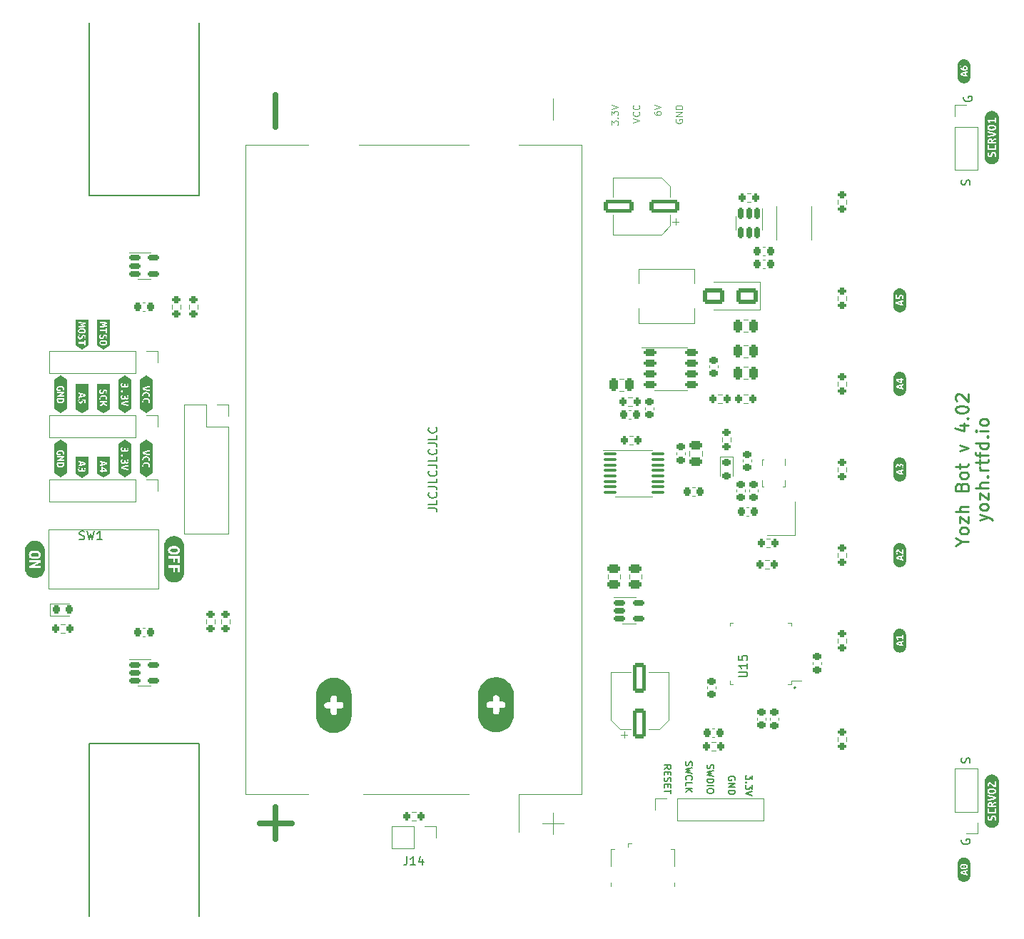
<source format=gbr>
%TF.GenerationSoftware,KiCad,Pcbnew,7.0.8*%
%TF.CreationDate,2023-10-27T12:05:37-04:00*%
%TF.ProjectId,mainboard_dual_battery,6d61696e-626f-4617-9264-5f6475616c5f,rev?*%
%TF.SameCoordinates,PX1312d00PY5f5e100*%
%TF.FileFunction,Legend,Top*%
%TF.FilePolarity,Positive*%
%FSLAX46Y46*%
G04 Gerber Fmt 4.6, Leading zero omitted, Abs format (unit mm)*
G04 Created by KiCad (PCBNEW 7.0.8) date 2023-10-27 12:05:37*
%MOMM*%
%LPD*%
G01*
G04 APERTURE LIST*
G04 Aperture macros list*
%AMRoundRect*
0 Rectangle with rounded corners*
0 $1 Rounding radius*
0 $2 $3 $4 $5 $6 $7 $8 $9 X,Y pos of 4 corners*
0 Add a 4 corners polygon primitive as box body*
4,1,4,$2,$3,$4,$5,$6,$7,$8,$9,$2,$3,0*
0 Add four circle primitives for the rounded corners*
1,1,$1+$1,$2,$3*
1,1,$1+$1,$4,$5*
1,1,$1+$1,$6,$7*
1,1,$1+$1,$8,$9*
0 Add four rect primitives between the rounded corners*
20,1,$1+$1,$2,$3,$4,$5,0*
20,1,$1+$1,$4,$5,$6,$7,0*
20,1,$1+$1,$6,$7,$8,$9,0*
20,1,$1+$1,$8,$9,$2,$3,0*%
G04 Aperture macros list end*
%ADD10C,0.150000*%
%ADD11C,0.202000*%
%ADD12C,0.120000*%
%ADD13C,0.700000*%
%ADD14C,0.220000*%
%ADD15C,0.100000*%
%ADD16C,5.600000*%
%ADD17R,1.700000X1.700000*%
%ADD18O,1.700000X1.700000*%
%ADD19RoundRect,0.250000X1.500000X0.550000X-1.500000X0.550000X-1.500000X-0.550000X1.500000X-0.550000X0*%
%ADD20R,0.950000X1.200000*%
%ADD21RoundRect,0.225000X-0.250000X0.225000X-0.250000X-0.225000X0.250000X-0.225000X0.250000X0.225000X0*%
%ADD22RoundRect,0.225000X-0.225000X-0.250000X0.225000X-0.250000X0.225000X0.250000X-0.225000X0.250000X0*%
%ADD23RoundRect,0.150000X-0.512500X-0.150000X0.512500X-0.150000X0.512500X0.150000X-0.512500X0.150000X0*%
%ADD24RoundRect,0.250000X0.250000X0.475000X-0.250000X0.475000X-0.250000X-0.475000X0.250000X-0.475000X0*%
%ADD25RoundRect,0.225000X0.225000X0.250000X-0.225000X0.250000X-0.225000X-0.250000X0.225000X-0.250000X0*%
%ADD26C,1.700000*%
%ADD27R,2.460000X2.310000*%
%ADD28RoundRect,0.097500X-0.690000X-0.097500X0.690000X-0.097500X0.690000X0.097500X-0.690000X0.097500X0*%
%ADD29RoundRect,0.225000X0.250000X-0.225000X0.250000X0.225000X-0.250000X0.225000X-0.250000X-0.225000X0*%
%ADD30C,3.200000*%
%ADD31R,5.320000X7.350000*%
%ADD32RoundRect,0.200000X-0.200000X-0.275000X0.200000X-0.275000X0.200000X0.275000X-0.200000X0.275000X0*%
%ADD33RoundRect,0.200000X0.200000X0.275000X-0.200000X0.275000X-0.200000X-0.275000X0.200000X-0.275000X0*%
%ADD34RoundRect,0.250000X-0.475000X0.250000X-0.475000X-0.250000X0.475000X-0.250000X0.475000X0.250000X0*%
%ADD35R,3.700000X1.200000*%
%ADD36R,0.400000X1.350000*%
%ADD37O,0.890000X1.550000*%
%ADD38R,1.200000X1.550000*%
%ADD39O,1.250000X0.950000*%
%ADD40R,1.500000X1.550000*%
%ADD41RoundRect,0.200000X0.275000X-0.200000X0.275000X0.200000X-0.275000X0.200000X-0.275000X-0.200000X0*%
%ADD42O,1.200000X0.240000*%
%ADD43O,0.240000X1.200000*%
%ADD44RoundRect,0.250000X0.475000X-0.250000X0.475000X0.250000X-0.475000X0.250000X-0.475000X-0.250000X0*%
%ADD45RoundRect,0.250000X0.550000X-1.500000X0.550000X1.500000X-0.550000X1.500000X-0.550000X-1.500000X0*%
%ADD46RoundRect,0.150000X-0.150000X0.512500X-0.150000X-0.512500X0.150000X-0.512500X0.150000X0.512500X0*%
%ADD47RoundRect,0.200000X-0.550000X-0.200000X0.550000X-0.200000X0.550000X0.200000X-0.550000X0.200000X0*%
%ADD48R,2.620000X3.510000*%
%ADD49RoundRect,0.218750X-0.218750X-0.256250X0.218750X-0.256250X0.218750X0.256250X-0.218750X0.256250X0*%
%ADD50R,0.250000X0.675000*%
%ADD51R,0.675000X0.250000*%
%ADD52R,1.870000X2.800000*%
%ADD53RoundRect,0.218750X-0.256250X0.218750X-0.256250X-0.218750X0.256250X-0.218750X0.256250X0.218750X0*%
%ADD54RoundRect,0.250000X1.000000X0.650000X-1.000000X0.650000X-1.000000X-0.650000X1.000000X-0.650000X0*%
%ADD55O,1.800000X3.400000*%
%ADD56RoundRect,0.200000X-0.275000X0.200000X-0.275000X-0.200000X0.275000X-0.200000X0.275000X0.200000X0*%
%ADD57C,1.400000*%
G04 APERTURE END LIST*
D10*
X8500000Y53000000D02*
X8500000Y32500000D01*
D11*
X92303000Y-25908000D02*
G75*
G03*
X92303000Y-25908000I-101000J0D01*
G01*
D10*
X8500000Y32500000D02*
X21500000Y32500000D01*
X8500000Y-53000000D02*
X8500000Y-32500000D01*
X21500000Y32500000D02*
X21500000Y53000000D01*
X8500000Y-32500000D02*
X21500000Y-32500000D01*
X21500000Y-32500000D02*
X21500000Y-53000000D01*
X85078609Y-36880476D02*
X85116704Y-36804286D01*
X85116704Y-36804286D02*
X85116704Y-36690000D01*
X85116704Y-36690000D02*
X85078609Y-36575714D01*
X85078609Y-36575714D02*
X85002419Y-36499524D01*
X85002419Y-36499524D02*
X84926228Y-36461429D01*
X84926228Y-36461429D02*
X84773847Y-36423333D01*
X84773847Y-36423333D02*
X84659561Y-36423333D01*
X84659561Y-36423333D02*
X84507180Y-36461429D01*
X84507180Y-36461429D02*
X84430990Y-36499524D01*
X84430990Y-36499524D02*
X84354800Y-36575714D01*
X84354800Y-36575714D02*
X84316704Y-36690000D01*
X84316704Y-36690000D02*
X84316704Y-36766191D01*
X84316704Y-36766191D02*
X84354800Y-36880476D01*
X84354800Y-36880476D02*
X84392895Y-36918572D01*
X84392895Y-36918572D02*
X84659561Y-36918572D01*
X84659561Y-36918572D02*
X84659561Y-36766191D01*
X84316704Y-37261429D02*
X85116704Y-37261429D01*
X85116704Y-37261429D02*
X84316704Y-37718572D01*
X84316704Y-37718572D02*
X85116704Y-37718572D01*
X84316704Y-38099524D02*
X85116704Y-38099524D01*
X85116704Y-38099524D02*
X85116704Y-38290000D01*
X85116704Y-38290000D02*
X85078609Y-38404286D01*
X85078609Y-38404286D02*
X85002419Y-38480476D01*
X85002419Y-38480476D02*
X84926228Y-38518571D01*
X84926228Y-38518571D02*
X84773847Y-38556667D01*
X84773847Y-38556667D02*
X84659561Y-38556667D01*
X84659561Y-38556667D02*
X84507180Y-38518571D01*
X84507180Y-38518571D02*
X84430990Y-38480476D01*
X84430990Y-38480476D02*
X84354800Y-38404286D01*
X84354800Y-38404286D02*
X84316704Y-38290000D01*
X84316704Y-38290000D02*
X84316704Y-38099524D01*
X112929200Y33750287D02*
X112976819Y33893144D01*
X112976819Y33893144D02*
X112976819Y34131239D01*
X112976819Y34131239D02*
X112929200Y34226477D01*
X112929200Y34226477D02*
X112881580Y34274096D01*
X112881580Y34274096D02*
X112786342Y34321715D01*
X112786342Y34321715D02*
X112691104Y34321715D01*
X112691104Y34321715D02*
X112595866Y34274096D01*
X112595866Y34274096D02*
X112548247Y34226477D01*
X112548247Y34226477D02*
X112500628Y34131239D01*
X112500628Y34131239D02*
X112453009Y33940763D01*
X112453009Y33940763D02*
X112405390Y33845525D01*
X112405390Y33845525D02*
X112357771Y33797906D01*
X112357771Y33797906D02*
X112262533Y33750287D01*
X112262533Y33750287D02*
X112167295Y33750287D01*
X112167295Y33750287D02*
X112072057Y33797906D01*
X112072057Y33797906D02*
X112024438Y33845525D01*
X112024438Y33845525D02*
X111976819Y33940763D01*
X111976819Y33940763D02*
X111976819Y34178858D01*
X111976819Y34178858D02*
X112024438Y34321715D01*
X48730819Y-4619048D02*
X49445104Y-4619048D01*
X49445104Y-4619048D02*
X49587961Y-4666667D01*
X49587961Y-4666667D02*
X49683200Y-4761905D01*
X49683200Y-4761905D02*
X49730819Y-4904762D01*
X49730819Y-4904762D02*
X49730819Y-5000000D01*
X49730819Y-3666667D02*
X49730819Y-4142857D01*
X49730819Y-4142857D02*
X48730819Y-4142857D01*
X49635580Y-2761905D02*
X49683200Y-2809524D01*
X49683200Y-2809524D02*
X49730819Y-2952381D01*
X49730819Y-2952381D02*
X49730819Y-3047619D01*
X49730819Y-3047619D02*
X49683200Y-3190476D01*
X49683200Y-3190476D02*
X49587961Y-3285714D01*
X49587961Y-3285714D02*
X49492723Y-3333333D01*
X49492723Y-3333333D02*
X49302247Y-3380952D01*
X49302247Y-3380952D02*
X49159390Y-3380952D01*
X49159390Y-3380952D02*
X48968914Y-3333333D01*
X48968914Y-3333333D02*
X48873676Y-3285714D01*
X48873676Y-3285714D02*
X48778438Y-3190476D01*
X48778438Y-3190476D02*
X48730819Y-3047619D01*
X48730819Y-3047619D02*
X48730819Y-2952381D01*
X48730819Y-2952381D02*
X48778438Y-2809524D01*
X48778438Y-2809524D02*
X48826057Y-2761905D01*
X48730819Y-2047619D02*
X49445104Y-2047619D01*
X49445104Y-2047619D02*
X49587961Y-2095238D01*
X49587961Y-2095238D02*
X49683200Y-2190476D01*
X49683200Y-2190476D02*
X49730819Y-2333333D01*
X49730819Y-2333333D02*
X49730819Y-2428571D01*
X49730819Y-1095238D02*
X49730819Y-1571428D01*
X49730819Y-1571428D02*
X48730819Y-1571428D01*
X49635580Y-190476D02*
X49683200Y-238095D01*
X49683200Y-238095D02*
X49730819Y-380952D01*
X49730819Y-380952D02*
X49730819Y-476190D01*
X49730819Y-476190D02*
X49683200Y-619047D01*
X49683200Y-619047D02*
X49587961Y-714285D01*
X49587961Y-714285D02*
X49492723Y-761904D01*
X49492723Y-761904D02*
X49302247Y-809523D01*
X49302247Y-809523D02*
X49159390Y-809523D01*
X49159390Y-809523D02*
X48968914Y-761904D01*
X48968914Y-761904D02*
X48873676Y-714285D01*
X48873676Y-714285D02*
X48778438Y-619047D01*
X48778438Y-619047D02*
X48730819Y-476190D01*
X48730819Y-476190D02*
X48730819Y-380952D01*
X48730819Y-380952D02*
X48778438Y-238095D01*
X48778438Y-238095D02*
X48826057Y-190476D01*
X48730819Y523810D02*
X49445104Y523810D01*
X49445104Y523810D02*
X49587961Y476191D01*
X49587961Y476191D02*
X49683200Y380953D01*
X49683200Y380953D02*
X49730819Y238096D01*
X49730819Y238096D02*
X49730819Y142858D01*
X49730819Y1476191D02*
X49730819Y1000001D01*
X49730819Y1000001D02*
X48730819Y1000001D01*
X49635580Y2380953D02*
X49683200Y2333334D01*
X49683200Y2333334D02*
X49730819Y2190477D01*
X49730819Y2190477D02*
X49730819Y2095239D01*
X49730819Y2095239D02*
X49683200Y1952382D01*
X49683200Y1952382D02*
X49587961Y1857144D01*
X49587961Y1857144D02*
X49492723Y1809525D01*
X49492723Y1809525D02*
X49302247Y1761906D01*
X49302247Y1761906D02*
X49159390Y1761906D01*
X49159390Y1761906D02*
X48968914Y1809525D01*
X48968914Y1809525D02*
X48873676Y1857144D01*
X48873676Y1857144D02*
X48778438Y1952382D01*
X48778438Y1952382D02*
X48730819Y2095239D01*
X48730819Y2095239D02*
X48730819Y2190477D01*
X48730819Y2190477D02*
X48778438Y2333334D01*
X48778438Y2333334D02*
X48826057Y2380953D01*
X48730819Y3095239D02*
X49445104Y3095239D01*
X49445104Y3095239D02*
X49587961Y3047620D01*
X49587961Y3047620D02*
X49683200Y2952382D01*
X49683200Y2952382D02*
X49730819Y2809525D01*
X49730819Y2809525D02*
X49730819Y2714287D01*
X49730819Y4047620D02*
X49730819Y3571430D01*
X49730819Y3571430D02*
X48730819Y3571430D01*
X49635580Y4952382D02*
X49683200Y4904763D01*
X49683200Y4904763D02*
X49730819Y4761906D01*
X49730819Y4761906D02*
X49730819Y4666668D01*
X49730819Y4666668D02*
X49683200Y4523811D01*
X49683200Y4523811D02*
X49587961Y4428573D01*
X49587961Y4428573D02*
X49492723Y4380954D01*
X49492723Y4380954D02*
X49302247Y4333335D01*
X49302247Y4333335D02*
X49159390Y4333335D01*
X49159390Y4333335D02*
X48968914Y4380954D01*
X48968914Y4380954D02*
X48873676Y4428573D01*
X48873676Y4428573D02*
X48778438Y4523811D01*
X48778438Y4523811D02*
X48730819Y4666668D01*
X48730819Y4666668D02*
X48730819Y4761906D01*
X48730819Y4761906D02*
X48778438Y4904763D01*
X48778438Y4904763D02*
X48826057Y4952382D01*
D12*
X72969855Y41145530D02*
X73769855Y41412197D01*
X73769855Y41412197D02*
X72969855Y41678863D01*
X73693664Y42402673D02*
X73731760Y42364577D01*
X73731760Y42364577D02*
X73769855Y42250292D01*
X73769855Y42250292D02*
X73769855Y42174101D01*
X73769855Y42174101D02*
X73731760Y42059815D01*
X73731760Y42059815D02*
X73655569Y41983625D01*
X73655569Y41983625D02*
X73579379Y41945530D01*
X73579379Y41945530D02*
X73426998Y41907434D01*
X73426998Y41907434D02*
X73312712Y41907434D01*
X73312712Y41907434D02*
X73160331Y41945530D01*
X73160331Y41945530D02*
X73084140Y41983625D01*
X73084140Y41983625D02*
X73007950Y42059815D01*
X73007950Y42059815D02*
X72969855Y42174101D01*
X72969855Y42174101D02*
X72969855Y42250292D01*
X72969855Y42250292D02*
X73007950Y42364577D01*
X73007950Y42364577D02*
X73046045Y42402673D01*
X73693664Y43202673D02*
X73731760Y43164577D01*
X73731760Y43164577D02*
X73769855Y43050292D01*
X73769855Y43050292D02*
X73769855Y42974101D01*
X73769855Y42974101D02*
X73731760Y42859815D01*
X73731760Y42859815D02*
X73655569Y42783625D01*
X73655569Y42783625D02*
X73579379Y42745530D01*
X73579379Y42745530D02*
X73426998Y42707434D01*
X73426998Y42707434D02*
X73312712Y42707434D01*
X73312712Y42707434D02*
X73160331Y42745530D01*
X73160331Y42745530D02*
X73084140Y42783625D01*
X73084140Y42783625D02*
X73007950Y42859815D01*
X73007950Y42859815D02*
X72969855Y42974101D01*
X72969855Y42974101D02*
X72969855Y43050292D01*
X72969855Y43050292D02*
X73007950Y43164577D01*
X73007950Y43164577D02*
X73046045Y43202673D01*
D10*
X76696704Y-35566095D02*
X77077657Y-35299428D01*
X76696704Y-35108952D02*
X77496704Y-35108952D01*
X77496704Y-35108952D02*
X77496704Y-35413714D01*
X77496704Y-35413714D02*
X77458609Y-35489904D01*
X77458609Y-35489904D02*
X77420514Y-35527999D01*
X77420514Y-35527999D02*
X77344323Y-35566095D01*
X77344323Y-35566095D02*
X77230038Y-35566095D01*
X77230038Y-35566095D02*
X77153847Y-35527999D01*
X77153847Y-35527999D02*
X77115752Y-35489904D01*
X77115752Y-35489904D02*
X77077657Y-35413714D01*
X77077657Y-35413714D02*
X77077657Y-35108952D01*
X77115752Y-35908952D02*
X77115752Y-36175618D01*
X76696704Y-36289904D02*
X76696704Y-35908952D01*
X76696704Y-35908952D02*
X77496704Y-35908952D01*
X77496704Y-35908952D02*
X77496704Y-36289904D01*
X76734800Y-36594666D02*
X76696704Y-36708952D01*
X76696704Y-36708952D02*
X76696704Y-36899428D01*
X76696704Y-36899428D02*
X76734800Y-36975619D01*
X76734800Y-36975619D02*
X76772895Y-37013714D01*
X76772895Y-37013714D02*
X76849085Y-37051809D01*
X76849085Y-37051809D02*
X76925276Y-37051809D01*
X76925276Y-37051809D02*
X77001466Y-37013714D01*
X77001466Y-37013714D02*
X77039561Y-36975619D01*
X77039561Y-36975619D02*
X77077657Y-36899428D01*
X77077657Y-36899428D02*
X77115752Y-36747047D01*
X77115752Y-36747047D02*
X77153847Y-36670857D01*
X77153847Y-36670857D02*
X77191942Y-36632762D01*
X77191942Y-36632762D02*
X77268133Y-36594666D01*
X77268133Y-36594666D02*
X77344323Y-36594666D01*
X77344323Y-36594666D02*
X77420514Y-36632762D01*
X77420514Y-36632762D02*
X77458609Y-36670857D01*
X77458609Y-36670857D02*
X77496704Y-36747047D01*
X77496704Y-36747047D02*
X77496704Y-36937524D01*
X77496704Y-36937524D02*
X77458609Y-37051809D01*
X77115752Y-37394667D02*
X77115752Y-37661333D01*
X76696704Y-37775619D02*
X76696704Y-37394667D01*
X76696704Y-37394667D02*
X77496704Y-37394667D01*
X77496704Y-37394667D02*
X77496704Y-37775619D01*
X77496704Y-38004191D02*
X77496704Y-38461334D01*
X76696704Y-38232762D02*
X77496704Y-38232762D01*
D12*
X70429855Y40878863D02*
X70429855Y41374101D01*
X70429855Y41374101D02*
X70734617Y41107435D01*
X70734617Y41107435D02*
X70734617Y41221720D01*
X70734617Y41221720D02*
X70772712Y41297911D01*
X70772712Y41297911D02*
X70810807Y41336006D01*
X70810807Y41336006D02*
X70886998Y41374101D01*
X70886998Y41374101D02*
X71077474Y41374101D01*
X71077474Y41374101D02*
X71153664Y41336006D01*
X71153664Y41336006D02*
X71191760Y41297911D01*
X71191760Y41297911D02*
X71229855Y41221720D01*
X71229855Y41221720D02*
X71229855Y40993149D01*
X71229855Y40993149D02*
X71191760Y40916958D01*
X71191760Y40916958D02*
X71153664Y40878863D01*
X71153664Y41716959D02*
X71191760Y41755054D01*
X71191760Y41755054D02*
X71229855Y41716959D01*
X71229855Y41716959D02*
X71191760Y41678863D01*
X71191760Y41678863D02*
X71153664Y41716959D01*
X71153664Y41716959D02*
X71229855Y41716959D01*
X70429855Y42021720D02*
X70429855Y42516958D01*
X70429855Y42516958D02*
X70734617Y42250292D01*
X70734617Y42250292D02*
X70734617Y42364577D01*
X70734617Y42364577D02*
X70772712Y42440768D01*
X70772712Y42440768D02*
X70810807Y42478863D01*
X70810807Y42478863D02*
X70886998Y42516958D01*
X70886998Y42516958D02*
X71077474Y42516958D01*
X71077474Y42516958D02*
X71153664Y42478863D01*
X71153664Y42478863D02*
X71191760Y42440768D01*
X71191760Y42440768D02*
X71229855Y42364577D01*
X71229855Y42364577D02*
X71229855Y42136006D01*
X71229855Y42136006D02*
X71191760Y42059815D01*
X71191760Y42059815D02*
X71153664Y42021720D01*
X70429855Y42745530D02*
X71229855Y43012197D01*
X71229855Y43012197D02*
X70429855Y43278863D01*
X75509855Y42440768D02*
X75509855Y42288387D01*
X75509855Y42288387D02*
X75547950Y42212196D01*
X75547950Y42212196D02*
X75586045Y42174101D01*
X75586045Y42174101D02*
X75700331Y42097911D01*
X75700331Y42097911D02*
X75852712Y42059815D01*
X75852712Y42059815D02*
X76157474Y42059815D01*
X76157474Y42059815D02*
X76233664Y42097911D01*
X76233664Y42097911D02*
X76271760Y42136006D01*
X76271760Y42136006D02*
X76309855Y42212196D01*
X76309855Y42212196D02*
X76309855Y42364577D01*
X76309855Y42364577D02*
X76271760Y42440768D01*
X76271760Y42440768D02*
X76233664Y42478863D01*
X76233664Y42478863D02*
X76157474Y42516958D01*
X76157474Y42516958D02*
X75966998Y42516958D01*
X75966998Y42516958D02*
X75890807Y42478863D01*
X75890807Y42478863D02*
X75852712Y42440768D01*
X75852712Y42440768D02*
X75814617Y42364577D01*
X75814617Y42364577D02*
X75814617Y42212196D01*
X75814617Y42212196D02*
X75852712Y42136006D01*
X75852712Y42136006D02*
X75890807Y42097911D01*
X75890807Y42097911D02*
X75966998Y42059815D01*
X75509855Y42745530D02*
X76309855Y43012197D01*
X76309855Y43012197D02*
X75509855Y43278863D01*
D13*
X30597933Y-43904761D02*
X30597933Y-40095238D01*
X32502695Y-41999999D02*
X28693171Y-41999999D01*
D10*
X79274800Y-34664475D02*
X79236704Y-34778761D01*
X79236704Y-34778761D02*
X79236704Y-34969237D01*
X79236704Y-34969237D02*
X79274800Y-35045428D01*
X79274800Y-35045428D02*
X79312895Y-35083523D01*
X79312895Y-35083523D02*
X79389085Y-35121618D01*
X79389085Y-35121618D02*
X79465276Y-35121618D01*
X79465276Y-35121618D02*
X79541466Y-35083523D01*
X79541466Y-35083523D02*
X79579561Y-35045428D01*
X79579561Y-35045428D02*
X79617657Y-34969237D01*
X79617657Y-34969237D02*
X79655752Y-34816856D01*
X79655752Y-34816856D02*
X79693847Y-34740666D01*
X79693847Y-34740666D02*
X79731942Y-34702571D01*
X79731942Y-34702571D02*
X79808133Y-34664475D01*
X79808133Y-34664475D02*
X79884323Y-34664475D01*
X79884323Y-34664475D02*
X79960514Y-34702571D01*
X79960514Y-34702571D02*
X79998609Y-34740666D01*
X79998609Y-34740666D02*
X80036704Y-34816856D01*
X80036704Y-34816856D02*
X80036704Y-35007333D01*
X80036704Y-35007333D02*
X79998609Y-35121618D01*
X80036704Y-35388285D02*
X79236704Y-35578761D01*
X79236704Y-35578761D02*
X79808133Y-35731142D01*
X79808133Y-35731142D02*
X79236704Y-35883523D01*
X79236704Y-35883523D02*
X80036704Y-36074000D01*
X79312895Y-36835905D02*
X79274800Y-36797809D01*
X79274800Y-36797809D02*
X79236704Y-36683524D01*
X79236704Y-36683524D02*
X79236704Y-36607333D01*
X79236704Y-36607333D02*
X79274800Y-36493047D01*
X79274800Y-36493047D02*
X79350990Y-36416857D01*
X79350990Y-36416857D02*
X79427180Y-36378762D01*
X79427180Y-36378762D02*
X79579561Y-36340666D01*
X79579561Y-36340666D02*
X79693847Y-36340666D01*
X79693847Y-36340666D02*
X79846228Y-36378762D01*
X79846228Y-36378762D02*
X79922419Y-36416857D01*
X79922419Y-36416857D02*
X79998609Y-36493047D01*
X79998609Y-36493047D02*
X80036704Y-36607333D01*
X80036704Y-36607333D02*
X80036704Y-36683524D01*
X80036704Y-36683524D02*
X79998609Y-36797809D01*
X79998609Y-36797809D02*
X79960514Y-36835905D01*
X79236704Y-37559714D02*
X79236704Y-37178762D01*
X79236704Y-37178762D02*
X80036704Y-37178762D01*
X79236704Y-37826381D02*
X80036704Y-37826381D01*
X79236704Y-38283524D02*
X79693847Y-37940666D01*
X80036704Y-38283524D02*
X79579561Y-37826381D01*
X112278438Y44203905D02*
X112230819Y44108667D01*
X112230819Y44108667D02*
X112230819Y43965810D01*
X112230819Y43965810D02*
X112278438Y43822953D01*
X112278438Y43822953D02*
X112373676Y43727715D01*
X112373676Y43727715D02*
X112468914Y43680096D01*
X112468914Y43680096D02*
X112659390Y43632477D01*
X112659390Y43632477D02*
X112802247Y43632477D01*
X112802247Y43632477D02*
X112992723Y43680096D01*
X112992723Y43680096D02*
X113087961Y43727715D01*
X113087961Y43727715D02*
X113183200Y43822953D01*
X113183200Y43822953D02*
X113230819Y43965810D01*
X113230819Y43965810D02*
X113230819Y44061048D01*
X113230819Y44061048D02*
X113183200Y44203905D01*
X113183200Y44203905D02*
X113135580Y44251524D01*
X113135580Y44251524D02*
X112802247Y44251524D01*
X112802247Y44251524D02*
X112802247Y44061048D01*
X81814800Y-35032761D02*
X81776704Y-35147047D01*
X81776704Y-35147047D02*
X81776704Y-35337523D01*
X81776704Y-35337523D02*
X81814800Y-35413714D01*
X81814800Y-35413714D02*
X81852895Y-35451809D01*
X81852895Y-35451809D02*
X81929085Y-35489904D01*
X81929085Y-35489904D02*
X82005276Y-35489904D01*
X82005276Y-35489904D02*
X82081466Y-35451809D01*
X82081466Y-35451809D02*
X82119561Y-35413714D01*
X82119561Y-35413714D02*
X82157657Y-35337523D01*
X82157657Y-35337523D02*
X82195752Y-35185142D01*
X82195752Y-35185142D02*
X82233847Y-35108952D01*
X82233847Y-35108952D02*
X82271942Y-35070857D01*
X82271942Y-35070857D02*
X82348133Y-35032761D01*
X82348133Y-35032761D02*
X82424323Y-35032761D01*
X82424323Y-35032761D02*
X82500514Y-35070857D01*
X82500514Y-35070857D02*
X82538609Y-35108952D01*
X82538609Y-35108952D02*
X82576704Y-35185142D01*
X82576704Y-35185142D02*
X82576704Y-35375619D01*
X82576704Y-35375619D02*
X82538609Y-35489904D01*
X82576704Y-35756571D02*
X81776704Y-35947047D01*
X81776704Y-35947047D02*
X82348133Y-36099428D01*
X82348133Y-36099428D02*
X81776704Y-36251809D01*
X81776704Y-36251809D02*
X82576704Y-36442286D01*
X81776704Y-36747048D02*
X82576704Y-36747048D01*
X82576704Y-36747048D02*
X82576704Y-36937524D01*
X82576704Y-36937524D02*
X82538609Y-37051810D01*
X82538609Y-37051810D02*
X82462419Y-37128000D01*
X82462419Y-37128000D02*
X82386228Y-37166095D01*
X82386228Y-37166095D02*
X82233847Y-37204191D01*
X82233847Y-37204191D02*
X82119561Y-37204191D01*
X82119561Y-37204191D02*
X81967180Y-37166095D01*
X81967180Y-37166095D02*
X81890990Y-37128000D01*
X81890990Y-37128000D02*
X81814800Y-37051810D01*
X81814800Y-37051810D02*
X81776704Y-36937524D01*
X81776704Y-36937524D02*
X81776704Y-36747048D01*
X81776704Y-37547048D02*
X82576704Y-37547048D01*
X82576704Y-38080381D02*
X82576704Y-38232762D01*
X82576704Y-38232762D02*
X82538609Y-38308952D01*
X82538609Y-38308952D02*
X82462419Y-38385143D01*
X82462419Y-38385143D02*
X82310038Y-38423238D01*
X82310038Y-38423238D02*
X82043371Y-38423238D01*
X82043371Y-38423238D02*
X81890990Y-38385143D01*
X81890990Y-38385143D02*
X81814800Y-38308952D01*
X81814800Y-38308952D02*
X81776704Y-38232762D01*
X81776704Y-38232762D02*
X81776704Y-38080381D01*
X81776704Y-38080381D02*
X81814800Y-38004190D01*
X81814800Y-38004190D02*
X81890990Y-37928000D01*
X81890990Y-37928000D02*
X82043371Y-37889904D01*
X82043371Y-37889904D02*
X82310038Y-37889904D01*
X82310038Y-37889904D02*
X82462419Y-37928000D01*
X82462419Y-37928000D02*
X82538609Y-38004190D01*
X82538609Y-38004190D02*
X82576704Y-38080381D01*
X112929200Y-34829713D02*
X112976819Y-34686856D01*
X112976819Y-34686856D02*
X112976819Y-34448761D01*
X112976819Y-34448761D02*
X112929200Y-34353523D01*
X112929200Y-34353523D02*
X112881580Y-34305904D01*
X112881580Y-34305904D02*
X112786342Y-34258285D01*
X112786342Y-34258285D02*
X112691104Y-34258285D01*
X112691104Y-34258285D02*
X112595866Y-34305904D01*
X112595866Y-34305904D02*
X112548247Y-34353523D01*
X112548247Y-34353523D02*
X112500628Y-34448761D01*
X112500628Y-34448761D02*
X112453009Y-34639237D01*
X112453009Y-34639237D02*
X112405390Y-34734475D01*
X112405390Y-34734475D02*
X112357771Y-34782094D01*
X112357771Y-34782094D02*
X112262533Y-34829713D01*
X112262533Y-34829713D02*
X112167295Y-34829713D01*
X112167295Y-34829713D02*
X112072057Y-34782094D01*
X112072057Y-34782094D02*
X112024438Y-34734475D01*
X112024438Y-34734475D02*
X111976819Y-34639237D01*
X111976819Y-34639237D02*
X111976819Y-34401142D01*
X111976819Y-34401142D02*
X112024438Y-34258285D01*
X112024438Y-43934095D02*
X111976819Y-44029333D01*
X111976819Y-44029333D02*
X111976819Y-44172190D01*
X111976819Y-44172190D02*
X112024438Y-44315047D01*
X112024438Y-44315047D02*
X112119676Y-44410285D01*
X112119676Y-44410285D02*
X112214914Y-44457904D01*
X112214914Y-44457904D02*
X112405390Y-44505523D01*
X112405390Y-44505523D02*
X112548247Y-44505523D01*
X112548247Y-44505523D02*
X112738723Y-44457904D01*
X112738723Y-44457904D02*
X112833961Y-44410285D01*
X112833961Y-44410285D02*
X112929200Y-44315047D01*
X112929200Y-44315047D02*
X112976819Y-44172190D01*
X112976819Y-44172190D02*
X112976819Y-44076952D01*
X112976819Y-44076952D02*
X112929200Y-43934095D01*
X112929200Y-43934095D02*
X112881580Y-43886476D01*
X112881580Y-43886476D02*
X112548247Y-43886476D01*
X112548247Y-43886476D02*
X112548247Y-44076952D01*
D13*
X30597933Y40595239D02*
X30597933Y44404762D01*
D12*
X78087950Y41526482D02*
X78049855Y41450292D01*
X78049855Y41450292D02*
X78049855Y41336006D01*
X78049855Y41336006D02*
X78087950Y41221720D01*
X78087950Y41221720D02*
X78164140Y41145530D01*
X78164140Y41145530D02*
X78240331Y41107435D01*
X78240331Y41107435D02*
X78392712Y41069339D01*
X78392712Y41069339D02*
X78506998Y41069339D01*
X78506998Y41069339D02*
X78659379Y41107435D01*
X78659379Y41107435D02*
X78735569Y41145530D01*
X78735569Y41145530D02*
X78811760Y41221720D01*
X78811760Y41221720D02*
X78849855Y41336006D01*
X78849855Y41336006D02*
X78849855Y41412197D01*
X78849855Y41412197D02*
X78811760Y41526482D01*
X78811760Y41526482D02*
X78773664Y41564578D01*
X78773664Y41564578D02*
X78506998Y41564578D01*
X78506998Y41564578D02*
X78506998Y41412197D01*
X78849855Y41907435D02*
X78049855Y41907435D01*
X78049855Y41907435D02*
X78849855Y42364578D01*
X78849855Y42364578D02*
X78049855Y42364578D01*
X78849855Y42745530D02*
X78049855Y42745530D01*
X78049855Y42745530D02*
X78049855Y42936006D01*
X78049855Y42936006D02*
X78087950Y43050292D01*
X78087950Y43050292D02*
X78164140Y43126482D01*
X78164140Y43126482D02*
X78240331Y43164577D01*
X78240331Y43164577D02*
X78392712Y43202673D01*
X78392712Y43202673D02*
X78506998Y43202673D01*
X78506998Y43202673D02*
X78659379Y43164577D01*
X78659379Y43164577D02*
X78735569Y43126482D01*
X78735569Y43126482D02*
X78811760Y43050292D01*
X78811760Y43050292D02*
X78849855Y42936006D01*
X78849855Y42936006D02*
X78849855Y42745530D01*
D10*
X87148704Y-36309047D02*
X87148704Y-36804285D01*
X87148704Y-36804285D02*
X86843942Y-36537619D01*
X86843942Y-36537619D02*
X86843942Y-36651904D01*
X86843942Y-36651904D02*
X86805847Y-36728095D01*
X86805847Y-36728095D02*
X86767752Y-36766190D01*
X86767752Y-36766190D02*
X86691561Y-36804285D01*
X86691561Y-36804285D02*
X86501085Y-36804285D01*
X86501085Y-36804285D02*
X86424895Y-36766190D01*
X86424895Y-36766190D02*
X86386800Y-36728095D01*
X86386800Y-36728095D02*
X86348704Y-36651904D01*
X86348704Y-36651904D02*
X86348704Y-36423333D01*
X86348704Y-36423333D02*
X86386800Y-36347142D01*
X86386800Y-36347142D02*
X86424895Y-36309047D01*
X86424895Y-37147143D02*
X86386800Y-37185238D01*
X86386800Y-37185238D02*
X86348704Y-37147143D01*
X86348704Y-37147143D02*
X86386800Y-37109047D01*
X86386800Y-37109047D02*
X86424895Y-37147143D01*
X86424895Y-37147143D02*
X86348704Y-37147143D01*
X87148704Y-37451904D02*
X87148704Y-37947142D01*
X87148704Y-37947142D02*
X86843942Y-37680476D01*
X86843942Y-37680476D02*
X86843942Y-37794761D01*
X86843942Y-37794761D02*
X86805847Y-37870952D01*
X86805847Y-37870952D02*
X86767752Y-37909047D01*
X86767752Y-37909047D02*
X86691561Y-37947142D01*
X86691561Y-37947142D02*
X86501085Y-37947142D01*
X86501085Y-37947142D02*
X86424895Y-37909047D01*
X86424895Y-37909047D02*
X86386800Y-37870952D01*
X86386800Y-37870952D02*
X86348704Y-37794761D01*
X86348704Y-37794761D02*
X86348704Y-37566190D01*
X86348704Y-37566190D02*
X86386800Y-37489999D01*
X86386800Y-37489999D02*
X86424895Y-37451904D01*
X87148704Y-38175714D02*
X86348704Y-38442381D01*
X86348704Y-38442381D02*
X87148704Y-38709047D01*
D14*
X112044702Y-8607141D02*
X112758988Y-8607141D01*
X111258988Y-9107141D02*
X112044702Y-8607141D01*
X112044702Y-8607141D02*
X111258988Y-8107141D01*
X112758988Y-7392856D02*
X112687560Y-7535713D01*
X112687560Y-7535713D02*
X112616131Y-7607142D01*
X112616131Y-7607142D02*
X112473274Y-7678570D01*
X112473274Y-7678570D02*
X112044702Y-7678570D01*
X112044702Y-7678570D02*
X111901845Y-7607142D01*
X111901845Y-7607142D02*
X111830417Y-7535713D01*
X111830417Y-7535713D02*
X111758988Y-7392856D01*
X111758988Y-7392856D02*
X111758988Y-7178570D01*
X111758988Y-7178570D02*
X111830417Y-7035713D01*
X111830417Y-7035713D02*
X111901845Y-6964285D01*
X111901845Y-6964285D02*
X112044702Y-6892856D01*
X112044702Y-6892856D02*
X112473274Y-6892856D01*
X112473274Y-6892856D02*
X112616131Y-6964285D01*
X112616131Y-6964285D02*
X112687560Y-7035713D01*
X112687560Y-7035713D02*
X112758988Y-7178570D01*
X112758988Y-7178570D02*
X112758988Y-7392856D01*
X111758988Y-6392856D02*
X111758988Y-5607142D01*
X111758988Y-5607142D02*
X112758988Y-6392856D01*
X112758988Y-6392856D02*
X112758988Y-5607142D01*
X112758988Y-5035713D02*
X111258988Y-5035713D01*
X112758988Y-4392856D02*
X111973274Y-4392856D01*
X111973274Y-4392856D02*
X111830417Y-4464284D01*
X111830417Y-4464284D02*
X111758988Y-4607141D01*
X111758988Y-4607141D02*
X111758988Y-4821427D01*
X111758988Y-4821427D02*
X111830417Y-4964284D01*
X111830417Y-4964284D02*
X111901845Y-5035713D01*
X111973274Y-2035713D02*
X112044702Y-1821427D01*
X112044702Y-1821427D02*
X112116131Y-1749998D01*
X112116131Y-1749998D02*
X112258988Y-1678570D01*
X112258988Y-1678570D02*
X112473274Y-1678570D01*
X112473274Y-1678570D02*
X112616131Y-1749998D01*
X112616131Y-1749998D02*
X112687560Y-1821427D01*
X112687560Y-1821427D02*
X112758988Y-1964284D01*
X112758988Y-1964284D02*
X112758988Y-2535713D01*
X112758988Y-2535713D02*
X111258988Y-2535713D01*
X111258988Y-2535713D02*
X111258988Y-2035713D01*
X111258988Y-2035713D02*
X111330417Y-1892856D01*
X111330417Y-1892856D02*
X111401845Y-1821427D01*
X111401845Y-1821427D02*
X111544702Y-1749998D01*
X111544702Y-1749998D02*
X111687560Y-1749998D01*
X111687560Y-1749998D02*
X111830417Y-1821427D01*
X111830417Y-1821427D02*
X111901845Y-1892856D01*
X111901845Y-1892856D02*
X111973274Y-2035713D01*
X111973274Y-2035713D02*
X111973274Y-2535713D01*
X112758988Y-821427D02*
X112687560Y-964284D01*
X112687560Y-964284D02*
X112616131Y-1035713D01*
X112616131Y-1035713D02*
X112473274Y-1107141D01*
X112473274Y-1107141D02*
X112044702Y-1107141D01*
X112044702Y-1107141D02*
X111901845Y-1035713D01*
X111901845Y-1035713D02*
X111830417Y-964284D01*
X111830417Y-964284D02*
X111758988Y-821427D01*
X111758988Y-821427D02*
X111758988Y-607141D01*
X111758988Y-607141D02*
X111830417Y-464284D01*
X111830417Y-464284D02*
X111901845Y-392856D01*
X111901845Y-392856D02*
X112044702Y-321427D01*
X112044702Y-321427D02*
X112473274Y-321427D01*
X112473274Y-321427D02*
X112616131Y-392856D01*
X112616131Y-392856D02*
X112687560Y-464284D01*
X112687560Y-464284D02*
X112758988Y-607141D01*
X112758988Y-607141D02*
X112758988Y-821427D01*
X111758988Y107145D02*
X111758988Y678573D01*
X111258988Y321430D02*
X112544702Y321430D01*
X112544702Y321430D02*
X112687560Y392859D01*
X112687560Y392859D02*
X112758988Y535716D01*
X112758988Y535716D02*
X112758988Y678573D01*
X111758988Y2178573D02*
X112758988Y2535716D01*
X112758988Y2535716D02*
X111758988Y2892859D01*
X111758988Y5250001D02*
X112758988Y5250001D01*
X111187560Y4892859D02*
X112258988Y4535716D01*
X112258988Y4535716D02*
X112258988Y5464287D01*
X112616131Y6035715D02*
X112687560Y6107144D01*
X112687560Y6107144D02*
X112758988Y6035715D01*
X112758988Y6035715D02*
X112687560Y5964287D01*
X112687560Y5964287D02*
X112616131Y6035715D01*
X112616131Y6035715D02*
X112758988Y6035715D01*
X111258988Y7035716D02*
X111258988Y7178573D01*
X111258988Y7178573D02*
X111330417Y7321430D01*
X111330417Y7321430D02*
X111401845Y7392858D01*
X111401845Y7392858D02*
X111544702Y7464287D01*
X111544702Y7464287D02*
X111830417Y7535716D01*
X111830417Y7535716D02*
X112187560Y7535716D01*
X112187560Y7535716D02*
X112473274Y7464287D01*
X112473274Y7464287D02*
X112616131Y7392858D01*
X112616131Y7392858D02*
X112687560Y7321430D01*
X112687560Y7321430D02*
X112758988Y7178573D01*
X112758988Y7178573D02*
X112758988Y7035716D01*
X112758988Y7035716D02*
X112687560Y6892858D01*
X112687560Y6892858D02*
X112616131Y6821430D01*
X112616131Y6821430D02*
X112473274Y6750001D01*
X112473274Y6750001D02*
X112187560Y6678573D01*
X112187560Y6678573D02*
X111830417Y6678573D01*
X111830417Y6678573D02*
X111544702Y6750001D01*
X111544702Y6750001D02*
X111401845Y6821430D01*
X111401845Y6821430D02*
X111330417Y6892858D01*
X111330417Y6892858D02*
X111258988Y7035716D01*
X111401845Y8107144D02*
X111330417Y8178572D01*
X111330417Y8178572D02*
X111258988Y8321429D01*
X111258988Y8321429D02*
X111258988Y8678572D01*
X111258988Y8678572D02*
X111330417Y8821429D01*
X111330417Y8821429D02*
X111401845Y8892858D01*
X111401845Y8892858D02*
X111544702Y8964287D01*
X111544702Y8964287D02*
X111687560Y8964287D01*
X111687560Y8964287D02*
X111901845Y8892858D01*
X111901845Y8892858D02*
X112758988Y8035715D01*
X112758988Y8035715D02*
X112758988Y8964287D01*
X114173988Y-6071429D02*
X115173988Y-5714286D01*
X114173988Y-5357143D02*
X115173988Y-5714286D01*
X115173988Y-5714286D02*
X115531131Y-5857143D01*
X115531131Y-5857143D02*
X115602560Y-5928572D01*
X115602560Y-5928572D02*
X115673988Y-6071429D01*
X115173988Y-4571429D02*
X115102560Y-4714286D01*
X115102560Y-4714286D02*
X115031131Y-4785715D01*
X115031131Y-4785715D02*
X114888274Y-4857143D01*
X114888274Y-4857143D02*
X114459702Y-4857143D01*
X114459702Y-4857143D02*
X114316845Y-4785715D01*
X114316845Y-4785715D02*
X114245417Y-4714286D01*
X114245417Y-4714286D02*
X114173988Y-4571429D01*
X114173988Y-4571429D02*
X114173988Y-4357143D01*
X114173988Y-4357143D02*
X114245417Y-4214286D01*
X114245417Y-4214286D02*
X114316845Y-4142858D01*
X114316845Y-4142858D02*
X114459702Y-4071429D01*
X114459702Y-4071429D02*
X114888274Y-4071429D01*
X114888274Y-4071429D02*
X115031131Y-4142858D01*
X115031131Y-4142858D02*
X115102560Y-4214286D01*
X115102560Y-4214286D02*
X115173988Y-4357143D01*
X115173988Y-4357143D02*
X115173988Y-4571429D01*
X114173988Y-3571429D02*
X114173988Y-2785715D01*
X114173988Y-2785715D02*
X115173988Y-3571429D01*
X115173988Y-3571429D02*
X115173988Y-2785715D01*
X115173988Y-2214286D02*
X113673988Y-2214286D01*
X115173988Y-1571429D02*
X114388274Y-1571429D01*
X114388274Y-1571429D02*
X114245417Y-1642857D01*
X114245417Y-1642857D02*
X114173988Y-1785714D01*
X114173988Y-1785714D02*
X114173988Y-2000000D01*
X114173988Y-2000000D02*
X114245417Y-2142857D01*
X114245417Y-2142857D02*
X114316845Y-2214286D01*
X115031131Y-857143D02*
X115102560Y-785714D01*
X115102560Y-785714D02*
X115173988Y-857143D01*
X115173988Y-857143D02*
X115102560Y-928571D01*
X115102560Y-928571D02*
X115031131Y-857143D01*
X115031131Y-857143D02*
X115173988Y-857143D01*
X115173988Y-142857D02*
X114173988Y-142857D01*
X114459702Y-142857D02*
X114316845Y-71428D01*
X114316845Y-71428D02*
X114245417Y0D01*
X114245417Y0D02*
X114173988Y142858D01*
X114173988Y142858D02*
X114173988Y285715D01*
X114173988Y571429D02*
X114173988Y1142857D01*
X113673988Y785714D02*
X114959702Y785714D01*
X114959702Y785714D02*
X115102560Y857143D01*
X115102560Y857143D02*
X115173988Y1000000D01*
X115173988Y1000000D02*
X115173988Y1142857D01*
X114173988Y1428572D02*
X114173988Y2000000D01*
X115173988Y1642857D02*
X113888274Y1642857D01*
X113888274Y1642857D02*
X113745417Y1714286D01*
X113745417Y1714286D02*
X113673988Y1857143D01*
X113673988Y1857143D02*
X113673988Y2000000D01*
X115173988Y3142857D02*
X113673988Y3142857D01*
X115102560Y3142857D02*
X115173988Y3000000D01*
X115173988Y3000000D02*
X115173988Y2714286D01*
X115173988Y2714286D02*
X115102560Y2571429D01*
X115102560Y2571429D02*
X115031131Y2500000D01*
X115031131Y2500000D02*
X114888274Y2428572D01*
X114888274Y2428572D02*
X114459702Y2428572D01*
X114459702Y2428572D02*
X114316845Y2500000D01*
X114316845Y2500000D02*
X114245417Y2571429D01*
X114245417Y2571429D02*
X114173988Y2714286D01*
X114173988Y2714286D02*
X114173988Y3000000D01*
X114173988Y3000000D02*
X114245417Y3142857D01*
X115031131Y3857143D02*
X115102560Y3928572D01*
X115102560Y3928572D02*
X115173988Y3857143D01*
X115173988Y3857143D02*
X115102560Y3785715D01*
X115102560Y3785715D02*
X115031131Y3857143D01*
X115031131Y3857143D02*
X115173988Y3857143D01*
X115173988Y4571429D02*
X114173988Y4571429D01*
X113673988Y4571429D02*
X113745417Y4500001D01*
X113745417Y4500001D02*
X113816845Y4571429D01*
X113816845Y4571429D02*
X113745417Y4642858D01*
X113745417Y4642858D02*
X113673988Y4571429D01*
X113673988Y4571429D02*
X113816845Y4571429D01*
X115173988Y5500001D02*
X115102560Y5357144D01*
X115102560Y5357144D02*
X115031131Y5285715D01*
X115031131Y5285715D02*
X114888274Y5214287D01*
X114888274Y5214287D02*
X114459702Y5214287D01*
X114459702Y5214287D02*
X114316845Y5285715D01*
X114316845Y5285715D02*
X114245417Y5357144D01*
X114245417Y5357144D02*
X114173988Y5500001D01*
X114173988Y5500001D02*
X114173988Y5714287D01*
X114173988Y5714287D02*
X114245417Y5857144D01*
X114245417Y5857144D02*
X114316845Y5928572D01*
X114316845Y5928572D02*
X114459702Y6000001D01*
X114459702Y6000001D02*
X114888274Y6000001D01*
X114888274Y6000001D02*
X115031131Y5928572D01*
X115031131Y5928572D02*
X115102560Y5857144D01*
X115102560Y5857144D02*
X115173988Y5714287D01*
X115173988Y5714287D02*
X115173988Y5500001D01*
D10*
X46175476Y-45936819D02*
X46175476Y-46651104D01*
X46175476Y-46651104D02*
X46127857Y-46793961D01*
X46127857Y-46793961D02*
X46032619Y-46889200D01*
X46032619Y-46889200D02*
X45889762Y-46936819D01*
X45889762Y-46936819D02*
X45794524Y-46936819D01*
X47175476Y-46936819D02*
X46604048Y-46936819D01*
X46889762Y-46936819D02*
X46889762Y-45936819D01*
X46889762Y-45936819D02*
X46794524Y-46079676D01*
X46794524Y-46079676D02*
X46699286Y-46174914D01*
X46699286Y-46174914D02*
X46604048Y-46222533D01*
X48032619Y-46270152D02*
X48032619Y-46936819D01*
X47794524Y-45889200D02*
X47556429Y-46603485D01*
X47556429Y-46603485D02*
X48175476Y-46603485D01*
X85560819Y-24606094D02*
X86370342Y-24606094D01*
X86370342Y-24606094D02*
X86465580Y-24558475D01*
X86465580Y-24558475D02*
X86513200Y-24510856D01*
X86513200Y-24510856D02*
X86560819Y-24415618D01*
X86560819Y-24415618D02*
X86560819Y-24225142D01*
X86560819Y-24225142D02*
X86513200Y-24129904D01*
X86513200Y-24129904D02*
X86465580Y-24082285D01*
X86465580Y-24082285D02*
X86370342Y-24034666D01*
X86370342Y-24034666D02*
X85560819Y-24034666D01*
X86560819Y-23034666D02*
X86560819Y-23606094D01*
X86560819Y-23320380D02*
X85560819Y-23320380D01*
X85560819Y-23320380D02*
X85703676Y-23415618D01*
X85703676Y-23415618D02*
X85798914Y-23510856D01*
X85798914Y-23510856D02*
X85846533Y-23606094D01*
X85560819Y-22129904D02*
X85560819Y-22606094D01*
X85560819Y-22606094D02*
X86037009Y-22653713D01*
X86037009Y-22653713D02*
X85989390Y-22606094D01*
X85989390Y-22606094D02*
X85941771Y-22510856D01*
X85941771Y-22510856D02*
X85941771Y-22272761D01*
X85941771Y-22272761D02*
X85989390Y-22177523D01*
X85989390Y-22177523D02*
X86037009Y-22129904D01*
X86037009Y-22129904D02*
X86132247Y-22082285D01*
X86132247Y-22082285D02*
X86370342Y-22082285D01*
X86370342Y-22082285D02*
X86465580Y-22129904D01*
X86465580Y-22129904D02*
X86513200Y-22177523D01*
X86513200Y-22177523D02*
X86560819Y-22272761D01*
X86560819Y-22272761D02*
X86560819Y-22510856D01*
X86560819Y-22510856D02*
X86513200Y-22606094D01*
X86513200Y-22606094D02*
X86465580Y-22653713D01*
X7332667Y-8281200D02*
X7475524Y-8328819D01*
X7475524Y-8328819D02*
X7713619Y-8328819D01*
X7713619Y-8328819D02*
X7808857Y-8281200D01*
X7808857Y-8281200D02*
X7856476Y-8233580D01*
X7856476Y-8233580D02*
X7904095Y-8138342D01*
X7904095Y-8138342D02*
X7904095Y-8043104D01*
X7904095Y-8043104D02*
X7856476Y-7947866D01*
X7856476Y-7947866D02*
X7808857Y-7900247D01*
X7808857Y-7900247D02*
X7713619Y-7852628D01*
X7713619Y-7852628D02*
X7523143Y-7805009D01*
X7523143Y-7805009D02*
X7427905Y-7757390D01*
X7427905Y-7757390D02*
X7380286Y-7709771D01*
X7380286Y-7709771D02*
X7332667Y-7614533D01*
X7332667Y-7614533D02*
X7332667Y-7519295D01*
X7332667Y-7519295D02*
X7380286Y-7424057D01*
X7380286Y-7424057D02*
X7427905Y-7376438D01*
X7427905Y-7376438D02*
X7523143Y-7328819D01*
X7523143Y-7328819D02*
X7761238Y-7328819D01*
X7761238Y-7328819D02*
X7904095Y-7376438D01*
X8237429Y-7328819D02*
X8475524Y-8328819D01*
X8475524Y-8328819D02*
X8666000Y-7614533D01*
X8666000Y-7614533D02*
X8856476Y-8328819D01*
X8856476Y-8328819D02*
X9094572Y-7328819D01*
X9999333Y-8328819D02*
X9427905Y-8328819D01*
X9713619Y-8328819D02*
X9713619Y-7328819D01*
X9713619Y-7328819D02*
X9618381Y-7471676D01*
X9618381Y-7471676D02*
X9523143Y-7566914D01*
X9523143Y-7566914D02*
X9427905Y-7614533D01*
%TO.C,kibuzzard-653BD666*%
G36*
X115499356Y-39697025D02*
G01*
X115528527Y-39755366D01*
X115538250Y-39841487D01*
X115538250Y-39884350D01*
X115242975Y-39884350D01*
X115239006Y-39852600D01*
X115238212Y-39825612D01*
X115247341Y-39755366D01*
X115274725Y-39700200D01*
X115321556Y-39664481D01*
X115389025Y-39652575D01*
X115499356Y-39697025D01*
G37*
G36*
X115639056Y-38026777D02*
G01*
X115703350Y-38030944D01*
X115812094Y-38053169D01*
X115885912Y-38100794D01*
X115912900Y-38180962D01*
X115885912Y-38261925D01*
X115812887Y-38308756D01*
X115704144Y-38330981D01*
X115639255Y-38335148D01*
X115570000Y-38336537D01*
X115500944Y-38335148D01*
X115436650Y-38330981D01*
X115327906Y-38308756D01*
X115254087Y-38261925D01*
X115227100Y-38180962D01*
X115254087Y-38100000D01*
X115327112Y-38053169D01*
X115435856Y-38030944D01*
X115500745Y-38026777D01*
X115570000Y-38025387D01*
X115639056Y-38026777D01*
G37*
G36*
X116413492Y-38179375D02*
G01*
X116413492Y-39076312D01*
X116413492Y-39389050D01*
X116413492Y-40859075D01*
X116413492Y-41384537D01*
X116413492Y-41689337D01*
X116413492Y-41689470D01*
X116409430Y-41772146D01*
X116397284Y-41854027D01*
X116377171Y-41934322D01*
X116349285Y-42012260D01*
X116313893Y-42087089D01*
X116271338Y-42158089D01*
X116222028Y-42224575D01*
X116166439Y-42285908D01*
X116105105Y-42341498D01*
X116038619Y-42390807D01*
X115967619Y-42433363D01*
X115892790Y-42468754D01*
X115814853Y-42496641D01*
X115734557Y-42516754D01*
X115652677Y-42528900D01*
X115570000Y-42532961D01*
X115487323Y-42528900D01*
X115405443Y-42516754D01*
X115325147Y-42496641D01*
X115247210Y-42468754D01*
X115172381Y-42433363D01*
X115101381Y-42390807D01*
X115034895Y-42341498D01*
X114973561Y-42285908D01*
X114917972Y-42224575D01*
X114868662Y-42158089D01*
X114826107Y-42087089D01*
X114790715Y-42012260D01*
X114762829Y-41934322D01*
X114742716Y-41854027D01*
X114730570Y-41772146D01*
X114726508Y-41689470D01*
X114726508Y-41689338D01*
X114726508Y-41338500D01*
X115057237Y-41338500D01*
X115065881Y-41435778D01*
X115091810Y-41518064D01*
X115135025Y-41585356D01*
X115227894Y-41652627D01*
X115350925Y-41675050D01*
X115467606Y-41649650D01*
X115546187Y-41585356D01*
X115598575Y-41498838D01*
X115635087Y-41406762D01*
X115662869Y-41340087D01*
X115696206Y-41279762D01*
X115738275Y-41235312D01*
X115792250Y-41217850D01*
X115839081Y-41224994D01*
X115880356Y-41251187D01*
X115908931Y-41302781D01*
X115919250Y-41384537D01*
X115913694Y-41463714D01*
X115897025Y-41529794D01*
X115849400Y-41632187D01*
X116008150Y-41689337D01*
X116056569Y-41579800D01*
X116076214Y-41494472D01*
X116082762Y-41384537D01*
X116074384Y-41273148D01*
X116049249Y-41182396D01*
X116007356Y-41112281D01*
X115916273Y-41045011D01*
X115793837Y-41022587D01*
X115719820Y-41029334D01*
X115659694Y-41049575D01*
X115570794Y-41118631D01*
X115513644Y-41210706D01*
X115474750Y-41306750D01*
X115450937Y-41367869D01*
X115421569Y-41423431D01*
X115383469Y-41463912D01*
X115333462Y-41479787D01*
X115270844Y-41462501D01*
X115233274Y-41410643D01*
X115220750Y-41324212D01*
X115236625Y-41212294D01*
X115274725Y-41124187D01*
X115123912Y-41067037D01*
X115077875Y-41180544D01*
X115062397Y-41253767D01*
X115057237Y-41338500D01*
X114726508Y-41338500D01*
X114726508Y-40859075D01*
X115079462Y-40859075D01*
X116062125Y-40859075D01*
X116062125Y-40228837D01*
X115900200Y-40228837D01*
X115900200Y-40663812D01*
X115623975Y-40663812D01*
X115623975Y-40316150D01*
X115462050Y-40316150D01*
X115462050Y-40663812D01*
X115241387Y-40663812D01*
X115241387Y-40263762D01*
X115079462Y-40263762D01*
X115079462Y-40859075D01*
X114726508Y-40859075D01*
X114726508Y-39825612D01*
X115068350Y-39825612D01*
X115069937Y-39881175D01*
X115073906Y-39947850D01*
X115081844Y-40016906D01*
X115093750Y-40079612D01*
X116062125Y-40079612D01*
X116062125Y-39884350D01*
X115700175Y-39884350D01*
X115700175Y-39782750D01*
X115790067Y-39728973D01*
X115878769Y-39678769D01*
X115968661Y-39633327D01*
X116062125Y-39593837D01*
X116062125Y-39389050D01*
X115958144Y-39434294D01*
X115848606Y-39489062D01*
X115743831Y-39547800D01*
X115652550Y-39604950D01*
X115607703Y-39535497D01*
X115546187Y-39489062D01*
X115472369Y-39462869D01*
X115390612Y-39454137D01*
X115313420Y-39460686D01*
X115246944Y-39480331D01*
X115146137Y-39555737D01*
X115111609Y-39609712D01*
X115087400Y-39673212D01*
X115073112Y-39745444D01*
X115068350Y-39825612D01*
X114726508Y-39825612D01*
X114726508Y-39350950D01*
X115079462Y-39350950D01*
X115168362Y-39332694D01*
X115279487Y-39306500D01*
X115362655Y-39285510D01*
X115449174Y-39262756D01*
X115539044Y-39238237D01*
X115630678Y-39212308D01*
X115722488Y-39185321D01*
X115814475Y-39157275D01*
X115945444Y-39115603D01*
X116062125Y-39076312D01*
X116062125Y-38874700D01*
X115977547Y-38844361D01*
X115891028Y-38814728D01*
X115802569Y-38785800D01*
X115713669Y-38758019D01*
X115625827Y-38731825D01*
X115539044Y-38707219D01*
X115412639Y-38673484D01*
X115292187Y-38643719D01*
X115180269Y-38618120D01*
X115079462Y-38596887D01*
X115079462Y-38801675D01*
X115162012Y-38815962D01*
X115257262Y-38833425D01*
X115360252Y-38853269D01*
X115466019Y-38874700D01*
X115572381Y-38897719D01*
X115677156Y-38922325D01*
X115775383Y-38947725D01*
X115862100Y-38973125D01*
X115774192Y-38998723D01*
X115675569Y-39024719D01*
X115570794Y-39050119D01*
X115464431Y-39073931D01*
X115358862Y-39095958D01*
X115256469Y-39116000D01*
X115161814Y-39132669D01*
X115079462Y-39144575D01*
X115079462Y-39350950D01*
X114726508Y-39350950D01*
X114726508Y-38180962D01*
X115057237Y-38180962D01*
X115071613Y-38283974D01*
X115114740Y-38370757D01*
X115186619Y-38441312D01*
X115259098Y-38482290D01*
X115347155Y-38511559D01*
X115450789Y-38529121D01*
X115570000Y-38534975D01*
X115689211Y-38529270D01*
X115792845Y-38512155D01*
X115880902Y-38483629D01*
X115953381Y-38443694D01*
X116025260Y-38373756D01*
X116068387Y-38285649D01*
X116082762Y-38179375D01*
X116068387Y-38075658D01*
X116025260Y-37988875D01*
X115953381Y-37919025D01*
X115880902Y-37878742D01*
X115792845Y-37849969D01*
X115689211Y-37832705D01*
X115570000Y-37826950D01*
X115450789Y-37832605D01*
X115347155Y-37849572D01*
X115259098Y-37877849D01*
X115186619Y-37917437D01*
X115114740Y-37986935D01*
X115071613Y-38074776D01*
X115057237Y-38180962D01*
X114726508Y-38180962D01*
X114726508Y-37403087D01*
X115057237Y-37403087D01*
X115065175Y-37485836D01*
X115088987Y-37568981D01*
X115129469Y-37647364D01*
X115187412Y-37715825D01*
X115323937Y-37618987D01*
X115249325Y-37518975D01*
X115227100Y-37422137D01*
X115259644Y-37330062D01*
X115352512Y-37293550D01*
X115436650Y-37322919D01*
X115522375Y-37397531D01*
X115567817Y-37444362D01*
X115615244Y-37494369D01*
X115665647Y-37544375D01*
X115720019Y-37591206D01*
X115778955Y-37632481D01*
X115843050Y-37665819D01*
X115912900Y-37687845D01*
X115989100Y-37695187D01*
X116022437Y-37695981D01*
X116062125Y-37692012D01*
X116062125Y-37050662D01*
X115900200Y-37050662D01*
X115900200Y-37472937D01*
X115847812Y-37456269D01*
X115791456Y-37415787D01*
X115737481Y-37364987D01*
X115692237Y-37317362D01*
X115612862Y-37236400D01*
X115527137Y-37164962D01*
X115435856Y-37114162D01*
X115338225Y-37095112D01*
X115215194Y-37120512D01*
X115127087Y-37188775D01*
X115074700Y-37287200D01*
X115057237Y-37403087D01*
X114726508Y-37403087D01*
X114726508Y-37050662D01*
X114726508Y-37050530D01*
X114730570Y-36967854D01*
X114742716Y-36885973D01*
X114762829Y-36805678D01*
X114790715Y-36727740D01*
X114826107Y-36652911D01*
X114868662Y-36581911D01*
X114917972Y-36515425D01*
X114973561Y-36454092D01*
X115034895Y-36398502D01*
X115101381Y-36349193D01*
X115172381Y-36306637D01*
X115247210Y-36271246D01*
X115325147Y-36243359D01*
X115405443Y-36223246D01*
X115487323Y-36211100D01*
X115570000Y-36207039D01*
X115652677Y-36211100D01*
X115734557Y-36223246D01*
X115814853Y-36243359D01*
X115892790Y-36271246D01*
X115967619Y-36306637D01*
X116038619Y-36349193D01*
X116105105Y-36398502D01*
X116166439Y-36454092D01*
X116222028Y-36515425D01*
X116271338Y-36581911D01*
X116313893Y-36652911D01*
X116349285Y-36727740D01*
X116377171Y-36805678D01*
X116397284Y-36885973D01*
X116409430Y-36967854D01*
X116413492Y-37050530D01*
X116413492Y-37050662D01*
X116413492Y-38179375D01*
G37*
D12*
%TO.C,J14*%
X49590000Y-42358000D02*
X49590000Y-43688000D01*
X48260000Y-42358000D02*
X49590000Y-42358000D01*
X46990000Y-42358000D02*
X44390000Y-42358000D01*
X46990000Y-42358000D02*
X46990000Y-45018000D01*
X44390000Y-42358000D02*
X44390000Y-45018000D01*
X46990000Y-45018000D02*
X44390000Y-45018000D01*
%TO.C,J2*%
X16570000Y14030000D02*
X16570000Y12700000D01*
X15240000Y14030000D02*
X16570000Y14030000D01*
X13970000Y14030000D02*
X3750000Y14030000D01*
X13970000Y14030000D02*
X13970000Y11370000D01*
X3750000Y14030000D02*
X3750000Y11370000D01*
X13970000Y11370000D02*
X3750000Y11370000D01*
%TO.C,kibuzzard-653BDB0C*%
G36*
X7628572Y8879423D02*
G01*
X7716441Y8859421D01*
X7805023Y8836561D01*
X7900035Y8810129D01*
X7805023Y8783697D01*
X7716441Y8760837D01*
X7628572Y8741549D01*
X7537132Y8724404D01*
X7537132Y8897283D01*
X7628572Y8879423D01*
G37*
G36*
X8369141Y9833501D02*
G01*
X8369141Y7132389D01*
X8369141Y7132270D01*
X7620000Y6632843D01*
X6870859Y7132270D01*
X6870859Y7132389D01*
X6870859Y8162905D01*
X7168515Y8162905D01*
X7173873Y8081109D01*
X7189946Y8010029D01*
X7215664Y7949664D01*
X7249954Y7900015D01*
X7340679Y7834293D01*
X7454265Y7812861D01*
X7537132Y7822545D01*
X7606665Y7851596D01*
X7662862Y7900015D01*
X7705407Y7968119D01*
X7733982Y8056225D01*
X7748587Y8164334D01*
X7830026Y8157190D01*
X7925752Y8150046D01*
X7925752Y7845723D01*
X8071485Y7845723D01*
X8071485Y8297208D01*
X7962364Y8302565D01*
X7849314Y8310066D01*
X7733050Y8320068D01*
X7614285Y8332926D01*
X7611249Y8234700D01*
X7602141Y8157190D01*
X7567851Y8053606D01*
X7514987Y8005028D01*
X7447121Y7992884D01*
X7399972Y8000028D01*
X7359253Y8026460D01*
X7329964Y8079323D01*
X7318534Y8164334D01*
X7321748Y8231128D01*
X7331392Y8285778D01*
X7359967Y8365788D01*
X7214235Y8401506D01*
X7198519Y8360787D01*
X7183517Y8301494D01*
X7172801Y8232914D01*
X7168515Y8162905D01*
X6870859Y8162905D01*
X6870859Y8652966D01*
X7187089Y8652966D01*
X7187089Y8464371D01*
X7287358Y8487946D01*
X7384713Y8511806D01*
X7479154Y8535952D01*
X7570680Y8560383D01*
X7659291Y8585101D01*
X7766759Y8616221D01*
X7871281Y8647430D01*
X7972857Y8678729D01*
X8071485Y8710116D01*
X8071485Y8901569D01*
X7973660Y8931841D01*
X7873067Y8962648D01*
X7769706Y8993991D01*
X7663577Y9025870D01*
X7575709Y9051531D01*
X7484126Y9077077D01*
X7388828Y9102508D01*
X7289816Y9127826D01*
X7187089Y9153029D01*
X7187089Y8970149D01*
X7391400Y8930144D01*
X7391400Y8694400D01*
X7187089Y8652966D01*
X6870859Y8652966D01*
X6870859Y9833501D01*
X6870859Y10131157D01*
X8369141Y10131157D01*
X8369141Y9833501D01*
G37*
%TO.C,kibuzzard-653BD15F*%
G36*
X104750156Y-10585053D02*
G01*
X104658716Y-10567194D01*
X104570848Y-10547191D01*
X104482265Y-10524331D01*
X104387253Y-10497899D01*
X104482265Y-10471467D01*
X104570848Y-10448607D01*
X104658716Y-10429319D01*
X104750156Y-10412174D01*
X104750156Y-10585053D01*
G37*
G36*
X105397856Y-10340737D02*
G01*
X105397856Y-10840799D01*
X105397856Y-10840918D01*
X105394245Y-10914417D01*
X105383447Y-10987208D01*
X105365567Y-11058590D01*
X105340776Y-11127876D01*
X105309314Y-11194398D01*
X105271482Y-11257516D01*
X105227646Y-11316622D01*
X105178228Y-11371146D01*
X105123703Y-11420565D01*
X105064597Y-11464401D01*
X105001479Y-11502232D01*
X104934957Y-11533695D01*
X104865672Y-11558486D01*
X104794290Y-11576366D01*
X104721499Y-11587163D01*
X104648000Y-11590774D01*
X104574501Y-11587163D01*
X104501710Y-11576366D01*
X104430328Y-11558486D01*
X104361043Y-11533695D01*
X104294521Y-11502232D01*
X104231403Y-11464401D01*
X104172297Y-11420565D01*
X104117772Y-11371146D01*
X104068354Y-11316622D01*
X104024518Y-11257516D01*
X103986686Y-11194398D01*
X103955224Y-11127876D01*
X103930433Y-11058590D01*
X103912553Y-10987208D01*
X103901755Y-10914417D01*
X103898144Y-10840918D01*
X103898144Y-10840799D01*
X103898144Y-10589339D01*
X104215803Y-10589339D01*
X104313628Y-10619611D01*
X104414221Y-10650418D01*
X104517582Y-10681762D01*
X104623711Y-10713641D01*
X104711579Y-10739301D01*
X104803162Y-10764847D01*
X104898460Y-10790279D01*
X104997472Y-10815596D01*
X105100199Y-10840799D01*
X105100199Y-10657919D01*
X104895888Y-10617914D01*
X104895888Y-10382171D01*
X105100199Y-10340737D01*
X105100199Y-10152142D01*
X104999930Y-10175716D01*
X104902575Y-10199576D01*
X104808134Y-10223722D01*
X104716609Y-10248154D01*
X104627997Y-10272871D01*
X104520529Y-10303991D01*
X104416007Y-10335200D01*
X104314432Y-10366499D01*
X104215803Y-10397887D01*
X104215803Y-10589339D01*
X103898144Y-10589339D01*
X103898144Y-9796383D01*
X104195801Y-9796383D01*
X104202944Y-9870857D01*
X104224376Y-9945687D01*
X104260809Y-10016232D01*
X104312958Y-10077847D01*
X104435831Y-9990693D01*
X104368679Y-9900682D01*
X104348677Y-9813528D01*
X104377966Y-9730661D01*
X104461548Y-9697799D01*
X104537272Y-9724231D01*
X104614424Y-9791382D01*
X104655322Y-9833531D01*
X104698006Y-9878536D01*
X104743369Y-9923542D01*
X104792304Y-9965690D01*
X104845346Y-10002837D01*
X104903032Y-10032841D01*
X104965897Y-10052665D01*
X105034477Y-10059273D01*
X105064481Y-10059987D01*
X105100199Y-10056416D01*
X105100199Y-9479201D01*
X104954467Y-9479201D01*
X104954467Y-9859248D01*
X104907318Y-9844246D01*
X104856598Y-9807813D01*
X104808020Y-9762093D01*
X104767301Y-9719231D01*
X104695863Y-9646364D01*
X104618711Y-9582071D01*
X104536557Y-9536351D01*
X104448689Y-9519206D01*
X104337961Y-9542066D01*
X104258666Y-9603502D01*
X104211517Y-9692084D01*
X104195801Y-9796383D01*
X103898144Y-9796383D01*
X103898144Y-9479201D01*
X103898144Y-9479082D01*
X103901755Y-9405583D01*
X103912553Y-9332792D01*
X103930433Y-9261410D01*
X103955224Y-9192124D01*
X103986686Y-9125602D01*
X104024518Y-9062484D01*
X104068354Y-9003378D01*
X104117772Y-8948854D01*
X104172297Y-8899435D01*
X104231403Y-8855599D01*
X104294521Y-8817768D01*
X104361043Y-8786305D01*
X104430328Y-8761514D01*
X104501710Y-8743634D01*
X104574501Y-8732837D01*
X104648000Y-8729226D01*
X104721499Y-8732837D01*
X104794290Y-8743634D01*
X104865672Y-8761514D01*
X104934957Y-8786305D01*
X105001479Y-8817768D01*
X105064597Y-8855599D01*
X105123703Y-8899435D01*
X105178228Y-8948854D01*
X105227646Y-9003378D01*
X105271482Y-9062484D01*
X105309314Y-9125602D01*
X105340776Y-9192124D01*
X105365567Y-9261410D01*
X105383447Y-9332792D01*
X105394245Y-9405583D01*
X105397856Y-9479082D01*
X105397856Y-9479201D01*
X105397856Y-10340737D01*
G37*
%TO.C,C19*%
X78437500Y29394500D02*
X77650000Y29394500D01*
X78043750Y29000750D02*
X78043750Y29788250D01*
X77410000Y28896437D02*
X77410000Y30182000D01*
X77410000Y28896437D02*
X76345563Y27832000D01*
X77410000Y33587563D02*
X77410000Y32302000D01*
X77410000Y33587563D02*
X76345563Y34652000D01*
X76345563Y27832000D02*
X70590000Y27832000D01*
X76345563Y34652000D02*
X70590000Y34652000D01*
X70590000Y27832000D02*
X70590000Y30182000D01*
X70590000Y34652000D02*
X70590000Y32302000D01*
%TO.C,X1*%
X88946000Y-7844750D02*
X92246000Y-7844750D01*
X92246000Y-7844750D02*
X92246000Y-3844750D01*
%TO.C,C7*%
X79179625Y2030580D02*
X79179625Y1749420D01*
X78159625Y2030580D02*
X78159625Y1749420D01*
%TO.C,kibuzzard-653BD166*%
G36*
X104740869Y-417195D02*
G01*
X104649429Y-399336D01*
X104561561Y-379333D01*
X104472978Y-356473D01*
X104377966Y-330041D01*
X104472978Y-303609D01*
X104561561Y-280749D01*
X104649429Y-261461D01*
X104740869Y-244316D01*
X104740869Y-417195D01*
G37*
G36*
X105407143Y-172879D02*
G01*
X105407143Y-672941D01*
X105407143Y-673060D01*
X105403487Y-747469D01*
X105392556Y-821162D01*
X105374454Y-893428D01*
X105349356Y-963572D01*
X105317504Y-1030918D01*
X105279204Y-1094817D01*
X105234825Y-1154655D01*
X105184795Y-1209855D01*
X105129595Y-1259885D01*
X105069757Y-1304264D01*
X105005857Y-1342564D01*
X104938511Y-1374417D01*
X104868367Y-1399514D01*
X104796101Y-1417616D01*
X104722409Y-1428547D01*
X104648000Y-1432203D01*
X104573591Y-1428547D01*
X104499899Y-1417616D01*
X104427633Y-1399514D01*
X104357489Y-1374417D01*
X104290143Y-1342564D01*
X104226243Y-1304264D01*
X104166405Y-1259885D01*
X104111205Y-1209855D01*
X104061175Y-1154655D01*
X104016796Y-1094817D01*
X103978496Y-1030918D01*
X103946644Y-963572D01*
X103921546Y-893428D01*
X103903444Y-821162D01*
X103892513Y-747469D01*
X103888857Y-673060D01*
X103888857Y-672941D01*
X103888857Y-421481D01*
X104206516Y-421481D01*
X104304341Y-451753D01*
X104404934Y-482560D01*
X104508295Y-513904D01*
X104614424Y-545783D01*
X104702292Y-571443D01*
X104793875Y-596989D01*
X104889173Y-622421D01*
X104988185Y-647738D01*
X105090912Y-672941D01*
X105090912Y-490061D01*
X104886601Y-450056D01*
X104886601Y-214313D01*
X105090912Y-172879D01*
X105090912Y15716D01*
X104990643Y-7858D01*
X104893288Y-31718D01*
X104798847Y-55864D01*
X104707322Y-80296D01*
X104618711Y-105013D01*
X104511242Y-136133D01*
X104406720Y-167342D01*
X104305145Y-198641D01*
X104206516Y-230029D01*
X104206516Y-421481D01*
X103888857Y-421481D01*
X103888857Y348615D01*
X104186514Y348615D01*
X104193122Y272713D01*
X104212946Y205026D01*
X104265095Y102870D01*
X104393682Y165735D01*
X104352963Y250746D01*
X104336532Y350044D01*
X104364393Y430768D01*
X104440831Y460058D01*
X104495124Y446484D01*
X104529414Y411480D01*
X104547987Y362903D01*
X104553702Y308610D01*
X104553702Y242888D01*
X104699435Y242888D01*
X104699435Y297180D01*
X104706400Y375404D01*
X104727296Y438626D01*
X104765693Y480417D01*
X104825165Y494347D01*
X104920891Y457914D01*
X104949823Y408087D01*
X104959467Y331470D01*
X104955538Y263783D01*
X104943751Y206454D01*
X104913747Y121444D01*
X105060909Y87154D01*
X105076625Y131445D01*
X105092341Y193596D01*
X105104486Y263604D01*
X105109486Y332899D01*
X105104307Y415409D01*
X105088769Y485775D01*
X105063766Y544354D01*
X105030191Y591503D01*
X104940894Y652939D01*
X104828022Y672941D01*
X104756228Y663476D01*
X104695149Y635079D01*
X104646214Y589538D01*
X104610852Y528638D01*
X104536557Y608648D01*
X104435116Y638651D01*
X104336532Y621506D01*
X104257237Y568643D01*
X104205087Y477917D01*
X104191157Y418088D01*
X104186514Y348615D01*
X103888857Y348615D01*
X103888857Y672941D01*
X103888857Y673060D01*
X103892513Y747469D01*
X103903444Y821162D01*
X103921546Y893428D01*
X103946644Y963572D01*
X103978496Y1030918D01*
X104016796Y1094817D01*
X104061175Y1154655D01*
X104111205Y1209855D01*
X104166405Y1259885D01*
X104226243Y1304264D01*
X104290143Y1342564D01*
X104357489Y1374417D01*
X104427633Y1399514D01*
X104499899Y1417616D01*
X104573591Y1428547D01*
X104648000Y1432203D01*
X104722409Y1428547D01*
X104796101Y1417616D01*
X104868367Y1399514D01*
X104938511Y1374417D01*
X105005857Y1342564D01*
X105069757Y1304264D01*
X105129595Y1259885D01*
X105184795Y1209855D01*
X105234825Y1154655D01*
X105279204Y1094817D01*
X105317504Y1030918D01*
X105349356Y963572D01*
X105374454Y893428D01*
X105392556Y821162D01*
X105403487Y747469D01*
X105407142Y673060D01*
X105407143Y673060D01*
X105407143Y672941D01*
X105407143Y332899D01*
X105407143Y-172879D01*
G37*
%TO.C,kibuzzard-653BDB46*%
G36*
X13459143Y3019351D02*
G01*
X13459143Y3019232D01*
X13459143Y-479232D01*
X13459143Y-479351D01*
X12700000Y-985446D01*
X11940857Y-479351D01*
X11940857Y-479232D01*
X11940857Y310594D01*
X12257088Y310594D01*
X12257088Y129143D01*
X12333208Y101838D01*
X12411075Y75168D01*
X12490688Y49133D01*
X12570698Y24130D01*
X12649756Y556D01*
X12727861Y-21590D01*
X12841625Y-51951D01*
X12950031Y-78740D01*
X13050758Y-101779D01*
X13141484Y-120888D01*
X13141484Y63421D01*
X13067189Y76279D01*
X12981464Y91996D01*
X12888774Y109855D01*
X12793583Y129143D01*
X12697857Y149860D01*
X12603559Y172006D01*
X12515155Y194866D01*
X12437110Y217726D01*
X12516227Y240764D01*
X12604988Y264160D01*
X12699286Y287020D01*
X12795012Y308451D01*
X12890024Y328275D01*
X12982178Y346313D01*
X13067367Y361315D01*
X13141484Y372031D01*
X13141484Y557768D01*
X13061474Y541338D01*
X12961461Y517763D01*
X12886611Y498872D01*
X12808744Y478393D01*
X12727861Y456327D01*
X12645390Y432991D01*
X12562761Y408702D01*
X12479973Y383461D01*
X12362101Y345956D01*
X12257088Y310594D01*
X11940857Y310594D01*
X11940857Y986393D01*
X12238514Y986393D01*
X12243693Y903883D01*
X12259231Y833517D01*
X12284234Y774938D01*
X12317809Y727789D01*
X12407106Y666353D01*
X12519978Y646351D01*
X12591772Y655816D01*
X12652851Y684212D01*
X12701786Y729754D01*
X12737148Y790654D01*
X12811443Y710644D01*
X12912884Y680641D01*
X13011468Y697786D01*
X13090763Y750649D01*
X13142913Y841375D01*
X13156843Y901204D01*
X13161486Y970677D01*
X13154878Y1046579D01*
X13135054Y1114266D01*
X13082905Y1216422D01*
X12954318Y1153557D01*
X12995037Y1068546D01*
X13011468Y969248D01*
X12983607Y888524D01*
X12907169Y859234D01*
X12852876Y872808D01*
X12818586Y907812D01*
X12800013Y956389D01*
X12794298Y1010682D01*
X12794298Y1076404D01*
X12648565Y1076404D01*
X12648565Y1022112D01*
X12641600Y943888D01*
X12620704Y880666D01*
X12582307Y838875D01*
X12522835Y824944D01*
X12427109Y861378D01*
X12398177Y911205D01*
X12388533Y987822D01*
X12392462Y1055509D01*
X12404249Y1112838D01*
X12434253Y1197848D01*
X12287091Y1232138D01*
X12271375Y1187847D01*
X12255659Y1125696D01*
X12243514Y1055688D01*
X12238514Y986393D01*
X11940857Y986393D01*
X11940857Y1646476D01*
X12241371Y1646476D01*
X12274233Y1557893D01*
X12369959Y1519317D01*
X12462828Y1557893D01*
X12495689Y1646476D01*
X12487116Y1695053D01*
X12462828Y1735773D01*
X12423537Y1764348D01*
X12369959Y1775063D01*
X12314952Y1764348D01*
X12274947Y1735773D01*
X12249944Y1695053D01*
X12241371Y1646476D01*
X11940857Y1646476D01*
X11940857Y2415143D01*
X12238514Y2415143D01*
X12243693Y2332633D01*
X12259231Y2262267D01*
X12284234Y2203688D01*
X12317809Y2156539D01*
X12407106Y2095103D01*
X12519978Y2075101D01*
X12591772Y2084566D01*
X12652851Y2112963D01*
X12701786Y2158504D01*
X12737148Y2219404D01*
X12811443Y2139394D01*
X12912884Y2109391D01*
X13011468Y2126536D01*
X13090763Y2179399D01*
X13142913Y2270125D01*
X13156843Y2329954D01*
X13161486Y2399427D01*
X13154878Y2475329D01*
X13135054Y2543016D01*
X13082905Y2645172D01*
X12954318Y2582307D01*
X12995037Y2497296D01*
X13011468Y2397998D01*
X12983607Y2317274D01*
X12907169Y2287984D01*
X12852876Y2301558D01*
X12818586Y2336562D01*
X12800013Y2385139D01*
X12794298Y2439432D01*
X12794298Y2505154D01*
X12648565Y2505154D01*
X12648565Y2450862D01*
X12641600Y2372638D01*
X12620704Y2309416D01*
X12582307Y2267625D01*
X12522835Y2253694D01*
X12427109Y2290128D01*
X12398177Y2339955D01*
X12388533Y2416572D01*
X12392462Y2484259D01*
X12404249Y2541588D01*
X12434253Y2626598D01*
X12287091Y2660888D01*
X12271375Y2616597D01*
X12255659Y2554446D01*
X12243514Y2484438D01*
X12238514Y2415143D01*
X11940857Y2415143D01*
X11940857Y3019232D01*
X11940857Y3019351D01*
X12700000Y3525446D01*
X13459143Y3019351D01*
G37*
%TO.C,C18*%
X14845420Y-18794000D02*
X15126580Y-18794000D01*
X14845420Y-19814000D02*
X15126580Y-19814000D01*
%TO.C,U13*%
X15000000Y-22580000D02*
X13200000Y-22580000D01*
X15000000Y-22580000D02*
X15800000Y-22580000D01*
X15000000Y-25700000D02*
X14200000Y-25700000D01*
X15000000Y-25700000D02*
X15800000Y-25700000D01*
%TO.C,kibuzzard-653BDB31*%
G36*
X15999143Y10639351D02*
G01*
X15999143Y10639232D01*
X15999143Y7140768D01*
X15999143Y7140649D01*
X15240000Y6634554D01*
X14480857Y7140649D01*
X14480857Y7140768D01*
X14480857Y8097044D01*
X14778514Y8097044D01*
X14783336Y8018998D01*
X14797802Y7950597D01*
X14839950Y7849870D01*
X14978539Y7894161D01*
X14947106Y7966313D01*
X14931390Y8079899D01*
X14951571Y8181876D01*
X15012114Y8250634D01*
X15073789Y8279606D01*
X15151179Y8296989D01*
X15244286Y8302784D01*
X15324296Y8297962D01*
X15390019Y8283496D01*
X15483602Y8233489D01*
X15533608Y8163481D01*
X15548610Y8082756D01*
X15533608Y7976314D01*
X15497175Y7897019D01*
X15637193Y7851299D01*
X15654338Y7880588D01*
X15675769Y7928451D01*
X15693628Y7994888D01*
X15701486Y8079899D01*
X15693807Y8163659D01*
X15670768Y8240633D01*
X15632906Y8309213D01*
X15580757Y8367792D01*
X15514856Y8415476D01*
X15435739Y8451374D01*
X15343942Y8473877D01*
X15240000Y8481377D01*
X15135612Y8475216D01*
X15043904Y8456732D01*
X14964876Y8425924D01*
X14898529Y8382794D01*
X14831854Y8307229D01*
X14791849Y8211979D01*
X14778514Y8097044D01*
X14480857Y8097044D01*
X14480857Y8811419D01*
X14778514Y8811419D01*
X14783336Y8733373D01*
X14797802Y8664972D01*
X14839950Y8564245D01*
X14978539Y8608536D01*
X14947106Y8680688D01*
X14931390Y8794274D01*
X14951571Y8896251D01*
X15012114Y8965009D01*
X15073789Y8993981D01*
X15151179Y9011364D01*
X15244286Y9017159D01*
X15324296Y9012337D01*
X15390019Y8997871D01*
X15483602Y8947864D01*
X15533608Y8877856D01*
X15548610Y8797131D01*
X15533608Y8690689D01*
X15497175Y8611394D01*
X15637193Y8565674D01*
X15654338Y8594963D01*
X15675769Y8642826D01*
X15693628Y8709263D01*
X15701486Y8794274D01*
X15693807Y8878034D01*
X15670768Y8955008D01*
X15632906Y9023588D01*
X15580757Y9082167D01*
X15514856Y9129851D01*
X15435739Y9165749D01*
X15343942Y9188252D01*
X15240000Y9195753D01*
X15135612Y9189591D01*
X15043904Y9171107D01*
X14964876Y9140299D01*
X14898529Y9097169D01*
X14831854Y9021604D01*
X14791849Y8926354D01*
X14778514Y8811419D01*
X14480857Y8811419D01*
X14480857Y9682956D01*
X14797088Y9682956D01*
X14797088Y9501505D01*
X14873208Y9474200D01*
X14951075Y9447530D01*
X15030688Y9421495D01*
X15110698Y9396492D01*
X15189756Y9372917D01*
X15267861Y9350772D01*
X15381625Y9320411D01*
X15490031Y9293622D01*
X15590758Y9270583D01*
X15681484Y9251474D01*
X15681484Y9435783D01*
X15607189Y9448641D01*
X15521464Y9464357D01*
X15428774Y9482217D01*
X15333583Y9501505D01*
X15237857Y9522222D01*
X15143559Y9544368D01*
X15055155Y9567228D01*
X14977110Y9590087D01*
X15056227Y9613126D01*
X15144988Y9636522D01*
X15239286Y9659382D01*
X15335012Y9680813D01*
X15430024Y9700637D01*
X15522178Y9718675D01*
X15607367Y9733677D01*
X15681484Y9744392D01*
X15681484Y9930130D01*
X15601474Y9913699D01*
X15501461Y9890125D01*
X15426611Y9871234D01*
X15348744Y9850755D01*
X15267861Y9828689D01*
X15185390Y9805352D01*
X15102761Y9781064D01*
X15019973Y9755822D01*
X14902101Y9718318D01*
X14797088Y9682956D01*
X14480857Y9682956D01*
X14480857Y10639232D01*
X14480857Y10639351D01*
X15240000Y11145446D01*
X15999143Y10639351D01*
G37*
%TO.C,C1*%
X71889252Y9298000D02*
X71366748Y9298000D01*
X71889252Y10768000D02*
X71366748Y10768000D01*
%TO.C,kibuzzard-653BDB3F*%
G36*
X5377894Y634206D02*
G01*
X5378609Y608489D01*
X5353606Y512763D01*
X5287169Y454184D01*
X5191443Y424180D01*
X5080000Y415607D01*
X5016956Y418286D01*
X4959271Y426323D01*
X4864259Y462042D01*
X4801394Y527764D01*
X4778534Y628491D01*
X4778534Y644207D01*
X4779963Y659924D01*
X5374323Y659924D01*
X5377894Y634206D01*
G37*
G36*
X5839143Y3019351D02*
G01*
X5839143Y3019232D01*
X5839143Y-479232D01*
X5839143Y-479351D01*
X5080000Y-985446D01*
X4320857Y-479351D01*
X4320857Y-479232D01*
X4320857Y647065D01*
X4625658Y647065D01*
X4631908Y560804D01*
X4650661Y482044D01*
X4682986Y412214D01*
X4729956Y352742D01*
X4792285Y304344D01*
X4870688Y267732D01*
X4966236Y244693D01*
X5080000Y237014D01*
X5191264Y243979D01*
X5285026Y264874D01*
X5362535Y298271D01*
X5425043Y342741D01*
X5472728Y398284D01*
X5505768Y464899D01*
X5525056Y540802D01*
X5531485Y624205D01*
X5527199Y722789D01*
X5510054Y835660D01*
X4647089Y835660D01*
X4630658Y739219D01*
X4625658Y647065D01*
X4320857Y647065D01*
X4320857Y1119981D01*
X4637088Y1119981D01*
X4637088Y978535D01*
X5521484Y978535D01*
X5521484Y1137126D01*
X4977130Y1137126D01*
X5032851Y1162308D01*
X5097145Y1192133D01*
X5166797Y1225709D01*
X5238591Y1262142D01*
X5311636Y1300540D01*
X5385038Y1340009D01*
X5455940Y1380014D01*
X5521484Y1420019D01*
X5521484Y1561465D01*
X4637088Y1561465D01*
X4637088Y1402874D01*
X5224304Y1402874D01*
X5126276Y1349772D01*
X5028406Y1299051D01*
X4930696Y1250712D01*
X4832985Y1204754D01*
X4735116Y1161177D01*
X4637088Y1119981D01*
X4320857Y1119981D01*
X4320857Y1941513D01*
X4618514Y1941513D01*
X4622086Y1854180D01*
X4632801Y1780778D01*
X4658519Y1682909D01*
X5100003Y1682909D01*
X5100003Y1858645D01*
X4777105Y1858645D01*
X4772819Y1892935D01*
X4771390Y1927225D01*
X4790142Y2012593D01*
X4846399Y2074386D01*
X4905693Y2102168D01*
X4983559Y2118836D01*
X5080000Y2124393D01*
X5145544Y2121356D01*
X5205016Y2112248D01*
X5302171Y2072243D01*
X5365750Y2001520D01*
X5388610Y1895793D01*
X5372894Y1801495D01*
X5337175Y1724343D01*
X5477193Y1678622D01*
X5494338Y1707912D01*
X5515769Y1757204D01*
X5533628Y1827927D01*
X5541486Y1920081D01*
X5534164Y1997591D01*
X5512197Y2070100D01*
X5475585Y2135465D01*
X5424329Y2191544D01*
X5358785Y2237621D01*
X5279311Y2272982D01*
X5186263Y2295485D01*
X5080000Y2302986D01*
X4972665Y2296557D01*
X4879261Y2277269D01*
X4799965Y2246193D01*
X4734957Y2204403D01*
X4684236Y2152432D01*
X4647803Y2090817D01*
X4625836Y2020272D01*
X4618514Y1941513D01*
X4320857Y1941513D01*
X4320857Y3019232D01*
X4320857Y3019351D01*
X5080000Y3525446D01*
X5839143Y3019351D01*
G37*
%TO.C,C27*%
X82690580Y-31752000D02*
X82409420Y-31752000D01*
X82690580Y-30732000D02*
X82409420Y-30732000D01*
%TO.C,kibuzzard-653BD252*%
G36*
X7682151Y16580803D02*
G01*
X7740015Y16577052D01*
X7837884Y16557050D01*
X7904321Y16514901D01*
X7928610Y16442035D01*
X7904321Y16369169D01*
X7838599Y16327021D01*
X7740729Y16307018D01*
X7682329Y16303268D01*
X7620000Y16302018D01*
X7557849Y16303268D01*
X7499985Y16307018D01*
X7402116Y16327021D01*
X7335679Y16369883D01*
X7311390Y16442035D01*
X7335679Y16514901D01*
X7401401Y16557050D01*
X7499271Y16577052D01*
X7557671Y16580803D01*
X7620000Y16582053D01*
X7682151Y16580803D01*
G37*
G36*
X8379143Y17480736D02*
G01*
X8379143Y14731821D01*
X8379143Y14731702D01*
X7620000Y14225607D01*
X6860857Y14731702D01*
X6860857Y14731821D01*
X6860857Y15293320D01*
X7177088Y15293320D01*
X7177088Y14731821D01*
X7322820Y14731821D01*
X7322820Y14923274D01*
X7915751Y14923274D01*
X7915751Y14731821D01*
X8061484Y14731821D01*
X8061484Y15293320D01*
X7915751Y15293320D01*
X7915751Y15100439D01*
X7322820Y15100439D01*
X7322820Y15293320D01*
X7177088Y15293320D01*
X6860857Y15293320D01*
X6860857Y15753378D01*
X7158514Y15753378D01*
X7166054Y15653127D01*
X7188676Y15571450D01*
X7226379Y15508347D01*
X7308354Y15447804D01*
X7418546Y15427623D01*
X7485162Y15433695D01*
X7539276Y15451911D01*
X7619286Y15514062D01*
X7670721Y15596930D01*
X7705725Y15683369D01*
X7727156Y15738376D01*
X7753588Y15788382D01*
X7787878Y15824815D01*
X7832884Y15839103D01*
X7889240Y15823545D01*
X7923054Y15776873D01*
X7934325Y15699085D01*
X7920038Y15598358D01*
X7885748Y15519063D01*
X8021479Y15467628D01*
X8062913Y15569783D01*
X8076843Y15635684D01*
X8081486Y15711944D01*
X8073708Y15799495D01*
X8050371Y15873551D01*
X8011478Y15934115D01*
X7927896Y15994658D01*
X7817168Y16014839D01*
X7712154Y15991979D01*
X7641431Y15934115D01*
X7594283Y15856248D01*
X7561421Y15773380D01*
X7536418Y15713373D01*
X7506414Y15659080D01*
X7468553Y15619075D01*
X7419975Y15603359D01*
X7377827Y15609788D01*
X7340679Y15633363D01*
X7314962Y15679797D01*
X7305675Y15753378D01*
X7310676Y15824637D01*
X7325678Y15884108D01*
X7368540Y15976263D01*
X7225665Y16027698D01*
X7182088Y15929114D01*
X7164407Y15852319D01*
X7158514Y15753378D01*
X6860857Y15753378D01*
X6860857Y16440606D01*
X7158514Y16440606D01*
X7171452Y16347261D01*
X7210266Y16269156D01*
X7274957Y16206291D01*
X7340188Y16170037D01*
X7419439Y16144141D01*
X7512710Y16128603D01*
X7620000Y16123424D01*
X7727290Y16128514D01*
X7820561Y16143784D01*
X7899812Y16169233D01*
X7965043Y16204863D01*
X8029734Y16267410D01*
X8068548Y16346468D01*
X8081486Y16442035D01*
X8068548Y16534745D01*
X8029734Y16612850D01*
X7965043Y16676350D01*
X7899812Y16713230D01*
X7820561Y16739572D01*
X7727290Y16755378D01*
X7620000Y16760646D01*
X7512710Y16755512D01*
X7419439Y16740108D01*
X7340188Y16714435D01*
X7274957Y16678493D01*
X7210266Y16615549D01*
X7171452Y16536253D01*
X7158514Y16440606D01*
X6860857Y16440606D01*
X6860857Y16832084D01*
X7177088Y16832084D01*
X7290137Y16835299D01*
X7400687Y16839228D01*
X7509629Y16844050D01*
X7617857Y16849943D01*
X7726263Y16857087D01*
X7835741Y16865660D01*
X7947184Y16875125D01*
X8061484Y16884948D01*
X8061484Y17030680D01*
X7985760Y17056398D01*
X7887891Y17087830D01*
X7779306Y17123549D01*
X7670006Y17159268D01*
X7772876Y17192129D01*
X7882890Y17226419D01*
X7984331Y17258566D01*
X8061484Y17283569D01*
X8061484Y17429301D01*
X7964686Y17438767D01*
X7860030Y17447161D01*
X7749659Y17454483D01*
X7635716Y17460734D01*
X7519630Y17466270D01*
X7402830Y17471450D01*
X7287816Y17476272D01*
X7177088Y17480736D01*
X7177088Y17319288D01*
X7864316Y17326431D01*
X7489984Y17222133D01*
X7489984Y17093545D01*
X7864316Y16984960D01*
X7177088Y16993533D01*
X7177088Y16832084D01*
X6860857Y16832084D01*
X6860857Y17480736D01*
X6860857Y17778393D01*
X8379143Y17778393D01*
X8379143Y17480736D01*
G37*
%TO.C,C8*%
X88396420Y26418000D02*
X88677580Y26418000D01*
X88396420Y25398000D02*
X88677580Y25398000D01*
%TO.C,kibuzzard-653BD3E9*%
G36*
X39625663Y-29135856D02*
G01*
X39625663Y-29136253D01*
X39615427Y-29344604D01*
X39584818Y-29550949D01*
X39534132Y-29753300D01*
X39463856Y-29949709D01*
X39374667Y-30138283D01*
X39267424Y-30317208D01*
X39143159Y-30484759D01*
X39003070Y-30639323D01*
X38848506Y-30779412D01*
X38680955Y-30903677D01*
X38502030Y-31010920D01*
X38313456Y-31100109D01*
X38117047Y-31170385D01*
X37914696Y-31221072D01*
X37708351Y-31251680D01*
X37500000Y-31261916D01*
X37291649Y-31251680D01*
X37085304Y-31221072D01*
X36882953Y-31170385D01*
X36686544Y-31100109D01*
X36497970Y-31010920D01*
X36319045Y-30903677D01*
X36151494Y-30779412D01*
X35996930Y-30639323D01*
X35856841Y-30484759D01*
X35732576Y-30317208D01*
X35625333Y-30138283D01*
X35536144Y-29949709D01*
X35465868Y-29753300D01*
X35415182Y-29550949D01*
X35384573Y-29344604D01*
X35374337Y-29136253D01*
X35374337Y-29135856D01*
X35374337Y-27997619D01*
X36366525Y-27997619D01*
X36392719Y-28214313D01*
X36495113Y-28335756D01*
X36738000Y-28373856D01*
X37123763Y-28373856D01*
X37123763Y-28754856D01*
X37166625Y-29016794D01*
X37283306Y-29109662D01*
X37500000Y-29135856D01*
X37716694Y-29112044D01*
X37838138Y-29016794D01*
X37876238Y-28788194D01*
X37876238Y-28373856D01*
X38257237Y-28373856D01*
X38519175Y-28330994D01*
X38607281Y-28216694D01*
X38633475Y-28000000D01*
X38607281Y-27783306D01*
X38504887Y-27661862D01*
X38262000Y-27621381D01*
X37876238Y-27621381D01*
X37876238Y-27211806D01*
X37833375Y-26968919D01*
X37719075Y-26887956D01*
X37502381Y-26864144D01*
X37285688Y-26890337D01*
X37164244Y-26992731D01*
X37123763Y-27235619D01*
X37123763Y-27621381D01*
X36742763Y-27621381D01*
X36480825Y-27664244D01*
X36392719Y-27780925D01*
X36366525Y-27997619D01*
X35374337Y-27997619D01*
X35374337Y-26864144D01*
X35374337Y-26863747D01*
X35384573Y-26655396D01*
X35415182Y-26449051D01*
X35465868Y-26246700D01*
X35536144Y-26050291D01*
X35625333Y-25861717D01*
X35732576Y-25682792D01*
X35856841Y-25515241D01*
X35996930Y-25360677D01*
X36151494Y-25220588D01*
X36319045Y-25096323D01*
X36497970Y-24989080D01*
X36686544Y-24899891D01*
X36882953Y-24829615D01*
X37085304Y-24778928D01*
X37291649Y-24748320D01*
X37500000Y-24738084D01*
X37708351Y-24748320D01*
X37914696Y-24778928D01*
X38117047Y-24829615D01*
X38313456Y-24899891D01*
X38502030Y-24989080D01*
X38680955Y-25096323D01*
X38848506Y-25220588D01*
X39003070Y-25360677D01*
X39143159Y-25515241D01*
X39267424Y-25682792D01*
X39374667Y-25861717D01*
X39463856Y-26050291D01*
X39534132Y-26246700D01*
X39584818Y-26449051D01*
X39615427Y-26655396D01*
X39625663Y-26863747D01*
X39625663Y-26864144D01*
X39625663Y-28000000D01*
X39625663Y-29135856D01*
G37*
%TO.C,U11*%
X73111000Y2293000D02*
X69461000Y2293000D01*
X73111000Y2293000D02*
X75311000Y2293000D01*
X73111000Y-3227000D02*
X70911000Y-3227000D01*
X73111000Y-3227000D02*
X75311000Y-3227000D01*
%TO.C,C10*%
X89279000Y-29748580D02*
X89279000Y-29467420D01*
X90299000Y-29748580D02*
X90299000Y-29467420D01*
%TO.C,BT1*%
X30480000Y-43250000D02*
X30480000Y-40750000D01*
X63500000Y-43250000D02*
X63500000Y-40750000D01*
X31730000Y-42000000D02*
X29230000Y-42000000D01*
X64750000Y-42000000D02*
X62250000Y-42000000D01*
X27040000Y-38500000D02*
X34490000Y-38500000D01*
X40990000Y-38500000D02*
X53490000Y-38500000D01*
X59490000Y-38500000D02*
X59490000Y-43000000D01*
X66940000Y-38500000D02*
X59490000Y-38500000D01*
X27040000Y38500000D02*
X27040000Y-38500000D01*
X27040000Y38500000D02*
X34490000Y38500000D01*
X40490000Y38500000D02*
X53490000Y38500000D01*
X66940000Y38500000D02*
X66940000Y-38500000D01*
X66940000Y38500000D02*
X59490000Y38500000D01*
X30480000Y43750000D02*
X30480000Y41250000D01*
X63500000Y44000000D02*
X63500000Y41500000D01*
%TO.C,kibuzzard-653BDB91*%
G36*
X10152142Y90388D02*
G01*
X10234295Y39668D01*
X10312162Y-13910D01*
X10382171Y-66774D01*
X10070703Y-66774D01*
X10070703Y133251D01*
X10152142Y90388D01*
G37*
G36*
X10159286Y768330D02*
G01*
X10247154Y748328D01*
X10335736Y725468D01*
X10430748Y699036D01*
X10335736Y672604D01*
X10247154Y649744D01*
X10159286Y630456D01*
X10067846Y613311D01*
X10067846Y786190D01*
X10159286Y768330D01*
G37*
G36*
X10899854Y1202591D02*
G01*
X10899854Y-498892D01*
X10899854Y-499011D01*
X10160000Y-992247D01*
X9420146Y-499011D01*
X9420146Y-498892D01*
X9420146Y-242510D01*
X9717802Y-242510D01*
X9926399Y-242510D01*
X9926399Y-338237D01*
X10070703Y-338237D01*
X10070703Y-242510D01*
X10602198Y-242510D01*
X10602198Y-85348D01*
X10541298Y-28198D01*
X10472896Y28952D01*
X10400209Y84673D01*
X10326449Y137537D01*
X10253047Y186829D01*
X10181431Y231835D01*
X10114459Y270768D01*
X10054987Y301843D01*
X9926399Y301843D01*
X9926399Y-66774D01*
X9717802Y-66774D01*
X9717802Y-242510D01*
X9420146Y-242510D01*
X9420146Y541873D01*
X9717802Y541873D01*
X9717802Y353278D01*
X9818072Y376853D01*
X9915427Y400713D01*
X10009867Y424859D01*
X10101393Y449290D01*
X10190004Y474008D01*
X10297473Y505128D01*
X10401995Y536337D01*
X10503570Y567635D01*
X10602198Y599023D01*
X10602198Y790476D01*
X10504373Y820747D01*
X10403780Y851555D01*
X10300419Y882898D01*
X10194290Y914777D01*
X10106422Y940437D01*
X10014839Y965983D01*
X9919541Y991415D01*
X9820529Y1016733D01*
X9717802Y1041936D01*
X9717802Y859056D01*
X9922113Y819051D01*
X9922113Y583307D01*
X9717802Y541873D01*
X9420146Y541873D01*
X9420146Y1202591D01*
X9420146Y1500247D01*
X10899854Y1500247D01*
X10899854Y1202591D01*
G37*
%TO.C,C6*%
X82806000Y-25767420D02*
X82806000Y-26048580D01*
X81786000Y-25767420D02*
X81786000Y-26048580D01*
%TO.C,R15*%
X86521742Y32780500D02*
X86996258Y32780500D01*
X86521742Y31735500D02*
X86996258Y31735500D01*
%TO.C,kibuzzard-653BD3E9*%
G36*
X58875663Y-29075856D02*
G01*
X58875663Y-29076253D01*
X58865427Y-29284604D01*
X58834818Y-29490949D01*
X58784132Y-29693300D01*
X58713856Y-29889709D01*
X58624667Y-30078283D01*
X58517424Y-30257208D01*
X58393159Y-30424759D01*
X58253070Y-30579323D01*
X58098506Y-30719412D01*
X57930955Y-30843677D01*
X57752030Y-30950920D01*
X57563456Y-31040109D01*
X57367047Y-31110385D01*
X57164696Y-31161072D01*
X56958351Y-31191680D01*
X56750000Y-31201916D01*
X56541649Y-31191680D01*
X56335304Y-31161072D01*
X56132953Y-31110385D01*
X55936544Y-31040109D01*
X55747970Y-30950920D01*
X55569045Y-30843677D01*
X55401494Y-30719412D01*
X55246930Y-30579323D01*
X55106841Y-30424759D01*
X54982576Y-30257208D01*
X54875333Y-30078283D01*
X54786144Y-29889709D01*
X54715868Y-29693300D01*
X54665182Y-29490949D01*
X54634573Y-29284604D01*
X54624337Y-29076253D01*
X54624337Y-29075856D01*
X54624337Y-27937619D01*
X55616525Y-27937619D01*
X55642719Y-28154313D01*
X55745113Y-28275756D01*
X55988000Y-28313856D01*
X56373763Y-28313856D01*
X56373763Y-28694856D01*
X56416625Y-28956794D01*
X56533306Y-29049662D01*
X56750000Y-29075856D01*
X56966694Y-29052044D01*
X57088138Y-28956794D01*
X57126238Y-28728194D01*
X57126238Y-28313856D01*
X57507237Y-28313856D01*
X57769175Y-28270994D01*
X57857281Y-28156694D01*
X57883475Y-27940000D01*
X57857281Y-27723306D01*
X57754887Y-27601862D01*
X57512000Y-27561381D01*
X57126238Y-27561381D01*
X57126238Y-27151806D01*
X57083375Y-26908919D01*
X56969075Y-26827956D01*
X56752381Y-26804144D01*
X56535688Y-26830337D01*
X56414244Y-26932731D01*
X56373763Y-27175619D01*
X56373763Y-27561381D01*
X55992763Y-27561381D01*
X55730825Y-27604244D01*
X55642719Y-27720925D01*
X55616525Y-27937619D01*
X54624337Y-27937619D01*
X54624337Y-26804144D01*
X54624337Y-26803747D01*
X54634573Y-26595396D01*
X54665182Y-26389051D01*
X54715868Y-26186700D01*
X54786144Y-25990291D01*
X54875333Y-25801717D01*
X54982576Y-25622792D01*
X55106841Y-25455241D01*
X55246930Y-25300677D01*
X55401494Y-25160588D01*
X55569045Y-25036323D01*
X55747970Y-24929080D01*
X55936544Y-24839891D01*
X56132953Y-24769615D01*
X56335304Y-24718928D01*
X56541649Y-24688320D01*
X56750000Y-24678084D01*
X56958351Y-24688320D01*
X57164696Y-24718928D01*
X57367047Y-24769615D01*
X57563456Y-24839891D01*
X57752030Y-24929080D01*
X57930955Y-25036323D01*
X58098506Y-25160588D01*
X58253070Y-25300677D01*
X58393159Y-25455241D01*
X58517424Y-25622792D01*
X58624667Y-25801717D01*
X58713856Y-25990291D01*
X58784132Y-26186700D01*
X58834818Y-26389051D01*
X58865427Y-26595396D01*
X58875663Y-26803747D01*
X58875663Y-26804144D01*
X58875663Y-27940000D01*
X58875663Y-29075856D01*
G37*
%TO.C,R20*%
X72881258Y7478500D02*
X72406742Y7478500D01*
X72881258Y8523500D02*
X72406742Y8523500D01*
%TO.C,C2*%
X71474000Y-12438748D02*
X71474000Y-12961252D01*
X70004000Y-12438748D02*
X70004000Y-12961252D01*
%TO.C,J11*%
X113852000Y-43240000D02*
X112522000Y-43240000D01*
X113852000Y-41910000D02*
X113852000Y-43240000D01*
X113852000Y-40640000D02*
X113852000Y-35500000D01*
X113852000Y-40640000D02*
X111192000Y-40640000D01*
X113852000Y-35500000D02*
X111192000Y-35500000D01*
X111192000Y-40640000D02*
X111192000Y-35500000D01*
%TO.C,C3*%
X74014000Y-12438748D02*
X74014000Y-12961252D01*
X72544000Y-12438748D02*
X72544000Y-12961252D01*
%TO.C,R21*%
X82312742Y-32370500D02*
X82787258Y-32370500D01*
X82312742Y-33415500D02*
X82787258Y-33415500D01*
%TO.C,L1*%
X89993000Y27210000D02*
X89993000Y31210000D01*
X94193000Y27210000D02*
X94193000Y31210000D01*
%TO.C,U9*%
X15000000Y25700000D02*
X13200000Y25700000D01*
X15000000Y25700000D02*
X15800000Y25700000D01*
X15000000Y22580000D02*
X14200000Y22580000D01*
X15000000Y22580000D02*
X15800000Y22580000D01*
%TO.C,J3*%
X70408000Y-45076000D02*
X70828000Y-45076000D01*
X70408000Y-47056000D02*
X70408000Y-45076000D01*
X70408000Y-49426000D02*
X70408000Y-49026000D01*
X72408000Y-44846000D02*
X72408000Y-44396000D01*
X72858000Y-44396000D02*
X72408000Y-44396000D01*
X77928000Y-45076000D02*
X77508000Y-45076000D01*
X77928000Y-47056000D02*
X77928000Y-45076000D01*
X77928000Y-49026000D02*
X77928000Y-49426000D01*
%TO.C,C14*%
X80053045Y-2172000D02*
X80334205Y-2172000D01*
X80053045Y-3192000D02*
X80334205Y-3192000D01*
%TO.C,R5*%
X97267500Y9922742D02*
X97267500Y10397258D01*
X98312500Y9922742D02*
X98312500Y10397258D01*
%TO.C,C24*%
X83060000Y12332580D02*
X83060000Y12051420D01*
X82040000Y12332580D02*
X82040000Y12051420D01*
%TO.C,J1*%
X78232000Y-41716000D02*
X88452000Y-41716000D01*
X78232000Y-41716000D02*
X78232000Y-39056000D01*
X88452000Y-41716000D02*
X88452000Y-39056000D01*
X75632000Y-40386000D02*
X75632000Y-39056000D01*
X75632000Y-39056000D02*
X76962000Y-39056000D01*
X78232000Y-39056000D02*
X88452000Y-39056000D01*
%TO.C,C16*%
X88396420Y24894000D02*
X88677580Y24894000D01*
X88396420Y23874000D02*
X88677580Y23874000D01*
%TO.C,kibuzzard-653BD0CB*%
G36*
X104730867Y19651662D02*
G01*
X104639427Y19669522D01*
X104551559Y19689524D01*
X104462977Y19712384D01*
X104367965Y19738816D01*
X104462977Y19765248D01*
X104551559Y19788108D01*
X104639427Y19807396D01*
X104730867Y19824541D01*
X104730867Y19651662D01*
G37*
G36*
X105397141Y19895979D02*
G01*
X105397141Y19395916D01*
X105397141Y19395797D01*
X105393534Y19322369D01*
X105382747Y19249647D01*
X105364883Y19178333D01*
X105340116Y19109113D01*
X105308684Y19042654D01*
X105270888Y18979597D01*
X105227094Y18920547D01*
X105177723Y18866074D01*
X105123250Y18816703D01*
X105064201Y18772909D01*
X105001143Y18735114D01*
X104934684Y18703681D01*
X104865464Y18678914D01*
X104794150Y18661050D01*
X104721429Y18650263D01*
X104648000Y18646656D01*
X104574571Y18650263D01*
X104501850Y18661050D01*
X104430536Y18678914D01*
X104361316Y18703681D01*
X104294857Y18735114D01*
X104231799Y18772909D01*
X104172750Y18816703D01*
X104118277Y18866074D01*
X104068906Y18920547D01*
X104025112Y18979597D01*
X103987316Y19042654D01*
X103955884Y19109113D01*
X103931117Y19178333D01*
X103913253Y19249647D01*
X103902466Y19322369D01*
X103898859Y19395797D01*
X103898859Y19395916D01*
X103898859Y19647376D01*
X104196515Y19647376D01*
X104294340Y19617105D01*
X104394933Y19586297D01*
X104498294Y19554954D01*
X104604423Y19523075D01*
X104692291Y19497415D01*
X104783874Y19471869D01*
X104879172Y19446437D01*
X104978184Y19421119D01*
X105080911Y19395916D01*
X105080911Y19578796D01*
X104876600Y19618801D01*
X104876600Y19854545D01*
X105080911Y19895979D01*
X105080911Y20084574D01*
X104980642Y20060999D01*
X104883287Y20037139D01*
X104788846Y20012993D01*
X104697320Y19988562D01*
X104608709Y19963844D01*
X104501241Y19932724D01*
X104396719Y19901515D01*
X104295143Y19870217D01*
X104196515Y19838829D01*
X104196515Y19647376D01*
X103898859Y19647376D01*
X103898859Y20251737D01*
X104196515Y20251737D01*
X104305636Y20246380D01*
X104418686Y20238879D01*
X104534950Y20228877D01*
X104653715Y20216019D01*
X104656751Y20314245D01*
X104665859Y20391755D01*
X104700149Y20495339D01*
X104753013Y20543917D01*
X104820879Y20556061D01*
X104868027Y20548917D01*
X104908747Y20522486D01*
X104938036Y20469622D01*
X104949466Y20384611D01*
X104946252Y20317817D01*
X104936607Y20263167D01*
X104908032Y20183157D01*
X105053765Y20147439D01*
X105069481Y20188158D01*
X105084483Y20247451D01*
X105095199Y20316031D01*
X105099485Y20386040D01*
X105094127Y20467836D01*
X105078054Y20538916D01*
X105052336Y20599281D01*
X105018046Y20648930D01*
X104927321Y20714653D01*
X104813735Y20736084D01*
X104730867Y20726400D01*
X104661335Y20697349D01*
X104605137Y20648930D01*
X104562592Y20580826D01*
X104534017Y20492720D01*
X104519412Y20384611D01*
X104437974Y20391755D01*
X104342247Y20398899D01*
X104342247Y20703223D01*
X104196515Y20703223D01*
X104196515Y20251737D01*
X103898859Y20251737D01*
X103898859Y20736084D01*
X103898859Y20736203D01*
X103902466Y20809631D01*
X103913253Y20882353D01*
X103931117Y20953667D01*
X103955884Y21022887D01*
X103987316Y21089346D01*
X104025112Y21152403D01*
X104068906Y21211453D01*
X104118277Y21265926D01*
X104172750Y21315297D01*
X104231799Y21359091D01*
X104294857Y21396886D01*
X104361316Y21428319D01*
X104430536Y21453086D01*
X104501850Y21470950D01*
X104574571Y21481737D01*
X104648000Y21485344D01*
X104721429Y21481737D01*
X104794150Y21470950D01*
X104865464Y21453086D01*
X104934684Y21428319D01*
X105001143Y21396886D01*
X105064201Y21359091D01*
X105123250Y21315297D01*
X105177723Y21265926D01*
X105227094Y21211453D01*
X105270888Y21152403D01*
X105308684Y21089346D01*
X105340116Y21022887D01*
X105364883Y20953667D01*
X105382747Y20882353D01*
X105393534Y20809631D01*
X105397141Y20736203D01*
X105397141Y20736084D01*
X105397141Y20386040D01*
X105397141Y19895979D01*
G37*
%TO.C,J13*%
X19752000Y7680000D02*
X19752000Y-7680000D01*
X19752000Y7680000D02*
X22352000Y7680000D01*
X19752000Y-7680000D02*
X24952000Y-7680000D01*
X22352000Y7680000D02*
X22352000Y5080000D01*
X22352000Y5080000D02*
X24952000Y5080000D01*
X23622000Y7680000D02*
X24952000Y7680000D01*
X24952000Y7680000D02*
X24952000Y6350000D01*
X24952000Y5080000D02*
X24952000Y-7680000D01*
%TO.C,C11*%
X86280000Y-2402170D02*
X86280000Y-2683330D01*
X85260000Y-2402170D02*
X85260000Y-2683330D01*
%TO.C,C26*%
X75440000Y7379580D02*
X75440000Y7098420D01*
X74420000Y7379580D02*
X74420000Y7098420D01*
%TO.C,kibuzzard-653BD134*%
G36*
X112353725Y46823948D02*
G01*
X112262285Y46841807D01*
X112174417Y46861809D01*
X112085834Y46884669D01*
X111990822Y46911101D01*
X112085834Y46937533D01*
X112174417Y46960393D01*
X112262285Y46979681D01*
X112353725Y46996826D01*
X112353725Y46823948D01*
G37*
G36*
X112473740Y47741919D02*
G01*
X112520889Y47721917D01*
X112556607Y47686913D01*
X112570895Y47635478D01*
X112553036Y47573327D01*
X112505173Y47534036D01*
X112437307Y47514034D01*
X112358011Y47508319D01*
X112330865Y47509033D01*
X112305148Y47511176D01*
X112289431Y47558325D01*
X112283716Y47614046D01*
X112292825Y47677268D01*
X112320149Y47718345D01*
X112423734Y47748349D01*
X112473740Y47741919D01*
G37*
G36*
X113019999Y47068264D02*
G01*
X113019999Y46568201D01*
X113019999Y46568082D01*
X113016378Y46494373D01*
X113005549Y46421375D01*
X112987618Y46349788D01*
X112962756Y46280305D01*
X112931204Y46213592D01*
X112893264Y46150294D01*
X112849303Y46091019D01*
X112799743Y46036339D01*
X112745063Y45986779D01*
X112685788Y45942818D01*
X112622490Y45904879D01*
X112555777Y45873326D01*
X112486294Y45848464D01*
X112414708Y45830533D01*
X112341709Y45819705D01*
X112268000Y45816083D01*
X112194291Y45819705D01*
X112121292Y45830533D01*
X112049706Y45848464D01*
X111980223Y45873326D01*
X111913510Y45904879D01*
X111850212Y45942818D01*
X111790937Y45986779D01*
X111736257Y46036339D01*
X111686697Y46091019D01*
X111642736Y46150294D01*
X111604796Y46213592D01*
X111573244Y46280305D01*
X111548382Y46349788D01*
X111530451Y46421375D01*
X111519622Y46494373D01*
X111516001Y46568082D01*
X111516001Y46568201D01*
X111516001Y46819661D01*
X111819373Y46819661D01*
X111917197Y46789390D01*
X112017790Y46758582D01*
X112121151Y46727239D01*
X112227281Y46695360D01*
X112315149Y46669700D01*
X112406732Y46644154D01*
X112502029Y46618722D01*
X112601042Y46593404D01*
X112703769Y46568201D01*
X112703769Y46751081D01*
X112499458Y46791086D01*
X112499458Y47026830D01*
X112703769Y47068264D01*
X112703769Y47256859D01*
X112603499Y47233284D01*
X112506144Y47209424D01*
X112411704Y47185278D01*
X112320178Y47160847D01*
X112231567Y47136129D01*
X112124098Y47105009D01*
X112019576Y47073800D01*
X111918001Y47042502D01*
X111819373Y47011114D01*
X111819373Y46819661D01*
X111516001Y46819661D01*
X111516001Y47868364D01*
X111813657Y47868364D01*
X111822230Y47753707D01*
X111847948Y47649765D01*
X111890453Y47558325D01*
X111949389Y47481173D01*
X112024398Y47419200D01*
X112115124Y47373302D01*
X112221208Y47344905D01*
X112342295Y47335440D01*
X112461278Y47344092D01*
X112557243Y47370048D01*
X112630188Y47413307D01*
X112681385Y47473076D01*
X112712103Y47548562D01*
X112722343Y47639764D01*
X112715377Y47707629D01*
X112694482Y47765494D01*
X112622330Y47852648D01*
X112525175Y47903368D01*
X112420876Y47919799D01*
X112312291Y47904797D01*
X112222280Y47855505D01*
X112160844Y47767637D01*
X112143699Y47708165D01*
X112137984Y47636906D01*
X112144413Y47591186D01*
X112162273Y47538323D01*
X112069404Y47587614D01*
X112008682Y47666910D01*
X111975106Y47766923D01*
X111963676Y47878365D01*
X111813657Y47868364D01*
X111516001Y47868364D01*
X111516001Y47919799D01*
X111516001Y47919918D01*
X111519622Y47993627D01*
X111530451Y48066625D01*
X111548382Y48138212D01*
X111573244Y48207695D01*
X111604796Y48274408D01*
X111642736Y48337706D01*
X111686697Y48396981D01*
X111736257Y48451661D01*
X111790937Y48501221D01*
X111850212Y48545182D01*
X111913510Y48583121D01*
X111980223Y48614674D01*
X112049706Y48639536D01*
X112121292Y48657467D01*
X112194291Y48668295D01*
X112268000Y48671917D01*
X112341709Y48668295D01*
X112414708Y48657467D01*
X112486294Y48639536D01*
X112555777Y48614674D01*
X112622490Y48583121D01*
X112685788Y48545182D01*
X112745063Y48501221D01*
X112799743Y48451661D01*
X112849303Y48396981D01*
X112893264Y48337706D01*
X112931204Y48274408D01*
X112962756Y48207695D01*
X112987618Y48138212D01*
X113005549Y48066625D01*
X113016378Y47993627D01*
X113019999Y47919918D01*
X113019999Y47919799D01*
X113019999Y47639764D01*
X113019999Y47068264D01*
G37*
%TO.C,R3*%
X97267500Y-10397258D02*
X97267500Y-9922742D01*
X98312500Y-10397258D02*
X98312500Y-9922742D01*
%TO.C,U15*%
X91788000Y-25494000D02*
X91788000Y-25094000D01*
X91788000Y-25094000D02*
X92938000Y-25094000D01*
X91788000Y-18194000D02*
X91788000Y-18594000D01*
X91388000Y-25494000D02*
X91788000Y-25494000D01*
X91388000Y-18194000D02*
X91788000Y-18194000D01*
X84888000Y-25494000D02*
X84488000Y-25494000D01*
X84888000Y-18194000D02*
X84488000Y-18194000D01*
X84488000Y-25494000D02*
X84488000Y-25094000D01*
X84488000Y-18194000D02*
X84488000Y-18594000D01*
%TO.C,R19*%
X83549258Y7859500D02*
X83074742Y7859500D01*
X83549258Y8904500D02*
X83074742Y8904500D01*
%TO.C,C21*%
X86621252Y13273000D02*
X86098748Y13273000D01*
X86621252Y14743000D02*
X86098748Y14743000D01*
%TO.C,kibuzzard-653BD170*%
G36*
X104737297Y10378599D02*
G01*
X104655858Y10421461D01*
X104573705Y10472182D01*
X104495838Y10525760D01*
X104425829Y10578624D01*
X104737297Y10578624D01*
X104737297Y10378599D01*
G37*
G36*
X104740154Y9725660D02*
G01*
X104648714Y9743519D01*
X104560846Y9763522D01*
X104472264Y9786382D01*
X104377252Y9812814D01*
X104472264Y9839246D01*
X104560846Y9862106D01*
X104648714Y9881394D01*
X104740154Y9898539D01*
X104740154Y9725660D01*
G37*
G36*
X105387854Y9969976D02*
G01*
X105387854Y9469914D01*
X105387854Y9469795D01*
X105384292Y9397276D01*
X105373638Y9325456D01*
X105355996Y9255026D01*
X105331536Y9186665D01*
X105300493Y9121030D01*
X105263166Y9058754D01*
X105219915Y9000436D01*
X105171156Y8946639D01*
X105117359Y8897880D01*
X105059041Y8854628D01*
X104996765Y8817301D01*
X104931130Y8786258D01*
X104862768Y8761798D01*
X104792338Y8744156D01*
X104720518Y8733503D01*
X104648000Y8729940D01*
X104575482Y8733503D01*
X104503662Y8744156D01*
X104433232Y8761798D01*
X104364870Y8786258D01*
X104299235Y8817301D01*
X104236959Y8854628D01*
X104178641Y8897880D01*
X104124844Y8946639D01*
X104076085Y9000436D01*
X104032834Y9058754D01*
X103995507Y9121030D01*
X103964464Y9186665D01*
X103940004Y9255026D01*
X103922362Y9325456D01*
X103911708Y9397276D01*
X103908146Y9469795D01*
X103908146Y9469914D01*
X103908146Y9721374D01*
X104205802Y9721374D01*
X104303627Y9691102D01*
X104404220Y9660295D01*
X104507581Y9628951D01*
X104613710Y9597073D01*
X104701578Y9571412D01*
X104793161Y9545866D01*
X104888459Y9520434D01*
X104987471Y9495117D01*
X105090198Y9469914D01*
X105090198Y9652794D01*
X104885887Y9692799D01*
X104885887Y9928543D01*
X105090198Y9969976D01*
X105090198Y10158571D01*
X104989928Y10134997D01*
X104892573Y10111137D01*
X104798133Y10086991D01*
X104706607Y10062559D01*
X104617996Y10037842D01*
X104510527Y10006722D01*
X104406005Y9975513D01*
X104304430Y9944214D01*
X104205802Y9912826D01*
X104205802Y9721374D01*
X103908146Y9721374D01*
X103908146Y10597198D01*
X104205802Y10597198D01*
X104266702Y10540048D01*
X104335104Y10482898D01*
X104407791Y10427176D01*
X104481551Y10374313D01*
X104554953Y10325021D01*
X104626569Y10280015D01*
X104693541Y10241082D01*
X104753013Y10210006D01*
X104881601Y10210006D01*
X104881601Y10578624D01*
X105090198Y10578624D01*
X105090198Y10754360D01*
X104881601Y10754360D01*
X104881601Y10850086D01*
X104737297Y10850086D01*
X104737297Y10754360D01*
X104205802Y10754360D01*
X104205802Y10597198D01*
X103908146Y10597198D01*
X103908146Y10850086D01*
X103908146Y10850205D01*
X103911708Y10922724D01*
X103922362Y10994544D01*
X103940004Y11064974D01*
X103964464Y11133335D01*
X103995507Y11198970D01*
X104032834Y11261246D01*
X104076085Y11319564D01*
X104124844Y11373361D01*
X104178641Y11422120D01*
X104236959Y11465372D01*
X104299235Y11502699D01*
X104364870Y11533742D01*
X104433232Y11558202D01*
X104503662Y11575844D01*
X104575482Y11586497D01*
X104648000Y11590060D01*
X104720518Y11586497D01*
X104792338Y11575844D01*
X104862768Y11558202D01*
X104931130Y11533742D01*
X104996765Y11502699D01*
X105059041Y11465372D01*
X105117359Y11422120D01*
X105171156Y11373361D01*
X105219915Y11319564D01*
X105263166Y11261246D01*
X105300493Y11198970D01*
X105331536Y11133335D01*
X105355996Y11064974D01*
X105373638Y10994544D01*
X105384292Y10922724D01*
X105387854Y10850205D01*
X105387854Y10850086D01*
X105387854Y10754360D01*
X105387854Y9969976D01*
G37*
%TO.C,R12*%
X20305500Y19066742D02*
X20305500Y19541258D01*
X21350500Y19066742D02*
X21350500Y19541258D01*
%TO.C,C12*%
X14845420Y19814000D02*
X15126580Y19814000D01*
X14845420Y18794000D02*
X15126580Y18794000D01*
%TO.C,kibuzzard-653BDAE1*%
G36*
X10919143Y9836835D02*
G01*
X10919143Y7135723D01*
X10919143Y7135604D01*
X10160000Y6629509D01*
X9400857Y7135604D01*
X9400857Y7135723D01*
X9400857Y7649746D01*
X9717088Y7649746D01*
X9717088Y7451150D01*
X9780845Y7474367D01*
X9846389Y7504013D01*
X9912112Y7538839D01*
X9976406Y7577594D01*
X10038020Y7619563D01*
X10095706Y7664033D01*
X10148213Y7709396D01*
X10194290Y7754045D01*
X10246797Y7710646D01*
X10301446Y7669034D01*
X10356632Y7629565D01*
X10410746Y7592596D01*
X10463252Y7558842D01*
X10513616Y7529016D01*
X10601484Y7481153D01*
X10601484Y7679750D01*
X10515759Y7722612D01*
X10420033Y7779048D01*
X10322878Y7844056D01*
X10234295Y7909778D01*
X10601484Y7909778D01*
X10601484Y8085515D01*
X9717088Y8085515D01*
X9717088Y7909778D01*
X10121424Y7909778D01*
X10040699Y7834769D01*
X9991050Y7796371D01*
X9937829Y7759760D01*
X9882108Y7725648D01*
X9824958Y7694751D01*
X9717088Y7649746D01*
X9400857Y7649746D01*
X9400857Y8441273D01*
X9698514Y8441273D01*
X9703336Y8363228D01*
X9717802Y8294826D01*
X9759950Y8194100D01*
X9898539Y8238391D01*
X9867106Y8310543D01*
X9851390Y8424128D01*
X9871571Y8526105D01*
X9932114Y8594864D01*
X9993789Y8623836D01*
X10071179Y8641219D01*
X10164286Y8647013D01*
X10244296Y8642191D01*
X10310019Y8627725D01*
X10403602Y8577719D01*
X10453608Y8507710D01*
X10468610Y8426986D01*
X10453608Y8320544D01*
X10417175Y8241248D01*
X10557193Y8195528D01*
X10574338Y8224818D01*
X10595769Y8272681D01*
X10613628Y8339118D01*
X10621486Y8424128D01*
X10613807Y8507889D01*
X10590768Y8584863D01*
X10552906Y8653443D01*
X10500757Y8712021D01*
X10434856Y8759706D01*
X10355739Y8795603D01*
X10263942Y8818106D01*
X10160000Y8825607D01*
X10055612Y8819446D01*
X9963904Y8800961D01*
X9884876Y8770154D01*
X9818529Y8727023D01*
X9751854Y8651458D01*
X9711849Y8556208D01*
X9698514Y8441273D01*
X9400857Y8441273D01*
X9400857Y9247088D01*
X9698514Y9247088D01*
X9706054Y9146838D01*
X9728676Y9065161D01*
X9766379Y9002058D01*
X9848354Y8941514D01*
X9958546Y8921333D01*
X10025162Y8927405D01*
X10079276Y8945622D01*
X10159286Y9007773D01*
X10210721Y9090640D01*
X10245725Y9177080D01*
X10267156Y9232086D01*
X10293588Y9282093D01*
X10327878Y9318526D01*
X10372884Y9332813D01*
X10429240Y9317256D01*
X10463054Y9270583D01*
X10474325Y9192796D01*
X10460038Y9092069D01*
X10425748Y9012773D01*
X10561479Y8961338D01*
X10602913Y9063494D01*
X10616843Y9129395D01*
X10621486Y9205655D01*
X10613708Y9293205D01*
X10590371Y9367262D01*
X10551478Y9427825D01*
X10467896Y9488368D01*
X10357168Y9508550D01*
X10252154Y9485690D01*
X10181431Y9427825D01*
X10134283Y9349958D01*
X10101421Y9267091D01*
X10076418Y9207083D01*
X10046414Y9152791D01*
X10008553Y9112786D01*
X9959975Y9097070D01*
X9917827Y9103499D01*
X9880679Y9127073D01*
X9854962Y9173508D01*
X9845675Y9247088D01*
X9850676Y9318347D01*
X9865678Y9377819D01*
X9908540Y9469973D01*
X9765665Y9521408D01*
X9722088Y9422825D01*
X9704407Y9346029D01*
X9698514Y9247088D01*
X9400857Y9247088D01*
X9400857Y9836835D01*
X9400857Y10134491D01*
X10919143Y10134491D01*
X10919143Y9836835D01*
G37*
%TO.C,kibuzzard-653BDB20*%
G36*
X5377894Y8254206D02*
G01*
X5378609Y8228489D01*
X5353606Y8132763D01*
X5287169Y8074184D01*
X5191443Y8044180D01*
X5080000Y8035607D01*
X5016956Y8038286D01*
X4959271Y8046323D01*
X4864259Y8082042D01*
X4801394Y8147764D01*
X4778534Y8248491D01*
X4778534Y8264207D01*
X4779963Y8279924D01*
X5374323Y8279924D01*
X5377894Y8254206D01*
G37*
G36*
X5839143Y10639351D02*
G01*
X5839143Y10639232D01*
X5839143Y7140768D01*
X5839143Y7140649D01*
X5080000Y6634554D01*
X4320857Y7140649D01*
X4320857Y7140768D01*
X4320857Y8267065D01*
X4625658Y8267065D01*
X4631908Y8180804D01*
X4650661Y8102044D01*
X4682986Y8032214D01*
X4729956Y7972742D01*
X4792285Y7924344D01*
X4870688Y7887732D01*
X4966236Y7864693D01*
X5080000Y7857014D01*
X5191264Y7863979D01*
X5285026Y7884874D01*
X5362535Y7918271D01*
X5425043Y7962741D01*
X5472728Y8018284D01*
X5505768Y8084899D01*
X5525056Y8160802D01*
X5531485Y8244205D01*
X5527199Y8342789D01*
X5510054Y8455660D01*
X4647089Y8455660D01*
X4630658Y8359219D01*
X4625658Y8267065D01*
X4320857Y8267065D01*
X4320857Y8739981D01*
X4637088Y8739981D01*
X4637088Y8598535D01*
X5521484Y8598535D01*
X5521484Y8757126D01*
X4977130Y8757126D01*
X5032851Y8782308D01*
X5097145Y8812133D01*
X5166797Y8845709D01*
X5238591Y8882142D01*
X5311636Y8920540D01*
X5385038Y8960009D01*
X5455940Y9000014D01*
X5521484Y9040019D01*
X5521484Y9181465D01*
X4637088Y9181465D01*
X4637088Y9022874D01*
X5224304Y9022874D01*
X5126276Y8969772D01*
X5028406Y8919051D01*
X4930696Y8870712D01*
X4832985Y8824754D01*
X4735116Y8781177D01*
X4637088Y8739981D01*
X4320857Y8739981D01*
X4320857Y9561513D01*
X4618514Y9561513D01*
X4622086Y9474180D01*
X4632801Y9400778D01*
X4658519Y9302909D01*
X5100003Y9302909D01*
X5100003Y9478645D01*
X4777105Y9478645D01*
X4772819Y9512935D01*
X4771390Y9547225D01*
X4790142Y9632593D01*
X4846399Y9694386D01*
X4905693Y9722168D01*
X4983559Y9738836D01*
X5080000Y9744393D01*
X5145544Y9741356D01*
X5205016Y9732248D01*
X5302171Y9692243D01*
X5365750Y9621520D01*
X5388610Y9515793D01*
X5372894Y9421495D01*
X5337175Y9344343D01*
X5477193Y9298622D01*
X5494338Y9327912D01*
X5515769Y9377204D01*
X5533628Y9447927D01*
X5541486Y9540081D01*
X5534164Y9617591D01*
X5512197Y9690100D01*
X5475585Y9755465D01*
X5424329Y9811544D01*
X5358785Y9857621D01*
X5279311Y9892982D01*
X5186263Y9915485D01*
X5080000Y9922986D01*
X4972665Y9916557D01*
X4879261Y9897269D01*
X4799965Y9866193D01*
X4734957Y9824403D01*
X4684236Y9772432D01*
X4647803Y9710817D01*
X4625836Y9640272D01*
X4618514Y9561513D01*
X4320857Y9561513D01*
X4320857Y10639232D01*
X4320857Y10639351D01*
X5080000Y11145446D01*
X5839143Y10639351D01*
G37*
%TO.C,C5*%
X79712625Y1628748D02*
X79712625Y2151252D01*
X81182625Y1628748D02*
X81182625Y2151252D01*
%TO.C,C22*%
X86621252Y10695000D02*
X86098748Y10695000D01*
X86621252Y12165000D02*
X86098748Y12165000D01*
%TO.C,kibuzzard-653BDB7B*%
G36*
X7618571Y757615D02*
G01*
X7706439Y737612D01*
X7795022Y714752D01*
X7890034Y688320D01*
X7795022Y661888D01*
X7706439Y639028D01*
X7618571Y619740D01*
X7527131Y602595D01*
X7527131Y775474D01*
X7618571Y757615D01*
G37*
G36*
X8379143Y1209020D02*
G01*
X8379143Y-492462D01*
X8379143Y-492581D01*
X7620000Y-998676D01*
X6860857Y-492581D01*
X6860857Y-492462D01*
X6860857Y25380D01*
X7158514Y25380D01*
X7163693Y-57130D01*
X7179231Y-127496D01*
X7204234Y-186075D01*
X7237809Y-233224D01*
X7327106Y-294660D01*
X7439978Y-314662D01*
X7511772Y-305197D01*
X7572851Y-276800D01*
X7621786Y-231259D01*
X7657148Y-170359D01*
X7731443Y-250369D01*
X7832884Y-280372D01*
X7931468Y-263227D01*
X8010763Y-210364D01*
X8062913Y-119638D01*
X8076843Y-59809D01*
X8081486Y9664D01*
X8074878Y85566D01*
X8055054Y153253D01*
X8002905Y255409D01*
X7874318Y192544D01*
X7915037Y107533D01*
X7931468Y8235D01*
X7903607Y-72489D01*
X7827169Y-101779D01*
X7772876Y-88205D01*
X7738586Y-53201D01*
X7720013Y-4624D01*
X7714298Y49669D01*
X7714298Y115391D01*
X7568565Y115391D01*
X7568565Y61099D01*
X7561600Y-17125D01*
X7540704Y-80347D01*
X7502307Y-122138D01*
X7442835Y-136069D01*
X7347109Y-99635D01*
X7318177Y-49808D01*
X7308533Y26809D01*
X7312462Y94496D01*
X7324249Y151825D01*
X7354253Y236835D01*
X7207091Y271125D01*
X7191375Y226834D01*
X7175659Y164683D01*
X7163514Y94675D01*
X7158514Y25380D01*
X6860857Y25380D01*
X6860857Y531158D01*
X7177088Y531158D01*
X7177088Y342563D01*
X7277357Y366137D01*
X7374712Y389997D01*
X7469153Y414143D01*
X7560678Y438575D01*
X7649289Y463292D01*
X7756758Y494412D01*
X7861280Y525621D01*
X7962855Y556920D01*
X8061484Y588308D01*
X8061484Y779760D01*
X7963659Y810032D01*
X7863066Y840839D01*
X7759705Y872182D01*
X7653576Y904061D01*
X7565708Y929722D01*
X7474125Y955268D01*
X7378827Y980700D01*
X7279815Y1006017D01*
X7177088Y1031220D01*
X7177088Y848340D01*
X7381399Y808335D01*
X7381399Y572591D01*
X7177088Y531158D01*
X6860857Y531158D01*
X6860857Y1209020D01*
X6860857Y1506676D01*
X8379143Y1506676D01*
X8379143Y1209020D01*
G37*
%TO.C,R2*%
X97267500Y-20557258D02*
X97267500Y-20082742D01*
X98312500Y-20557258D02*
X98312500Y-20082742D01*
%TO.C,kibuzzard-653BD1D9*%
G36*
X2128679Y-9917628D02*
G01*
X2218690Y-9923463D01*
X2370931Y-9954578D01*
X2474278Y-10020141D01*
X2512060Y-10133489D01*
X2474278Y-10246836D01*
X2372043Y-10312400D01*
X2219801Y-10343515D01*
X2128957Y-10349349D01*
X2032000Y-10351294D01*
X1935321Y-10349349D01*
X1845310Y-10343515D01*
X1693069Y-10312400D01*
X1589723Y-10245725D01*
X1551940Y-10133489D01*
X1589723Y-10020141D01*
X1691958Y-9954578D01*
X1844199Y-9923463D01*
X1935043Y-9917628D01*
X2032000Y-9915684D01*
X2128679Y-9917628D01*
G37*
G36*
X2147747Y-8462484D02*
G01*
X2262380Y-8479488D01*
X2374794Y-8507646D01*
X2483906Y-8546687D01*
X2588667Y-8596236D01*
X2688066Y-8655813D01*
X2781148Y-8724847D01*
X2867014Y-8802672D01*
X2944839Y-8888538D01*
X3013873Y-8981620D01*
X3073451Y-9081019D01*
X3122999Y-9185780D01*
X3162040Y-9294892D01*
X3190198Y-9407306D01*
X3207202Y-9521939D01*
X3212888Y-9637686D01*
X3212888Y-9637871D01*
X3212888Y-11698129D01*
X3212888Y-11698314D01*
X3207202Y-11814061D01*
X3190198Y-11928694D01*
X3162040Y-12041108D01*
X3122999Y-12150220D01*
X3073451Y-12254981D01*
X3013873Y-12354380D01*
X2944839Y-12447462D01*
X2867014Y-12533328D01*
X2781148Y-12611153D01*
X2688066Y-12680187D01*
X2588667Y-12739764D01*
X2483906Y-12789313D01*
X2374794Y-12828354D01*
X2262380Y-12856512D01*
X2147747Y-12873516D01*
X2032000Y-12879202D01*
X1916253Y-12873516D01*
X1801620Y-12856512D01*
X1689206Y-12828354D01*
X1580094Y-12789313D01*
X1475333Y-12739764D01*
X1375934Y-12680187D01*
X1282852Y-12611153D01*
X1196986Y-12533328D01*
X1119161Y-12447462D01*
X1050127Y-12354380D01*
X990549Y-12254981D01*
X941001Y-12150220D01*
X901960Y-12041108D01*
X873802Y-11928694D01*
X856798Y-11814061D01*
X851112Y-11698314D01*
X851112Y-11698129D01*
X851112Y-11478101D01*
X1343025Y-11478101D01*
X1343025Y-11698129D01*
X2718753Y-11698129D01*
X2718753Y-11451431D01*
X1871980Y-11451431D01*
X1958658Y-11412260D01*
X2058670Y-11365865D01*
X2167017Y-11313636D01*
X2278698Y-11256963D01*
X2392323Y-11197233D01*
X2506504Y-11135836D01*
X2616795Y-11073606D01*
X2718753Y-11011376D01*
X2718753Y-10791349D01*
X1343025Y-10791349D01*
X1343025Y-11038046D01*
X2256473Y-11038046D01*
X2103984Y-11120649D01*
X1951743Y-11199548D01*
X1799749Y-11274743D01*
X1647754Y-11346233D01*
X1495513Y-11414019D01*
X1343025Y-11478101D01*
X851112Y-11478101D01*
X851112Y-10135711D01*
X1314133Y-10135711D01*
X1334258Y-10280915D01*
X1394636Y-10402411D01*
X1495266Y-10500201D01*
X1596737Y-10556597D01*
X1720017Y-10596880D01*
X1865104Y-10621050D01*
X2032000Y-10629106D01*
X2198896Y-10621189D01*
X2343983Y-10597436D01*
X2467263Y-10557847D01*
X2568734Y-10502424D01*
X2669364Y-10405128D01*
X2729742Y-10282149D01*
X2749868Y-10133489D01*
X2729742Y-9989273D01*
X2669364Y-9867777D01*
X2568734Y-9768999D01*
X2467263Y-9711630D01*
X2343983Y-9670653D01*
X2198896Y-9646067D01*
X2032000Y-9637871D01*
X1865104Y-9645858D01*
X1720017Y-9669820D01*
X1596737Y-9709755D01*
X1495266Y-9765665D01*
X1394636Y-9863578D01*
X1334258Y-9986927D01*
X1314133Y-10135711D01*
X851112Y-10135711D01*
X851112Y-9637871D01*
X851112Y-9637686D01*
X856798Y-9521939D01*
X873802Y-9407306D01*
X901960Y-9294892D01*
X941001Y-9185780D01*
X990549Y-9081019D01*
X1050127Y-8981620D01*
X1119161Y-8888538D01*
X1196986Y-8802672D01*
X1282852Y-8724847D01*
X1375934Y-8655813D01*
X1475333Y-8596236D01*
X1580094Y-8546687D01*
X1689206Y-8507646D01*
X1801620Y-8479488D01*
X1916253Y-8462484D01*
X2032000Y-8456798D01*
X2147747Y-8462484D01*
G37*
%TO.C,R10*%
X5096742Y-18400500D02*
X5571258Y-18400500D01*
X5096742Y-19445500D02*
X5571258Y-19445500D01*
%TO.C,C4*%
X71939500Y-31869500D02*
X71939500Y-31082000D01*
X71545750Y-31475750D02*
X72333250Y-31475750D01*
X71441437Y-30842000D02*
X72727000Y-30842000D01*
X71441437Y-30842000D02*
X70377000Y-29777563D01*
X76132563Y-30842000D02*
X74847000Y-30842000D01*
X76132563Y-30842000D02*
X77197000Y-29777563D01*
X70377000Y-29777563D02*
X70377000Y-24022000D01*
X77197000Y-29777563D02*
X77197000Y-24022000D01*
X70377000Y-24022000D02*
X72727000Y-24022000D01*
X77197000Y-24022000D02*
X74847000Y-24022000D01*
%TO.C,U10*%
X88319000Y29210000D02*
X88319000Y31010000D01*
X88319000Y29210000D02*
X88319000Y28410000D01*
X85199000Y29210000D02*
X85199000Y30010000D01*
X85199000Y29210000D02*
X85199000Y28410000D01*
%TO.C,R22*%
X47227258Y-41670500D02*
X46752742Y-41670500D01*
X47227258Y-40625500D02*
X46752742Y-40625500D01*
%TO.C,U14*%
X77470000Y14498000D02*
X74020000Y14498000D01*
X77470000Y14498000D02*
X79420000Y14498000D01*
X77470000Y9378000D02*
X75520000Y9378000D01*
X77470000Y9378000D02*
X79420000Y9378000D01*
%TO.C,D1*%
X3849000Y-15902000D02*
X3849000Y-17372000D01*
X3849000Y-17372000D02*
X6134000Y-17372000D01*
X6134000Y-15902000D02*
X3849000Y-15902000D01*
%TO.C,C17*%
X87755000Y-29735580D02*
X87755000Y-29454420D01*
X88775000Y-29735580D02*
X88775000Y-29454420D01*
%TO.C,R14*%
X73008258Y2906500D02*
X72533742Y2906500D01*
X73008258Y3951500D02*
X72533742Y3951500D01*
%TO.C,R7*%
X97267500Y31512742D02*
X97267500Y31987258D01*
X98312500Y31512742D02*
X98312500Y31987258D01*
%TO.C,R6*%
X97267500Y20082742D02*
X97267500Y20557258D01*
X98312500Y20082742D02*
X98312500Y20557258D01*
%TO.C,C20*%
X86621252Y16283000D02*
X86098748Y16283000D01*
X86621252Y17753000D02*
X86098748Y17753000D01*
%TO.C,R18*%
X86597258Y7859500D02*
X86122742Y7859500D01*
X86597258Y8904500D02*
X86122742Y8904500D01*
%TO.C,R8*%
X88662742Y-10780500D02*
X89137258Y-10780500D01*
X88662742Y-11825500D02*
X89137258Y-11825500D01*
%TO.C,kibuzzard-653BD22E*%
G36*
X10222151Y15170626D02*
G01*
X10280015Y15166876D01*
X10377884Y15146873D01*
X10444321Y15104725D01*
X10468610Y15031859D01*
X10444321Y14958993D01*
X10378599Y14916845D01*
X10280729Y14896842D01*
X10222329Y14893092D01*
X10160000Y14891841D01*
X10097849Y14893092D01*
X10039985Y14896842D01*
X9942116Y14916845D01*
X9875679Y14959707D01*
X9851390Y15031859D01*
X9875679Y15104725D01*
X9941401Y15146873D01*
X10039271Y15166876D01*
X10097671Y15170626D01*
X10160000Y15171876D01*
X10222151Y15170626D01*
G37*
G36*
X10919143Y17499310D02*
G01*
X10919143Y14713248D01*
X10919143Y14713129D01*
X10160000Y14207034D01*
X9400857Y14713129D01*
X9400857Y14713248D01*
X9400857Y15030430D01*
X9698514Y15030430D01*
X9711452Y14937085D01*
X9750266Y14858980D01*
X9814957Y14796115D01*
X9880188Y14759861D01*
X9959439Y14733965D01*
X10052710Y14718427D01*
X10160000Y14713248D01*
X10267290Y14718338D01*
X10360561Y14733607D01*
X10439812Y14759057D01*
X10505043Y14794686D01*
X10569734Y14857234D01*
X10608548Y14936291D01*
X10621486Y15031859D01*
X10608548Y15124569D01*
X10569734Y15202674D01*
X10505043Y15266174D01*
X10439812Y15303054D01*
X10360561Y15329396D01*
X10267290Y15345202D01*
X10160000Y15350470D01*
X10052710Y15345336D01*
X9959439Y15329932D01*
X9880188Y15304259D01*
X9814957Y15268317D01*
X9750266Y15205373D01*
X9711452Y15126077D01*
X9698514Y15030430D01*
X9400857Y15030430D01*
X9400857Y15771951D01*
X9698514Y15771951D01*
X9706054Y15671701D01*
X9728676Y15590024D01*
X9766379Y15526921D01*
X9848354Y15466378D01*
X9958546Y15446196D01*
X10025162Y15452269D01*
X10079276Y15470485D01*
X10159286Y15532636D01*
X10210721Y15615503D01*
X10245725Y15701943D01*
X10267156Y15756950D01*
X10293588Y15806956D01*
X10327878Y15843389D01*
X10372884Y15857676D01*
X10429240Y15842119D01*
X10463054Y15795446D01*
X10474325Y15717659D01*
X10460038Y15616932D01*
X10425748Y15537636D01*
X10561479Y15486201D01*
X10602913Y15588357D01*
X10616843Y15654258D01*
X10621486Y15730518D01*
X10613708Y15818068D01*
X10590371Y15892125D01*
X10551478Y15952688D01*
X10467896Y16013232D01*
X10357168Y16033413D01*
X10252154Y16010553D01*
X10181431Y15952688D01*
X10134283Y15874821D01*
X10101421Y15791954D01*
X10076418Y15731946D01*
X10046414Y15677654D01*
X10008553Y15637649D01*
X9959975Y15621933D01*
X9917827Y15628362D01*
X9880679Y15651936D01*
X9854962Y15698371D01*
X9845675Y15771951D01*
X9850676Y15843210D01*
X9865678Y15902682D01*
X9908540Y15994836D01*
X9765665Y16046271D01*
X9722088Y15947688D01*
X9704407Y15870892D01*
X9698514Y15771951D01*
X9400857Y15771951D01*
X9400857Y16740644D01*
X9717088Y16740644D01*
X9717088Y16179145D01*
X9862820Y16179145D01*
X9862820Y16370598D01*
X10455751Y16370598D01*
X10455751Y16179145D01*
X10601484Y16179145D01*
X10601484Y16740644D01*
X10455751Y16740644D01*
X10455751Y16547763D01*
X9862820Y16547763D01*
X9862820Y16740644D01*
X9717088Y16740644D01*
X9400857Y16740644D01*
X9400857Y16850658D01*
X9717088Y16850658D01*
X9830137Y16853872D01*
X9940687Y16857801D01*
X10049629Y16862623D01*
X10157857Y16868517D01*
X10266263Y16875661D01*
X10375741Y16884233D01*
X10487184Y16893699D01*
X10601484Y16903521D01*
X10601484Y17049254D01*
X10525760Y17074971D01*
X10427891Y17106404D01*
X10319306Y17142123D01*
X10210006Y17177841D01*
X10312876Y17210703D01*
X10422890Y17244993D01*
X10524331Y17277140D01*
X10601484Y17302143D01*
X10601484Y17447875D01*
X10504686Y17457341D01*
X10400030Y17465735D01*
X10289659Y17473057D01*
X10175716Y17479308D01*
X10059630Y17484844D01*
X9942830Y17490023D01*
X9827816Y17494845D01*
X9717088Y17499310D01*
X9717088Y17337861D01*
X10404316Y17345005D01*
X10029984Y17240706D01*
X10029984Y17112119D01*
X10404316Y17003534D01*
X9717088Y17012106D01*
X9717088Y16850658D01*
X9400857Y16850658D01*
X9400857Y17499310D01*
X9400857Y17796966D01*
X10919143Y17796966D01*
X10919143Y17499310D01*
G37*
%TO.C,J12*%
X111192000Y43240000D02*
X112522000Y43240000D01*
X111192000Y41910000D02*
X111192000Y43240000D01*
X111192000Y40640000D02*
X111192000Y35500000D01*
X111192000Y40640000D02*
X113852000Y40640000D01*
X111192000Y35500000D02*
X113852000Y35500000D01*
X113852000Y40640000D02*
X113852000Y35500000D01*
D15*
%TO.C,U12*%
X91008000Y1273250D02*
X91008000Y453250D01*
X88308000Y1173250D02*
X88528000Y1173250D01*
X88308000Y1173250D02*
X88308000Y453250D01*
X91008000Y-1306750D02*
X91008000Y-2026750D01*
X91008000Y-2026750D02*
X90788000Y-2026750D01*
X88528000Y-2026750D02*
X88308000Y-2026750D01*
X88308000Y-2026750D02*
X88308000Y-1306750D01*
%TO.C,kibuzzard-653BD153*%
G36*
X112360869Y-47925196D02*
G01*
X112269429Y-47907337D01*
X112181561Y-47887334D01*
X112092978Y-47864474D01*
X111997966Y-47838042D01*
X112092978Y-47811611D01*
X112181561Y-47788751D01*
X112269429Y-47769462D01*
X112360869Y-47752317D01*
X112360869Y-47925196D01*
G37*
G36*
X112578039Y-47122239D02*
G01*
X112558215Y-47185461D01*
X112498743Y-47232252D01*
X112437704Y-47253684D01*
X112360313Y-47266542D01*
X112266571Y-47270829D01*
X112173623Y-47266542D01*
X112096709Y-47253684D01*
X112035828Y-47232252D01*
X111976356Y-47185461D01*
X111956532Y-47122239D01*
X111956974Y-47120810D01*
X112156557Y-47120810D01*
X112185132Y-47179389D01*
X112252284Y-47200820D01*
X112318721Y-47179389D01*
X112346581Y-47120810D01*
X112318721Y-47064374D01*
X112252284Y-47042229D01*
X112185132Y-47064374D01*
X112156557Y-47120810D01*
X111956974Y-47120810D01*
X111976356Y-47058124D01*
X112035828Y-47011511D01*
X112096709Y-46990476D01*
X112173623Y-46977856D01*
X112266571Y-46973649D01*
X112360313Y-46977856D01*
X112437704Y-46990476D01*
X112498743Y-47011511D01*
X112558215Y-47058124D01*
X112577597Y-47120810D01*
X112578039Y-47122239D01*
G37*
G36*
X113027143Y-47680880D02*
G01*
X113027143Y-48180943D01*
X113027143Y-48181062D01*
X113023487Y-48255471D01*
X113012556Y-48329163D01*
X112994454Y-48401429D01*
X112969356Y-48471573D01*
X112937504Y-48538919D01*
X112899204Y-48602819D01*
X112854825Y-48662656D01*
X112804795Y-48717856D01*
X112749595Y-48767887D01*
X112689757Y-48812265D01*
X112625857Y-48850565D01*
X112558511Y-48882418D01*
X112488367Y-48907516D01*
X112416101Y-48925617D01*
X112342409Y-48936549D01*
X112268000Y-48940204D01*
X112193591Y-48936549D01*
X112119899Y-48925617D01*
X112047633Y-48907516D01*
X111977489Y-48882418D01*
X111910143Y-48850565D01*
X111846243Y-48812265D01*
X111786405Y-48767887D01*
X111731205Y-48717856D01*
X111681175Y-48662656D01*
X111636796Y-48602819D01*
X111598496Y-48538919D01*
X111566644Y-48471573D01*
X111541546Y-48401429D01*
X111523444Y-48329163D01*
X111512513Y-48255471D01*
X111508857Y-48181062D01*
X111508857Y-48180943D01*
X111508857Y-48180942D01*
X111508857Y-47929482D01*
X111826516Y-47929482D01*
X111924341Y-47959754D01*
X112024934Y-47990562D01*
X112128295Y-48021905D01*
X112234424Y-48053784D01*
X112322292Y-48079444D01*
X112413875Y-48104990D01*
X112509173Y-48130422D01*
X112608185Y-48155739D01*
X112710912Y-48180943D01*
X112710912Y-47998062D01*
X112506601Y-47958057D01*
X112506601Y-47722314D01*
X112710912Y-47680880D01*
X112710912Y-47492285D01*
X112610643Y-47515859D01*
X112513288Y-47539719D01*
X112418847Y-47563865D01*
X112327322Y-47588297D01*
X112238711Y-47613014D01*
X112131242Y-47644134D01*
X112026720Y-47675344D01*
X111925145Y-47706642D01*
X111826516Y-47738030D01*
X111826516Y-47929482D01*
X111508857Y-47929482D01*
X111508857Y-47122239D01*
X111806514Y-47122239D01*
X111819214Y-47212885D01*
X111857314Y-47288609D01*
X111920814Y-47349410D01*
X111985286Y-47384414D01*
X112064403Y-47409417D01*
X112158165Y-47424419D01*
X112266571Y-47429420D01*
X112376228Y-47424509D01*
X112470883Y-47409775D01*
X112550535Y-47385218D01*
X112615186Y-47350839D01*
X112678686Y-47290514D01*
X112716786Y-47214314D01*
X112729486Y-47122239D01*
X112716786Y-47030164D01*
X112678686Y-46953964D01*
X112615186Y-46893639D01*
X112550535Y-46859259D01*
X112470883Y-46834703D01*
X112376228Y-46819969D01*
X112266571Y-46815057D01*
X112157584Y-46819969D01*
X112063510Y-46834703D01*
X111984348Y-46859259D01*
X111920099Y-46893639D01*
X111856996Y-46953964D01*
X111819134Y-47030164D01*
X111806514Y-47122239D01*
X111508857Y-47122239D01*
X111508857Y-46815057D01*
X111508857Y-46814938D01*
X111512513Y-46740529D01*
X111523444Y-46666837D01*
X111541546Y-46594571D01*
X111566644Y-46524427D01*
X111598496Y-46457081D01*
X111636796Y-46393181D01*
X111681175Y-46333344D01*
X111731205Y-46278144D01*
X111786405Y-46228113D01*
X111846243Y-46183735D01*
X111910143Y-46145435D01*
X111977489Y-46113582D01*
X112047633Y-46088484D01*
X112119899Y-46070383D01*
X112193591Y-46059451D01*
X112268000Y-46055796D01*
X112342409Y-46059451D01*
X112416101Y-46070383D01*
X112488367Y-46088484D01*
X112558511Y-46113582D01*
X112625857Y-46145435D01*
X112689757Y-46183735D01*
X112749595Y-46228113D01*
X112804795Y-46278144D01*
X112854825Y-46333344D01*
X112899204Y-46393181D01*
X112937504Y-46457081D01*
X112969356Y-46524427D01*
X112994454Y-46594571D01*
X113012556Y-46666837D01*
X113023487Y-46740529D01*
X113027142Y-46814938D01*
X113027143Y-46814938D01*
X113027143Y-46815057D01*
X113027143Y-47122239D01*
X113027143Y-47680880D01*
G37*
D12*
%TO.C,J9*%
X16570000Y6410000D02*
X16570000Y5080000D01*
X15240000Y6410000D02*
X16570000Y6410000D01*
X13970000Y6410000D02*
X3750000Y6410000D01*
X13970000Y6410000D02*
X13970000Y3750000D01*
X3750000Y6410000D02*
X3750000Y3750000D01*
X13970000Y3750000D02*
X3750000Y3750000D01*
%TO.C,kibuzzard-653BD5EB*%
G36*
X115499356Y39045356D02*
G01*
X115528527Y38987016D01*
X115538250Y38900894D01*
X115538250Y38858031D01*
X115242975Y38858031D01*
X115239006Y38889781D01*
X115238212Y38916769D01*
X115247341Y38987016D01*
X115274725Y39042181D01*
X115321556Y39077900D01*
X115389025Y39089806D01*
X115499356Y39045356D01*
G37*
G36*
X115639056Y40715605D02*
G01*
X115703350Y40711438D01*
X115812094Y40689213D01*
X115885912Y40641588D01*
X115912900Y40561419D01*
X115885912Y40480456D01*
X115812887Y40433625D01*
X115704144Y40411400D01*
X115639255Y40407233D01*
X115570000Y40405844D01*
X115500944Y40407233D01*
X115436650Y40411400D01*
X115327906Y40433625D01*
X115254087Y40480456D01*
X115227100Y40561419D01*
X115254087Y40642381D01*
X115327112Y40689213D01*
X115435856Y40711438D01*
X115500745Y40715605D01*
X115570000Y40716994D01*
X115639056Y40715605D01*
G37*
G36*
X116413492Y40563006D02*
G01*
X116413492Y39666069D01*
X116413492Y39353331D01*
X116413492Y37883306D01*
X116413492Y37357844D01*
X116413492Y37053044D01*
X116413492Y37052911D01*
X116409430Y36970235D01*
X116397284Y36888354D01*
X116377171Y36808059D01*
X116349285Y36730121D01*
X116313893Y36655292D01*
X116271338Y36584293D01*
X116222028Y36517806D01*
X116166439Y36456473D01*
X116105105Y36400884D01*
X116038619Y36351574D01*
X115967619Y36309018D01*
X115892790Y36273627D01*
X115814853Y36245740D01*
X115734557Y36225627D01*
X115652677Y36213481D01*
X115570000Y36209420D01*
X115487323Y36213481D01*
X115405443Y36225627D01*
X115325147Y36245740D01*
X115247210Y36273627D01*
X115172381Y36309018D01*
X115101381Y36351574D01*
X115034895Y36400884D01*
X114973561Y36456473D01*
X114917972Y36517806D01*
X114868662Y36584293D01*
X114826107Y36655292D01*
X114790715Y36730121D01*
X114762829Y36808059D01*
X114742716Y36888354D01*
X114730570Y36970235D01*
X114726508Y37052911D01*
X114726508Y37053044D01*
X114726508Y37403881D01*
X115057237Y37403881D01*
X115065881Y37306603D01*
X115091810Y37224317D01*
X115135025Y37157025D01*
X115227894Y37089755D01*
X115350925Y37067331D01*
X115467606Y37092731D01*
X115546187Y37157025D01*
X115598575Y37243544D01*
X115635087Y37335619D01*
X115662869Y37402294D01*
X115696206Y37462619D01*
X115738275Y37507069D01*
X115792250Y37524531D01*
X115839081Y37517388D01*
X115880356Y37491194D01*
X115908931Y37439600D01*
X115919250Y37357844D01*
X115913694Y37278667D01*
X115897025Y37212588D01*
X115849400Y37110194D01*
X116008150Y37053044D01*
X116056569Y37162581D01*
X116076214Y37247909D01*
X116082762Y37357844D01*
X116074384Y37469233D01*
X116049249Y37559985D01*
X116007356Y37630100D01*
X115916273Y37697370D01*
X115793837Y37719794D01*
X115719820Y37713047D01*
X115659694Y37692806D01*
X115570794Y37623750D01*
X115513644Y37531675D01*
X115474750Y37435631D01*
X115450937Y37374513D01*
X115421569Y37318950D01*
X115383469Y37278469D01*
X115333462Y37262594D01*
X115270844Y37279880D01*
X115233274Y37331738D01*
X115220750Y37418169D01*
X115236625Y37530088D01*
X115274725Y37618194D01*
X115123912Y37675344D01*
X115077875Y37561838D01*
X115062397Y37488614D01*
X115057237Y37403881D01*
X114726508Y37403881D01*
X114726508Y37883306D01*
X115079462Y37883306D01*
X116062125Y37883306D01*
X116062125Y38513544D01*
X115900200Y38513544D01*
X115900200Y38078569D01*
X115623975Y38078569D01*
X115623975Y38426231D01*
X115462050Y38426231D01*
X115462050Y38078569D01*
X115241387Y38078569D01*
X115241387Y38478619D01*
X115079462Y38478619D01*
X115079462Y37883306D01*
X114726508Y37883306D01*
X114726508Y38916769D01*
X115068350Y38916769D01*
X115069937Y38861206D01*
X115073906Y38794531D01*
X115081844Y38725475D01*
X115093750Y38662769D01*
X116062125Y38662769D01*
X116062125Y38858031D01*
X115700175Y38858031D01*
X115700175Y38959631D01*
X115790067Y39013408D01*
X115878769Y39063613D01*
X115968661Y39109055D01*
X116062125Y39148544D01*
X116062125Y39353331D01*
X115958144Y39308088D01*
X115848606Y39253319D01*
X115743831Y39194581D01*
X115652550Y39137431D01*
X115607703Y39206884D01*
X115546187Y39253319D01*
X115472369Y39279513D01*
X115390612Y39288244D01*
X115313420Y39281695D01*
X115246944Y39262050D01*
X115146137Y39186644D01*
X115111609Y39132669D01*
X115087400Y39069169D01*
X115073112Y38996938D01*
X115068350Y38916769D01*
X114726508Y38916769D01*
X114726508Y39391431D01*
X115079462Y39391431D01*
X115168362Y39409688D01*
X115279487Y39435881D01*
X115362655Y39456872D01*
X115449174Y39479626D01*
X115539044Y39504144D01*
X115630678Y39530073D01*
X115722488Y39557060D01*
X115814475Y39585106D01*
X115945444Y39626778D01*
X116062125Y39666069D01*
X116062125Y39867681D01*
X115977547Y39898020D01*
X115891028Y39927653D01*
X115802569Y39956581D01*
X115713669Y39984363D01*
X115625827Y40010556D01*
X115539044Y40035163D01*
X115412639Y40068897D01*
X115292187Y40098663D01*
X115180269Y40124261D01*
X115079462Y40145494D01*
X115079462Y39940706D01*
X115162012Y39926419D01*
X115257262Y39908956D01*
X115360252Y39889113D01*
X115466019Y39867681D01*
X115572381Y39844663D01*
X115677156Y39820056D01*
X115775383Y39794656D01*
X115862100Y39769256D01*
X115774192Y39743658D01*
X115675569Y39717663D01*
X115570794Y39692263D01*
X115464431Y39668450D01*
X115358862Y39646423D01*
X115256469Y39626381D01*
X115161814Y39609713D01*
X115079462Y39597806D01*
X115079462Y39391431D01*
X114726508Y39391431D01*
X114726508Y40561419D01*
X115057237Y40561419D01*
X115071613Y40458408D01*
X115114740Y40371624D01*
X115186619Y40301069D01*
X115259098Y40260091D01*
X115347155Y40230822D01*
X115450789Y40213260D01*
X115570000Y40207406D01*
X115689211Y40213111D01*
X115792845Y40230227D01*
X115880902Y40258752D01*
X115953381Y40298688D01*
X116025260Y40368626D01*
X116068387Y40456732D01*
X116082762Y40563006D01*
X116068387Y40666723D01*
X116025260Y40753506D01*
X115953381Y40823356D01*
X115880902Y40863639D01*
X115792845Y40892413D01*
X115689211Y40909677D01*
X115570000Y40915431D01*
X115450789Y40909776D01*
X115347155Y40892809D01*
X115259098Y40864532D01*
X115186619Y40824944D01*
X115114740Y40755447D01*
X115071613Y40667605D01*
X115057237Y40561419D01*
X114726508Y40561419D01*
X114726508Y41358344D01*
X115079462Y41358344D01*
X115141375Y41290081D01*
X115198525Y41205944D01*
X115247737Y41117044D01*
X115284250Y41034494D01*
X115446175Y41097994D01*
X115407281Y41194831D01*
X115350925Y41296431D01*
X115900200Y41296431D01*
X115900200Y41090056D01*
X116062125Y41090056D01*
X116062125Y41686956D01*
X115900200Y41686956D01*
X115900200Y41491694D01*
X115079462Y41491694D01*
X115079462Y41358344D01*
X114726508Y41358344D01*
X114726508Y41686956D01*
X114726508Y41687089D01*
X114730570Y41769765D01*
X114742716Y41851646D01*
X114762829Y41931941D01*
X114790715Y42009879D01*
X114826107Y42084708D01*
X114868662Y42155707D01*
X114917972Y42222194D01*
X114973561Y42283527D01*
X115034895Y42339116D01*
X115101381Y42388426D01*
X115172381Y42430982D01*
X115247210Y42466373D01*
X115325147Y42494260D01*
X115405443Y42514373D01*
X115487323Y42526519D01*
X115570000Y42530580D01*
X115652677Y42526519D01*
X115734557Y42514373D01*
X115814853Y42494260D01*
X115892790Y42466373D01*
X115967619Y42430982D01*
X116038619Y42388426D01*
X116105105Y42339116D01*
X116166439Y42283527D01*
X116222028Y42222194D01*
X116271338Y42155707D01*
X116313893Y42084708D01*
X116349285Y42009879D01*
X116377171Y41931941D01*
X116397284Y41851646D01*
X116409430Y41769765D01*
X116413492Y41687089D01*
X116413492Y41686956D01*
X116413492Y40563006D01*
G37*
%TO.C,C9*%
X87804000Y-2402170D02*
X87804000Y-2683330D01*
X86784000Y-2402170D02*
X86784000Y-2683330D01*
%TO.C,L2*%
X73662000Y23774000D02*
X80262000Y23774000D01*
X73662000Y22074000D02*
X73662000Y23774000D01*
X73662000Y17374000D02*
X73662000Y19074000D01*
X80262000Y23774000D02*
X80262000Y22074000D01*
X80262000Y19074000D02*
X80262000Y17374000D01*
X80262000Y17374000D02*
X73662000Y17374000D01*
%TO.C,D2*%
X84809000Y1485000D02*
X83339000Y1485000D01*
X83339000Y1485000D02*
X83339000Y-800000D01*
X84809000Y-800000D02*
X84809000Y1485000D01*
%TO.C,C25*%
X72503420Y6987000D02*
X72784580Y6987000D01*
X72503420Y5967000D02*
X72784580Y5967000D01*
%TO.C,kibuzzard-653BD1F8*%
G36*
X18638679Y-9375338D02*
G01*
X18728690Y-9381172D01*
X18880931Y-9412287D01*
X18984278Y-9477851D01*
X19022060Y-9591199D01*
X18984278Y-9704546D01*
X18882043Y-9770110D01*
X18729801Y-9801225D01*
X18638957Y-9807059D01*
X18542000Y-9809004D01*
X18445321Y-9807059D01*
X18355310Y-9801225D01*
X18203069Y-9770110D01*
X18099723Y-9703435D01*
X18061940Y-9591199D01*
X18099723Y-9477851D01*
X18201958Y-9412287D01*
X18354199Y-9381172D01*
X18445043Y-9375338D01*
X18542000Y-9373394D01*
X18638679Y-9375338D01*
G37*
G36*
X18657747Y-7920194D02*
G01*
X18772380Y-7937198D01*
X18884794Y-7965356D01*
X18993906Y-8004397D01*
X19098667Y-8053946D01*
X19198066Y-8113523D01*
X19291148Y-8182557D01*
X19377014Y-8260382D01*
X19454839Y-8346248D01*
X19523873Y-8439330D01*
X19583451Y-8538729D01*
X19632999Y-8643490D01*
X19672040Y-8752602D01*
X19700198Y-8865016D01*
X19717202Y-8979649D01*
X19722888Y-9095396D01*
X19722888Y-9095581D01*
X19722888Y-12240419D01*
X19722888Y-12240604D01*
X19717202Y-12356351D01*
X19700198Y-12470984D01*
X19672040Y-12583398D01*
X19632999Y-12692510D01*
X19583451Y-12797271D01*
X19523873Y-12896670D01*
X19454839Y-12989752D01*
X19377014Y-13075618D01*
X19291148Y-13153443D01*
X19198066Y-13222477D01*
X19098667Y-13282054D01*
X18993906Y-13331603D01*
X18884794Y-13370644D01*
X18772380Y-13398802D01*
X18657747Y-13415806D01*
X18542000Y-13421492D01*
X18426253Y-13415806D01*
X18311620Y-13398802D01*
X18199206Y-13370644D01*
X18090094Y-13331603D01*
X17985333Y-13282054D01*
X17885934Y-13222477D01*
X17792852Y-13153443D01*
X17706986Y-13075618D01*
X17629161Y-12989752D01*
X17560127Y-12896670D01*
X17500549Y-12797271D01*
X17451001Y-12692510D01*
X17411960Y-12583398D01*
X17383802Y-12470984D01*
X17366798Y-12356351D01*
X17361112Y-12240604D01*
X17361112Y-12240419D01*
X17361112Y-11398091D01*
X17853025Y-11398091D01*
X17853025Y-11671459D01*
X18441988Y-11671459D01*
X18441988Y-12169299D01*
X18668683Y-12169299D01*
X18668683Y-11671459D01*
X19002058Y-11671459D01*
X19002058Y-12240419D01*
X19228753Y-12240419D01*
X19228753Y-11398091D01*
X17853025Y-11398091D01*
X17361112Y-11398091D01*
X17361112Y-10286841D01*
X17853025Y-10286841D01*
X17853025Y-10560209D01*
X18441988Y-10560209D01*
X18441988Y-11058049D01*
X18668683Y-11058049D01*
X18668683Y-10560209D01*
X19002058Y-10560209D01*
X19002058Y-11129169D01*
X19228753Y-11129169D01*
X19228753Y-10286841D01*
X17853025Y-10286841D01*
X17361112Y-10286841D01*
X17361112Y-9593421D01*
X17824133Y-9593421D01*
X17844258Y-9738625D01*
X17904636Y-9860121D01*
X18005266Y-9957911D01*
X18106737Y-10014307D01*
X18230017Y-10054590D01*
X18375104Y-10078760D01*
X18542000Y-10086816D01*
X18708896Y-10078899D01*
X18853983Y-10055146D01*
X18977263Y-10015557D01*
X19078734Y-9960134D01*
X19179364Y-9862838D01*
X19239742Y-9739859D01*
X19259868Y-9591199D01*
X19239742Y-9446983D01*
X19179364Y-9325487D01*
X19078734Y-9226709D01*
X18977263Y-9169340D01*
X18853983Y-9128363D01*
X18708896Y-9103777D01*
X18542000Y-9095581D01*
X18375104Y-9103568D01*
X18230017Y-9127530D01*
X18106737Y-9167465D01*
X18005266Y-9223375D01*
X17904636Y-9321288D01*
X17844258Y-9444637D01*
X17824133Y-9593421D01*
X17361112Y-9593421D01*
X17361112Y-9095581D01*
X17361112Y-9095396D01*
X17366798Y-8979649D01*
X17383802Y-8865016D01*
X17411960Y-8752602D01*
X17451001Y-8643490D01*
X17500549Y-8538729D01*
X17560127Y-8439330D01*
X17629161Y-8346248D01*
X17706986Y-8260382D01*
X17792852Y-8182557D01*
X17885934Y-8113523D01*
X17985333Y-8053946D01*
X18090094Y-8004397D01*
X18199206Y-7965356D01*
X18311620Y-7937198D01*
X18426253Y-7920194D01*
X18542000Y-7914508D01*
X18657747Y-7920194D01*
G37*
%TO.C,C15*%
X87042000Y1153830D02*
X87042000Y872670D01*
X86022000Y1153830D02*
X86022000Y872670D01*
%TO.C,J10*%
X16570000Y-1210000D02*
X16570000Y-2540000D01*
X15240000Y-1210000D02*
X16570000Y-1210000D01*
X13970000Y-1210000D02*
X3750000Y-1210000D01*
X13970000Y-1210000D02*
X13970000Y-3870000D01*
X3750000Y-1210000D02*
X3750000Y-3870000D01*
X13970000Y-3870000D02*
X3750000Y-3870000D01*
%TO.C,D3*%
X88092000Y18924000D02*
X88092000Y22224000D01*
X88092000Y18924000D02*
X82582000Y18924000D01*
X88092000Y22224000D02*
X82582000Y22224000D01*
%TO.C,C23*%
X86754080Y-5504750D02*
X86472920Y-5504750D01*
X86754080Y-4484750D02*
X86472920Y-4484750D01*
%TO.C,kibuzzard-653BDB2A*%
G36*
X13459143Y10639351D02*
G01*
X13459143Y10639232D01*
X13459143Y7140768D01*
X13459143Y7140649D01*
X12700000Y6634554D01*
X11940857Y7140649D01*
X11940857Y7140768D01*
X11940857Y7930594D01*
X12257088Y7930594D01*
X12257088Y7749143D01*
X12333208Y7721838D01*
X12411075Y7695168D01*
X12490688Y7669133D01*
X12570698Y7644130D01*
X12649756Y7620556D01*
X12727861Y7598410D01*
X12841625Y7568049D01*
X12950031Y7541260D01*
X13050758Y7518221D01*
X13141484Y7499112D01*
X13141484Y7683421D01*
X13067189Y7696279D01*
X12981464Y7711996D01*
X12888774Y7729855D01*
X12793583Y7749143D01*
X12697857Y7769860D01*
X12603559Y7792006D01*
X12515155Y7814866D01*
X12437110Y7837726D01*
X12516227Y7860764D01*
X12604988Y7884160D01*
X12699286Y7907020D01*
X12795012Y7928451D01*
X12890024Y7948275D01*
X12982178Y7966313D01*
X13067367Y7981315D01*
X13141484Y7992031D01*
X13141484Y8177768D01*
X13061474Y8161338D01*
X12961461Y8137763D01*
X12886611Y8118872D01*
X12808744Y8098393D01*
X12727861Y8076327D01*
X12645390Y8052991D01*
X12562761Y8028702D01*
X12479973Y8003461D01*
X12362101Y7965956D01*
X12257088Y7930594D01*
X11940857Y7930594D01*
X11940857Y8606393D01*
X12238514Y8606393D01*
X12243693Y8523883D01*
X12259231Y8453517D01*
X12284234Y8394938D01*
X12317809Y8347789D01*
X12407106Y8286353D01*
X12519978Y8266351D01*
X12591772Y8275816D01*
X12652851Y8304212D01*
X12701786Y8349754D01*
X12737148Y8410654D01*
X12811443Y8330644D01*
X12912884Y8300641D01*
X13011468Y8317786D01*
X13090763Y8370649D01*
X13142913Y8461375D01*
X13156843Y8521204D01*
X13161486Y8590677D01*
X13154878Y8666579D01*
X13135054Y8734266D01*
X13082905Y8836422D01*
X12954318Y8773557D01*
X12995037Y8688546D01*
X13011468Y8589248D01*
X12983607Y8508524D01*
X12907169Y8479234D01*
X12852876Y8492808D01*
X12818586Y8527812D01*
X12800013Y8576389D01*
X12794298Y8630682D01*
X12794298Y8696404D01*
X12648565Y8696404D01*
X12648565Y8642112D01*
X12641600Y8563888D01*
X12620704Y8500666D01*
X12582307Y8458875D01*
X12522835Y8444944D01*
X12427109Y8481378D01*
X12398177Y8531205D01*
X12388533Y8607822D01*
X12392462Y8675509D01*
X12404249Y8732838D01*
X12434253Y8817848D01*
X12287091Y8852138D01*
X12271375Y8807847D01*
X12255659Y8745696D01*
X12243514Y8675688D01*
X12238514Y8606393D01*
X11940857Y8606393D01*
X11940857Y9266476D01*
X12241371Y9266476D01*
X12274233Y9177893D01*
X12369959Y9139317D01*
X12462828Y9177893D01*
X12495689Y9266476D01*
X12487116Y9315053D01*
X12462828Y9355773D01*
X12423537Y9384348D01*
X12369959Y9395063D01*
X12314952Y9384348D01*
X12274947Y9355773D01*
X12249944Y9315053D01*
X12241371Y9266476D01*
X11940857Y9266476D01*
X11940857Y10035143D01*
X12238514Y10035143D01*
X12243693Y9952633D01*
X12259231Y9882267D01*
X12284234Y9823688D01*
X12317809Y9776539D01*
X12407106Y9715103D01*
X12519978Y9695101D01*
X12591772Y9704566D01*
X12652851Y9732963D01*
X12701786Y9778504D01*
X12737148Y9839404D01*
X12811443Y9759394D01*
X12912884Y9729391D01*
X13011468Y9746536D01*
X13090763Y9799399D01*
X13142913Y9890125D01*
X13156843Y9949954D01*
X13161486Y10019427D01*
X13154878Y10095329D01*
X13135054Y10163016D01*
X13082905Y10265172D01*
X12954318Y10202307D01*
X12995037Y10117296D01*
X13011468Y10017998D01*
X12983607Y9937274D01*
X12907169Y9907984D01*
X12852876Y9921558D01*
X12818586Y9956562D01*
X12800013Y10005139D01*
X12794298Y10059432D01*
X12794298Y10125154D01*
X12648565Y10125154D01*
X12648565Y10070862D01*
X12641600Y9992638D01*
X12620704Y9929416D01*
X12582307Y9887625D01*
X12522835Y9873694D01*
X12427109Y9910128D01*
X12398177Y9959955D01*
X12388533Y10036572D01*
X12392462Y10104259D01*
X12404249Y10161588D01*
X12434253Y10246598D01*
X12287091Y10280888D01*
X12271375Y10236597D01*
X12255659Y10174446D01*
X12243514Y10104438D01*
X12238514Y10035143D01*
X11940857Y10035143D01*
X11940857Y10639232D01*
X11940857Y10639351D01*
X12700000Y11145446D01*
X13459143Y10639351D01*
G37*
%TO.C,SW1*%
X3660000Y-7168000D02*
X16660000Y-7168000D01*
X3660000Y-14168000D02*
X3660000Y-7168000D01*
X16660000Y-7168000D02*
X16660000Y-14168000D01*
X16660000Y-14168000D02*
X3660000Y-14168000D01*
%TO.C,R17*%
X25160500Y-17796742D02*
X25160500Y-18271258D01*
X24115500Y-17796742D02*
X24115500Y-18271258D01*
%TO.C,R16*%
X23382500Y-17796742D02*
X23382500Y-18271258D01*
X22337500Y-17796742D02*
X22337500Y-18271258D01*
%TO.C,R1*%
X98312500Y-31766742D02*
X98312500Y-32241258D01*
X97267500Y-31766742D02*
X97267500Y-32241258D01*
%TO.C,kibuzzard-653BD101*%
G36*
X104740154Y-20742910D02*
G01*
X104648714Y-20725051D01*
X104560846Y-20705048D01*
X104472264Y-20682188D01*
X104377252Y-20655756D01*
X104472264Y-20629324D01*
X104560846Y-20606464D01*
X104648714Y-20587176D01*
X104740154Y-20570031D01*
X104740154Y-20742910D01*
G37*
G36*
X105387854Y-20498594D02*
G01*
X105387854Y-20998656D01*
X105387854Y-20998775D01*
X105384292Y-21071294D01*
X105373638Y-21143114D01*
X105355996Y-21213544D01*
X105331536Y-21281905D01*
X105300493Y-21347540D01*
X105263166Y-21409816D01*
X105219915Y-21468134D01*
X105171156Y-21521931D01*
X105117359Y-21570690D01*
X105059041Y-21613942D01*
X104996765Y-21651269D01*
X104931130Y-21682312D01*
X104862768Y-21706772D01*
X104792338Y-21724414D01*
X104720518Y-21735067D01*
X104648000Y-21738630D01*
X104575482Y-21735067D01*
X104503662Y-21724414D01*
X104433232Y-21706772D01*
X104364870Y-21682312D01*
X104299235Y-21651269D01*
X104236959Y-21613942D01*
X104178641Y-21570690D01*
X104124844Y-21521931D01*
X104076085Y-21468134D01*
X104032834Y-21409816D01*
X103995507Y-21347540D01*
X103964464Y-21281905D01*
X103940004Y-21213544D01*
X103922362Y-21143114D01*
X103911708Y-21071294D01*
X103908146Y-20998775D01*
X103908146Y-20998656D01*
X103908146Y-20747196D01*
X104205802Y-20747196D01*
X104303627Y-20777468D01*
X104404220Y-20808275D01*
X104507581Y-20839619D01*
X104613710Y-20871497D01*
X104701578Y-20897158D01*
X104793161Y-20922704D01*
X104888459Y-20948136D01*
X104987471Y-20973453D01*
X105090198Y-20998656D01*
X105090198Y-20815776D01*
X104885887Y-20775771D01*
X104885887Y-20540027D01*
X105090198Y-20498594D01*
X105090198Y-20309999D01*
X104989928Y-20333573D01*
X104892573Y-20357433D01*
X104798133Y-20381579D01*
X104706607Y-20406011D01*
X104617996Y-20430728D01*
X104510527Y-20461848D01*
X104406005Y-20493057D01*
X104304430Y-20524356D01*
X104205802Y-20555744D01*
X104205802Y-20747196D01*
X103908146Y-20747196D01*
X103908146Y-19937095D01*
X104205802Y-19937095D01*
X104261523Y-19998531D01*
X104312958Y-20074255D01*
X104357249Y-20154265D01*
X104390111Y-20228560D01*
X104535843Y-20171410D01*
X104500839Y-20084256D01*
X104450118Y-19992816D01*
X104944466Y-19992816D01*
X104944466Y-20178554D01*
X105090198Y-20178554D01*
X105090198Y-19641344D01*
X104944466Y-19641344D01*
X104944466Y-19817080D01*
X104205802Y-19817080D01*
X104205802Y-19937095D01*
X103908146Y-19937095D01*
X103908146Y-19641344D01*
X103908146Y-19641225D01*
X103911708Y-19568706D01*
X103922362Y-19496886D01*
X103940004Y-19426456D01*
X103964464Y-19358095D01*
X103995507Y-19292460D01*
X104032834Y-19230184D01*
X104076085Y-19171866D01*
X104124844Y-19118069D01*
X104178641Y-19069310D01*
X104236959Y-19026058D01*
X104299235Y-18988731D01*
X104364870Y-18957688D01*
X104433232Y-18933228D01*
X104503662Y-18915586D01*
X104575482Y-18904933D01*
X104648000Y-18901370D01*
X104720518Y-18904933D01*
X104792338Y-18915586D01*
X104862768Y-18933228D01*
X104931130Y-18957688D01*
X104996765Y-18988731D01*
X105059041Y-19026058D01*
X105117359Y-19069310D01*
X105171156Y-19118069D01*
X105219915Y-19171866D01*
X105263166Y-19230184D01*
X105300493Y-19292460D01*
X105331536Y-19358095D01*
X105355996Y-19426456D01*
X105373638Y-19496886D01*
X105384292Y-19568706D01*
X105387854Y-19641225D01*
X105387854Y-19641344D01*
X105387854Y-20498594D01*
G37*
%TO.C,R13*%
X18273500Y19066742D02*
X18273500Y19541258D01*
X19318500Y19066742D02*
X19318500Y19541258D01*
%TO.C,kibuzzard-653BDB4D*%
G36*
X15999143Y3019351D02*
G01*
X15999143Y3019232D01*
X15999143Y-479232D01*
X15999143Y-479351D01*
X15240000Y-985446D01*
X14480857Y-479351D01*
X14480857Y-479232D01*
X14480857Y477044D01*
X14778514Y477044D01*
X14783336Y398998D01*
X14797802Y330597D01*
X14839950Y229870D01*
X14978539Y274161D01*
X14947106Y346313D01*
X14931390Y459899D01*
X14951571Y561876D01*
X15012114Y630634D01*
X15073789Y659606D01*
X15151179Y676989D01*
X15244286Y682784D01*
X15324296Y677962D01*
X15390019Y663496D01*
X15483602Y613489D01*
X15533608Y543481D01*
X15548610Y462756D01*
X15533608Y356314D01*
X15497175Y277019D01*
X15637193Y231299D01*
X15654338Y260588D01*
X15675769Y308451D01*
X15693628Y374888D01*
X15701486Y459899D01*
X15693807Y543659D01*
X15670768Y620633D01*
X15632906Y689213D01*
X15580757Y747792D01*
X15514856Y795476D01*
X15435739Y831374D01*
X15343942Y853877D01*
X15240000Y861377D01*
X15135612Y855216D01*
X15043904Y836732D01*
X14964876Y805924D01*
X14898529Y762794D01*
X14831854Y687229D01*
X14791849Y591979D01*
X14778514Y477044D01*
X14480857Y477044D01*
X14480857Y1191419D01*
X14778514Y1191419D01*
X14783336Y1113373D01*
X14797802Y1044972D01*
X14839950Y944245D01*
X14978539Y988536D01*
X14947106Y1060688D01*
X14931390Y1174274D01*
X14951571Y1276251D01*
X15012114Y1345009D01*
X15073789Y1373981D01*
X15151179Y1391364D01*
X15244286Y1397159D01*
X15324296Y1392337D01*
X15390019Y1377871D01*
X15483602Y1327864D01*
X15533608Y1257856D01*
X15548610Y1177131D01*
X15533608Y1070689D01*
X15497175Y991394D01*
X15637193Y945674D01*
X15654338Y974963D01*
X15675769Y1022826D01*
X15693628Y1089263D01*
X15701486Y1174274D01*
X15693807Y1258034D01*
X15670768Y1335008D01*
X15632906Y1403588D01*
X15580757Y1462167D01*
X15514856Y1509851D01*
X15435739Y1545749D01*
X15343942Y1568252D01*
X15240000Y1575753D01*
X15135612Y1569591D01*
X15043904Y1551107D01*
X14964876Y1520299D01*
X14898529Y1477169D01*
X14831854Y1401604D01*
X14791849Y1306354D01*
X14778514Y1191419D01*
X14480857Y1191419D01*
X14480857Y2062956D01*
X14797088Y2062956D01*
X14797088Y1881505D01*
X14873208Y1854200D01*
X14951075Y1827530D01*
X15030688Y1801495D01*
X15110698Y1776492D01*
X15189756Y1752917D01*
X15267861Y1730772D01*
X15381625Y1700411D01*
X15490031Y1673622D01*
X15590758Y1650583D01*
X15681484Y1631474D01*
X15681484Y1815783D01*
X15607189Y1828641D01*
X15521464Y1844357D01*
X15428774Y1862217D01*
X15333583Y1881505D01*
X15237857Y1902222D01*
X15143559Y1924368D01*
X15055155Y1947228D01*
X14977110Y1970087D01*
X15056227Y1993126D01*
X15144988Y2016522D01*
X15239286Y2039382D01*
X15335012Y2060813D01*
X15430024Y2080637D01*
X15522178Y2098675D01*
X15607367Y2113677D01*
X15681484Y2124392D01*
X15681484Y2310130D01*
X15601474Y2293699D01*
X15501461Y2270125D01*
X15426611Y2251234D01*
X15348744Y2230755D01*
X15267861Y2208689D01*
X15185390Y2185352D01*
X15102761Y2161064D01*
X15019973Y2135822D01*
X14902101Y2098318D01*
X14797088Y2062956D01*
X14480857Y2062956D01*
X14480857Y3019232D01*
X14480857Y3019351D01*
X15240000Y3525446D01*
X15999143Y3019351D01*
G37*
%TO.C,R4*%
X97267500Y-237258D02*
X97267500Y237258D01*
X98312500Y-237258D02*
X98312500Y237258D01*
%TO.C,R11*%
X83551500Y3318742D02*
X83551500Y3793258D01*
X84596500Y3318742D02*
X84596500Y3793258D01*
%TO.C,U1*%
X72517000Y-15204000D02*
X70717000Y-15204000D01*
X72517000Y-15204000D02*
X73317000Y-15204000D01*
X72517000Y-18324000D02*
X71717000Y-18324000D01*
X72517000Y-18324000D02*
X73317000Y-18324000D01*
%TO.C,R9*%
X89264258Y-9285500D02*
X88789742Y-9285500D01*
X89264258Y-8240500D02*
X88789742Y-8240500D01*
%TO.C,C13*%
X95379000Y-22863420D02*
X95379000Y-23144580D01*
X94359000Y-22863420D02*
X94359000Y-23144580D01*
%TD*%
%LPC*%
D16*
%TO.C,REF\u002A\u002A*%
X4500000Y-43500000D03*
%TD*%
D17*
%TO.C,J14*%
X48260000Y-43688000D03*
D18*
X45720000Y-43688000D03*
%TD*%
D17*
%TO.C,J2*%
X15240000Y12700000D03*
D18*
X12700000Y12700000D03*
X10160000Y12700000D03*
X7620000Y12700000D03*
X5080000Y12700000D03*
%TD*%
D19*
%TO.C,C19*%
X76700000Y31242000D03*
X71300000Y31242000D03*
%TD*%
D20*
%TO.C,X1*%
X91446000Y-6944750D03*
X91446000Y-4744750D03*
X89746000Y-4744750D03*
X89746000Y-6944750D03*
%TD*%
D21*
%TO.C,C7*%
X78669625Y2665000D03*
X78669625Y1115000D03*
%TD*%
D22*
%TO.C,C18*%
X14211000Y-19304000D03*
X15761000Y-19304000D03*
%TD*%
D23*
%TO.C,U13*%
X13862500Y-23190000D03*
X13862500Y-24140000D03*
X13862500Y-25090000D03*
X16137500Y-25090000D03*
X16137500Y-23190000D03*
%TD*%
D24*
%TO.C,C1*%
X72578000Y10033000D03*
X70678000Y10033000D03*
%TD*%
D25*
%TO.C,C27*%
X83325000Y-31242000D03*
X81775000Y-31242000D03*
%TD*%
D26*
%TO.C,J6*%
X10250000Y27700000D03*
%TD*%
D22*
%TO.C,C8*%
X87762000Y25908000D03*
X89312000Y25908000D03*
%TD*%
D27*
%TO.C,U11*%
X73111000Y-467000D03*
D28*
X70248500Y1808000D03*
X70248500Y1158000D03*
X70248500Y508000D03*
X70248500Y-142000D03*
X70248500Y-792000D03*
X70248500Y-1442000D03*
X70248500Y-2092000D03*
X70248500Y-2742000D03*
X75973500Y-2742000D03*
X75973500Y-2092000D03*
X75973500Y-1442000D03*
X75973500Y-792000D03*
X75973500Y-142000D03*
X75973500Y508000D03*
X75973500Y1158000D03*
X75973500Y1808000D03*
%TD*%
D16*
%TO.C,REF\u002A\u002A*%
X109000000Y-27000000D03*
%TD*%
D29*
%TO.C,C10*%
X89789000Y-30383000D03*
X89789000Y-28833000D03*
%TD*%
D30*
%TO.C,BT1*%
X46990000Y-27700000D03*
X46990000Y27700000D03*
D26*
X64390000Y35930000D03*
D31*
X56540000Y-40860000D03*
X56540000Y40860000D03*
X37440000Y-40860000D03*
X37440000Y40860000D03*
%TD*%
D21*
%TO.C,C6*%
X82296000Y-25133000D03*
X82296000Y-26683000D03*
%TD*%
D32*
%TO.C,R15*%
X85934000Y32258000D03*
X87584000Y32258000D03*
%TD*%
D33*
%TO.C,R20*%
X73469000Y8001000D03*
X71819000Y8001000D03*
%TD*%
D34*
%TO.C,C2*%
X70739000Y-11750000D03*
X70739000Y-13650000D03*
%TD*%
D17*
%TO.C,J11*%
X112522000Y-41910000D03*
D18*
X112522000Y-39370000D03*
X112522000Y-36830000D03*
%TD*%
D34*
%TO.C,C3*%
X73279000Y-11750000D03*
X73279000Y-13650000D03*
%TD*%
D32*
%TO.C,R21*%
X81725000Y-32893000D03*
X83375000Y-32893000D03*
%TD*%
D35*
%TO.C,L1*%
X92093000Y27810000D03*
X92093000Y30610000D03*
%TD*%
D23*
%TO.C,U9*%
X13862500Y25090000D03*
X13862500Y24140000D03*
X13862500Y23190000D03*
X16137500Y23190000D03*
X16137500Y25090000D03*
%TD*%
D36*
%TO.C,J3*%
X72868000Y-45336000D03*
X73518000Y-45336000D03*
X74168000Y-45336000D03*
X74818000Y-45336000D03*
X75468000Y-45336000D03*
D37*
X70668000Y-48036000D03*
D38*
X71268000Y-48036000D03*
D39*
X71668000Y-45336000D03*
D40*
X73168000Y-48036000D03*
X75168000Y-48036000D03*
D39*
X76668000Y-45336000D03*
D38*
X77068000Y-48036000D03*
D37*
X77668000Y-48036000D03*
%TD*%
D26*
%TO.C,J4*%
X19750000Y27700000D03*
%TD*%
D22*
%TO.C,C14*%
X79418625Y-2682000D03*
X80968625Y-2682000D03*
%TD*%
D41*
%TO.C,R5*%
X97790000Y9335000D03*
X97790000Y10985000D03*
%TD*%
D21*
%TO.C,C24*%
X82550000Y12967000D03*
X82550000Y11417000D03*
%TD*%
D17*
%TO.C,J1*%
X76962000Y-40386000D03*
D18*
X79502000Y-40767000D03*
X82042000Y-40386000D03*
X84582000Y-40767000D03*
X87122000Y-40386000D03*
%TD*%
D22*
%TO.C,C16*%
X87762000Y24384000D03*
X89312000Y24384000D03*
%TD*%
D17*
%TO.C,J13*%
X23622000Y6350000D03*
D18*
X21082000Y6350000D03*
X23622000Y3810000D03*
X21082000Y3810000D03*
X23622000Y1270000D03*
X21082000Y1270000D03*
X23622000Y-1270000D03*
X21082000Y-1270000D03*
X23622000Y-3810000D03*
X21082000Y-3810000D03*
X23622000Y-6350000D03*
X21082000Y-6350000D03*
%TD*%
D21*
%TO.C,C11*%
X85770000Y-1767750D03*
X85770000Y-3317750D03*
%TD*%
%TO.C,C26*%
X74930000Y8014000D03*
X74930000Y6464000D03*
%TD*%
D41*
%TO.C,R3*%
X97790000Y-10985000D03*
X97790000Y-9335000D03*
%TD*%
D42*
%TO.C,U15*%
X92338000Y-24594000D03*
X92338000Y-24094000D03*
X92338000Y-23594000D03*
X92338000Y-23094000D03*
X92338000Y-22594000D03*
X92338000Y-22094000D03*
X92338000Y-21594000D03*
X92338000Y-21094000D03*
X92338000Y-20594000D03*
X92338000Y-20094000D03*
X92338000Y-19594000D03*
X92338000Y-19094000D03*
D43*
X90888000Y-17644000D03*
X90388000Y-17644000D03*
X89888000Y-17644000D03*
X89388000Y-17644000D03*
X88888000Y-17644000D03*
X88388000Y-17644000D03*
X87888000Y-17644000D03*
X87388000Y-17644000D03*
X86888000Y-17644000D03*
X86388000Y-17644000D03*
X85888000Y-17644000D03*
X85388000Y-17644000D03*
D42*
X83938000Y-19094000D03*
X83938000Y-19594000D03*
X83938000Y-20094000D03*
X83938000Y-20594000D03*
X83938000Y-21094000D03*
X83938000Y-21594000D03*
X83938000Y-22094000D03*
X83938000Y-22594000D03*
X83938000Y-23094000D03*
X83938000Y-23594000D03*
X83938000Y-24094000D03*
X83938000Y-24594000D03*
D43*
X85388000Y-26044000D03*
X85888000Y-26044000D03*
X86388000Y-26044000D03*
X86888000Y-26044000D03*
X87388000Y-26044000D03*
X87888000Y-26044000D03*
X88388000Y-26044000D03*
X88888000Y-26044000D03*
X89388000Y-26044000D03*
X89888000Y-26044000D03*
X90388000Y-26044000D03*
X90888000Y-26044000D03*
%TD*%
D33*
%TO.C,R19*%
X84137000Y8382000D03*
X82487000Y8382000D03*
%TD*%
D24*
%TO.C,C21*%
X87310000Y14008000D03*
X85410000Y14008000D03*
%TD*%
D16*
%TO.C,REF\u002A\u002A*%
X109000000Y27000000D03*
%TD*%
D41*
%TO.C,R12*%
X20828000Y18479000D03*
X20828000Y20129000D03*
%TD*%
D22*
%TO.C,C12*%
X14211000Y19304000D03*
X15761000Y19304000D03*
%TD*%
D16*
%TO.C,REF\u002A\u002A*%
X93000000Y40000000D03*
%TD*%
%TO.C,REF\u002A\u002A*%
X106000000Y-39500000D03*
%TD*%
D44*
%TO.C,C5*%
X80447625Y940000D03*
X80447625Y2840000D03*
%TD*%
D24*
%TO.C,C22*%
X87310000Y11430000D03*
X85410000Y11430000D03*
%TD*%
D41*
%TO.C,R2*%
X97790000Y-21145000D03*
X97790000Y-19495000D03*
%TD*%
D32*
%TO.C,R10*%
X4509000Y-18923000D03*
X6159000Y-18923000D03*
%TD*%
D45*
%TO.C,C4*%
X73787000Y-30132000D03*
X73787000Y-24732000D03*
%TD*%
D46*
%TO.C,U10*%
X87709000Y30347500D03*
X86759000Y30347500D03*
X85809000Y30347500D03*
X85809000Y28072500D03*
X86759000Y28072500D03*
X87709000Y28072500D03*
%TD*%
D33*
%TO.C,R22*%
X47815000Y-41148000D03*
X46165000Y-41148000D03*
%TD*%
D16*
%TO.C,REF\u002A\u002A*%
X106000000Y39500000D03*
%TD*%
D47*
%TO.C,U14*%
X74990000Y13843000D03*
X74990000Y12573000D03*
X74990000Y11303000D03*
X74990000Y10033000D03*
X79950000Y10033000D03*
X79950000Y11303000D03*
X79950000Y12573000D03*
X79950000Y13843000D03*
D48*
X77470000Y11938000D03*
%TD*%
D16*
%TO.C,REF\u002A\u002A*%
X93000000Y-40000000D03*
%TD*%
D26*
%TO.C,J5*%
X19750000Y-27700000D03*
%TD*%
D49*
%TO.C,D1*%
X4546500Y-16637000D03*
X6121500Y-16637000D03*
%TD*%
D16*
%TO.C,REF\u002A\u002A*%
X25500000Y43500000D03*
%TD*%
D29*
%TO.C,C17*%
X88265000Y-30370000D03*
X88265000Y-28820000D03*
%TD*%
D33*
%TO.C,R14*%
X73596000Y3429000D03*
X71946000Y3429000D03*
%TD*%
D41*
%TO.C,R7*%
X97790000Y30925000D03*
X97790000Y32575000D03*
%TD*%
%TO.C,R6*%
X97790000Y19495000D03*
X97790000Y21145000D03*
%TD*%
D24*
%TO.C,C20*%
X87310000Y17018000D03*
X85410000Y17018000D03*
%TD*%
D33*
%TO.C,R18*%
X87185000Y8382000D03*
X85535000Y8382000D03*
%TD*%
D32*
%TO.C,R8*%
X88075000Y-11303000D03*
X89725000Y-11303000D03*
%TD*%
D17*
%TO.C,J12*%
X112522000Y41910000D03*
D18*
X112522000Y39370000D03*
X112522000Y36830000D03*
%TD*%
D50*
%TO.C,U12*%
X90408000Y835750D03*
X89908000Y835750D03*
X89408000Y835750D03*
X88908000Y835750D03*
D51*
X88645500Y73250D03*
X88645500Y-426750D03*
X88645500Y-926750D03*
D50*
X88908000Y-1689250D03*
X89408000Y-1689250D03*
X89908000Y-1689250D03*
X90408000Y-1689250D03*
D51*
X90670500Y-926750D03*
X90670500Y-426750D03*
X90670500Y73250D03*
%TD*%
D17*
%TO.C,J9*%
X15240000Y5080000D03*
D18*
X12700000Y5080000D03*
X10160000Y5080000D03*
X7620000Y5080000D03*
X5080000Y5080000D03*
%TD*%
D21*
%TO.C,C9*%
X87294000Y-1767750D03*
X87294000Y-3317750D03*
%TD*%
D52*
%TO.C,L2*%
X74542000Y20574000D03*
X79382000Y20574000D03*
%TD*%
D53*
%TO.C,D2*%
X84074000Y787500D03*
X84074000Y-787500D03*
%TD*%
D22*
%TO.C,C25*%
X71869000Y6477000D03*
X73419000Y6477000D03*
%TD*%
D21*
%TO.C,C15*%
X86532000Y1788250D03*
X86532000Y238250D03*
%TD*%
D26*
%TO.C,J8*%
X70866000Y45212000D03*
D18*
X73406000Y45212000D03*
X75946000Y45212000D03*
X78486000Y45212000D03*
%TD*%
D16*
%TO.C,REF\u002A\u002A*%
X4500000Y43500000D03*
%TD*%
D17*
%TO.C,J10*%
X15240000Y-2540000D03*
D18*
X12700000Y-2540000D03*
X10160000Y-2540000D03*
X7620000Y-2540000D03*
X5080000Y-2540000D03*
%TD*%
D54*
%TO.C,D3*%
X86582000Y20574000D03*
X82582000Y20574000D03*
%TD*%
D25*
%TO.C,C23*%
X87388500Y-4994750D03*
X85838500Y-4994750D03*
%TD*%
D55*
%TO.C,SW1*%
X5460000Y-10668000D03*
X10160000Y-10668000D03*
X14860000Y-10668000D03*
%TD*%
D56*
%TO.C,R17*%
X24638000Y-17209000D03*
X24638000Y-18859000D03*
%TD*%
%TO.C,R16*%
X22860000Y-17209000D03*
X22860000Y-18859000D03*
%TD*%
%TO.C,R1*%
X97790000Y-31179000D03*
X97790000Y-32829000D03*
%TD*%
D16*
%TO.C,REF\u002A\u002A*%
X25500000Y-43500000D03*
%TD*%
D41*
%TO.C,R13*%
X18796000Y18479000D03*
X18796000Y20129000D03*
%TD*%
D26*
%TO.C,J7*%
X10250000Y-27700000D03*
%TD*%
D41*
%TO.C,R4*%
X97790000Y-825000D03*
X97790000Y825000D03*
%TD*%
%TO.C,R11*%
X84074000Y2731000D03*
X84074000Y4381000D03*
%TD*%
D23*
%TO.C,U1*%
X71379500Y-15814000D03*
X71379500Y-16764000D03*
X71379500Y-17714000D03*
X73654500Y-17714000D03*
X73654500Y-15814000D03*
%TD*%
D33*
%TO.C,R9*%
X89852000Y-8763000D03*
X88202000Y-8763000D03*
%TD*%
D21*
%TO.C,C13*%
X94869000Y-22229000D03*
X94869000Y-23779000D03*
%TD*%
D57*
%TO.C,U3*%
X106698000Y-19070000D03*
X106698000Y-21610000D03*
X102598000Y-21610000D03*
X102598000Y-19070000D03*
%TD*%
%TO.C,U5*%
X106698000Y1250000D03*
X106698000Y-1290000D03*
X102598000Y-1290000D03*
X102598000Y1250000D03*
%TD*%
%TO.C,U2*%
X106698000Y-44470000D03*
X106698000Y-47010000D03*
X102598000Y-47010000D03*
X102598000Y-44470000D03*
%TD*%
%TO.C,U4*%
X106680000Y-8890000D03*
X106680000Y-11430000D03*
X102580000Y-11430000D03*
X102580000Y-8890000D03*
%TD*%
%TO.C,U7*%
X106680000Y21590000D03*
X106680000Y19050000D03*
X102580000Y19050000D03*
X102580000Y21590000D03*
%TD*%
%TO.C,U6*%
X106680000Y11430000D03*
X106680000Y8890000D03*
X102580000Y8890000D03*
X102580000Y11430000D03*
%TD*%
%TO.C,U8*%
X106698000Y46970000D03*
X106698000Y44430000D03*
X102598000Y44430000D03*
X102598000Y46970000D03*
%TD*%
%LPD*%
M02*

</source>
